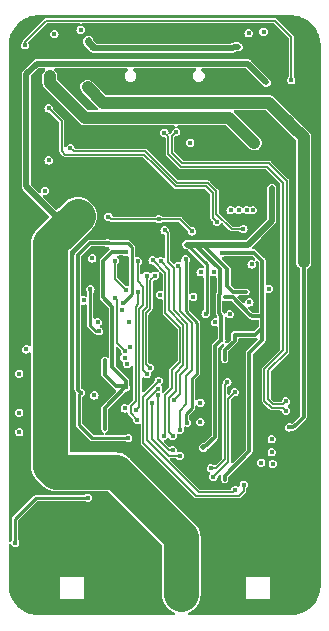
<source format=gbr>
%TF.GenerationSoftware,KiCad,Pcbnew,7.0.9*%
%TF.CreationDate,2024-08-31T07:55:37+08:00*%
%TF.ProjectId,IOT,494f542e-6b69-4636-9164-5f7063625858,rev?*%
%TF.SameCoordinates,Original*%
%TF.FileFunction,Copper,L3,Inr*%
%TF.FilePolarity,Positive*%
%FSLAX46Y46*%
G04 Gerber Fmt 4.6, Leading zero omitted, Abs format (unit mm)*
G04 Created by KiCad (PCBNEW 7.0.9) date 2024-08-31 07:55:37*
%MOMM*%
%LPD*%
G01*
G04 APERTURE LIST*
%TA.AperFunction,ComponentPad*%
%ADD10O,1.000000X2.100000*%
%TD*%
%TA.AperFunction,ComponentPad*%
%ADD11O,1.000000X1.600000*%
%TD*%
%TA.AperFunction,ViaPad*%
%ADD12C,0.450000*%
%TD*%
%TA.AperFunction,ViaPad*%
%ADD13C,0.300000*%
%TD*%
%TA.AperFunction,ViaPad*%
%ADD14C,0.500000*%
%TD*%
%TA.AperFunction,Conductor*%
%ADD15C,0.152400*%
%TD*%
%TA.AperFunction,Conductor*%
%ADD16C,0.254000*%
%TD*%
%TA.AperFunction,Conductor*%
%ADD17C,0.500000*%
%TD*%
%TA.AperFunction,Conductor*%
%ADD18C,3.000000*%
%TD*%
%TA.AperFunction,Conductor*%
%ADD19C,0.300000*%
%TD*%
%TA.AperFunction,Conductor*%
%ADD20C,0.250000*%
%TD*%
%TA.AperFunction,Conductor*%
%ADD21C,1.000000*%
%TD*%
%TA.AperFunction,Conductor*%
%ADD22C,0.152000*%
%TD*%
%TA.AperFunction,Conductor*%
%ADD23C,0.136144*%
%TD*%
G04 APERTURE END LIST*
D10*
%TO.N,GND*%
%TO.C,J1*%
X168150000Y-56470000D03*
D11*
X168150000Y-52290000D03*
D10*
X159510000Y-56470000D03*
D11*
X159510000Y-52290000D03*
%TD*%
D12*
%TO.N,Net-(J4-I{slash}O)*%
X162807627Y-71562487D03*
X163749300Y-86400000D03*
%TO.N,GND*%
X152044400Y-94030800D03*
X175000000Y-73660000D03*
X154228800Y-94157800D03*
D13*
X167436800Y-54229000D03*
D12*
X168224200Y-99212400D03*
X152044400Y-96520000D03*
D13*
X167850000Y-76200000D03*
D12*
X152800000Y-63950000D03*
X167157400Y-99085400D03*
X157700000Y-64250000D03*
X167200000Y-92250000D03*
X158546800Y-93522800D03*
X157505400Y-98983800D03*
D13*
X152069800Y-66370200D03*
D12*
X162700000Y-88550000D03*
X155727400Y-93878400D03*
X170027600Y-96774000D03*
X157505400Y-100914200D03*
X159816800Y-93522800D03*
X168600000Y-69450000D03*
D13*
X157000000Y-83260000D03*
D12*
X153771600Y-94437200D03*
D13*
X161000000Y-83000000D03*
X160450000Y-71600000D03*
D12*
X158191200Y-100914200D03*
D13*
X170103800Y-55803800D03*
D12*
X164820000Y-64179000D03*
X169780000Y-81257500D03*
D13*
X158350000Y-60600000D03*
D12*
X158550000Y-92700000D03*
X167875500Y-74700000D03*
X175437800Y-99009200D03*
X153771600Y-98018600D03*
X173964600Y-101041200D03*
X153873200Y-92303600D03*
X157150000Y-63700000D03*
D13*
X161600000Y-88450000D03*
D12*
X163800000Y-65750000D03*
X167894000Y-98171000D03*
D13*
X166166800Y-54229000D03*
D12*
X154432000Y-98018600D03*
X167843200Y-96469200D03*
X170281600Y-93675200D03*
X157505400Y-97739200D03*
X169570400Y-100304600D03*
X163561896Y-69732685D03*
X168900000Y-91950500D03*
X167600000Y-62400000D03*
X170550000Y-59350000D03*
X167208200Y-100406200D03*
X172085000Y-97155000D03*
X168986200Y-100101400D03*
X158800000Y-67300000D03*
X169824400Y-101142800D03*
D13*
X166700000Y-81650000D03*
X152146000Y-80568800D03*
D12*
X171069000Y-64312800D03*
X155300000Y-64250000D03*
X168122600Y-95478600D03*
X157150000Y-64250000D03*
D13*
X151850000Y-70500000D03*
D12*
X171710000Y-81520000D03*
X155727400Y-93294200D03*
D13*
X166350000Y-71600000D03*
D12*
X158600000Y-69350000D03*
X156133800Y-97129600D03*
X168630600Y-93370400D03*
X175000000Y-76504800D03*
X161036000Y-95326200D03*
X157505400Y-99618800D03*
X158191200Y-100253800D03*
X167106600Y-101142800D03*
X153690000Y-95190000D03*
X167300000Y-67650000D03*
D13*
X175590200Y-53035200D03*
X154150000Y-63750000D03*
D12*
X171069000Y-93675200D03*
X167563800Y-64312800D03*
D13*
X163030000Y-80470000D03*
D12*
X154787600Y-94157800D03*
X163410000Y-61850000D03*
X173950000Y-82570000D03*
X151300000Y-66350000D03*
X169050000Y-62400000D03*
X171650000Y-54350000D03*
D13*
X152350000Y-71050000D03*
D12*
X155727400Y-92760800D03*
D13*
X173456600Y-55295800D03*
D12*
X156464000Y-64254000D03*
X171100000Y-77150000D03*
X160200000Y-61100000D03*
X174670000Y-66060000D03*
X167208863Y-77446797D03*
X169849800Y-93370400D03*
D13*
X151300000Y-71050000D03*
D12*
X152831800Y-99898200D03*
X157700000Y-63700000D03*
X166954200Y-64312800D03*
X155300000Y-64800000D03*
D13*
X176377600Y-54127400D03*
D12*
X158191200Y-98298000D03*
X164600000Y-90400000D03*
X156450000Y-64800000D03*
X157000000Y-78250000D03*
D13*
X166700000Y-82900000D03*
D12*
X174310000Y-80330000D03*
X151300000Y-59750000D03*
X172585500Y-54300000D03*
X157505400Y-97129600D03*
X168122600Y-97586800D03*
X169850000Y-62400000D03*
X155850000Y-64800000D03*
X155850000Y-64250000D03*
D13*
X161696400Y-51866800D03*
D12*
X151300000Y-55850000D03*
D13*
X166350000Y-75900000D03*
D12*
X166375000Y-73875000D03*
D13*
X161315400Y-54229000D03*
D12*
X165600000Y-86450000D03*
X166150000Y-85900000D03*
X174000000Y-55300000D03*
X162100000Y-67250000D03*
X151300000Y-54350000D03*
X167157400Y-96367600D03*
X174660000Y-69040000D03*
D13*
X167550000Y-77220000D03*
D12*
X158191200Y-98983800D03*
D13*
X152750000Y-60100000D03*
D12*
X167843200Y-95935800D03*
X173450000Y-56400000D03*
X173250000Y-72610000D03*
X165120000Y-64510000D03*
D13*
X151300000Y-70500000D03*
D12*
X161050000Y-68800000D03*
X174760000Y-84240000D03*
X163118800Y-97612200D03*
D13*
X163460000Y-80470000D03*
D12*
X167995600Y-100406200D03*
X156895800Y-97129600D03*
X153771600Y-97358200D03*
X170100000Y-61750000D03*
X163446900Y-75510314D03*
X170400000Y-73500000D03*
D13*
X170350000Y-71450000D03*
D12*
X163118800Y-99110800D03*
X171150000Y-59150000D03*
X153873200Y-100507800D03*
X158568609Y-66708398D03*
X163980000Y-63330000D03*
X171720000Y-83270000D03*
D13*
X163880800Y-51866800D03*
X166700000Y-82200000D03*
D12*
X155422600Y-97129600D03*
X168650000Y-61750000D03*
D13*
X176250600Y-91059000D03*
X171100000Y-66200000D03*
D12*
X151950000Y-78450000D03*
D13*
X171450000Y-73500000D03*
D12*
X167157400Y-98526600D03*
X152044400Y-95300800D03*
D13*
X151003000Y-80441800D03*
D12*
X158191200Y-97739200D03*
X170180000Y-100304600D03*
X151300000Y-64150000D03*
D13*
X175260000Y-91059000D03*
D12*
X163150000Y-61350000D03*
X158191200Y-97129600D03*
X153339800Y-100279200D03*
D13*
X162200000Y-81800000D03*
D12*
X173177200Y-100431600D03*
X164650000Y-67500000D03*
X170256200Y-64312800D03*
X171710000Y-84020000D03*
X163118800Y-98425000D03*
X168757600Y-64312800D03*
X153947900Y-53747900D03*
D13*
X156300000Y-86550000D03*
D12*
X151200000Y-78450000D03*
X156500000Y-92700000D03*
X166950000Y-88550000D03*
X174828200Y-100533200D03*
D13*
X169392600Y-56489600D03*
D12*
X166750000Y-86500000D03*
X171450000Y-97155000D03*
D13*
X152350000Y-70500000D03*
D12*
X171831000Y-93675200D03*
X175010000Y-78880000D03*
X151300000Y-58550000D03*
X172350000Y-59150000D03*
X151300000Y-68200000D03*
X160451800Y-93522800D03*
D13*
X152750000Y-60600000D03*
D12*
X163800000Y-65050000D03*
X159181800Y-93522800D03*
X168300000Y-62400000D03*
X163118800Y-96850200D03*
X163850000Y-90300000D03*
X168100000Y-92250000D03*
X173177200Y-99745800D03*
X157250000Y-92700000D03*
X152044400Y-95885000D03*
X163400000Y-62400000D03*
D13*
X169291000Y-60960000D03*
X153300000Y-63950000D03*
D12*
X163118800Y-96037400D03*
X170815000Y-97155000D03*
X175150000Y-55000000D03*
X151130000Y-76426000D03*
X175437800Y-97612200D03*
X168554400Y-99720400D03*
D13*
X158750000Y-82800000D03*
D12*
X157700000Y-64800000D03*
X159842200Y-101117400D03*
D13*
X156300000Y-87500000D03*
X169940000Y-77280000D03*
X170390000Y-77290000D03*
X158950000Y-91750000D03*
D12*
X165450000Y-92250000D03*
X168122600Y-97002600D03*
X173230000Y-70940000D03*
X155651200Y-92202000D03*
X152044400Y-94665800D03*
D13*
X166801800Y-90424000D03*
D12*
X151300000Y-61050000D03*
X151900000Y-76400000D03*
X158851600Y-100253800D03*
X151300000Y-65250000D03*
X152069800Y-99161600D03*
X155346400Y-94157800D03*
D13*
X160400000Y-83200000D03*
X170103800Y-57251600D03*
D12*
X169300000Y-61750000D03*
X167919400Y-98755200D03*
X162150000Y-69334958D03*
X176352200Y-80060800D03*
X170650000Y-62400000D03*
X152069800Y-98018600D03*
X162737800Y-101117400D03*
D13*
X166420800Y-90246200D03*
D12*
X153771600Y-96621600D03*
X175437800Y-99745800D03*
D13*
X166200000Y-84850000D03*
D12*
X168021000Y-93040200D03*
D13*
X158250000Y-91750000D03*
D12*
X173177200Y-101041200D03*
D13*
X167060000Y-80290000D03*
X158750000Y-79250000D03*
D12*
X167182800Y-97434400D03*
X168021000Y-93624400D03*
X154635200Y-97129600D03*
X167182800Y-97942400D03*
X154406600Y-100507800D03*
X173960000Y-81750000D03*
D13*
X163870000Y-78080000D03*
X159050000Y-60600000D03*
D12*
X152450800Y-99542600D03*
X175006000Y-75692000D03*
D13*
X152750000Y-59600000D03*
D12*
X171700000Y-60550000D03*
D13*
X162790000Y-81600000D03*
X171881800Y-86055200D03*
X157000000Y-84300000D03*
D12*
X162400000Y-61350000D03*
D13*
X163576000Y-54229000D03*
D12*
X167157400Y-99695000D03*
X163400000Y-67300000D03*
X166878000Y-93624400D03*
X161620200Y-95326200D03*
X158191200Y-99618800D03*
D13*
X152755600Y-59029600D03*
X167070000Y-79760000D03*
D12*
X170027600Y-97536000D03*
X175437800Y-98323400D03*
X170027600Y-96113600D03*
X173151800Y-97612200D03*
D13*
X167050000Y-85900000D03*
X163430000Y-78080000D03*
D12*
X162850000Y-67250000D03*
X167182800Y-96875600D03*
X171150000Y-88550000D03*
X151300000Y-63150000D03*
X151300000Y-69600000D03*
X162179000Y-95326200D03*
X159800000Y-92700000D03*
X174260000Y-85010000D03*
X167900000Y-69450000D03*
X167894000Y-101142800D03*
D13*
X174701200Y-51841400D03*
D12*
X168910000Y-101142800D03*
X173450000Y-57300000D03*
X157150000Y-64800000D03*
X164850000Y-87050000D03*
X158851600Y-99618800D03*
X166450000Y-88000000D03*
X158851600Y-100914200D03*
X174000000Y-54300000D03*
X169214800Y-93370400D03*
X155300000Y-63700000D03*
D13*
X152750000Y-61200000D03*
X163200000Y-81040000D03*
D12*
X173240000Y-71860000D03*
X151300000Y-68850000D03*
X166200000Y-92250000D03*
X166890000Y-60710000D03*
D13*
X151850000Y-71050000D03*
D12*
X157505400Y-100253800D03*
X175793400Y-59525000D03*
X171750000Y-59150000D03*
X172847000Y-97155000D03*
X158800000Y-75700000D03*
D13*
X159750000Y-60600000D03*
D12*
X152069800Y-98577400D03*
X157505400Y-98298000D03*
X153771600Y-95961200D03*
X155850000Y-63700000D03*
X167157400Y-95808800D03*
X171856400Y-94310200D03*
X156450000Y-63700000D03*
X160934400Y-101117400D03*
D13*
X171800000Y-66200000D03*
D12*
X168198800Y-64312800D03*
X170027600Y-95529400D03*
X174760000Y-83590000D03*
X173177200Y-99034600D03*
X159400000Y-61100000D03*
X172313600Y-60655200D03*
X173177200Y-98323400D03*
X161061400Y-93522800D03*
D13*
X166573200Y-51866800D03*
D12*
%TO.N,Net-(J4-CLK)*%
X163500000Y-71641498D03*
X164500000Y-86400000D03*
%TO.N,Net-(J4-RST)*%
X165000000Y-72000000D03*
X165100000Y-85900000D03*
%TO.N,Net-(J4-VCC)*%
X163322000Y-68070000D03*
X165700000Y-85289000D03*
X165600000Y-71466700D03*
X166150000Y-69100000D03*
X159074491Y-67848349D03*
%TO.N,Net-(U2-PS{slash}SYNC)*%
X154000000Y-63100000D03*
X153700000Y-65654000D03*
%TO.N,+3V8*%
X172450000Y-56500000D03*
X165850000Y-100300000D03*
X165550000Y-100700000D03*
X156450000Y-67600000D03*
X155850000Y-68900000D03*
X164650000Y-100300000D03*
X166150000Y-99900000D03*
X165250000Y-100300000D03*
X166150000Y-100700000D03*
X156450000Y-68200000D03*
X155850000Y-68200000D03*
X165550000Y-99900000D03*
X164950000Y-99900000D03*
X157100000Y-68200000D03*
X157100000Y-68900000D03*
X155850000Y-67600000D03*
X164950000Y-100700000D03*
X164350000Y-99900000D03*
X156450000Y-68900000D03*
X164350000Y-100700000D03*
%TO.N,+3.3V*%
X170053000Y-53492400D03*
D13*
X170750000Y-74250000D03*
D12*
X160300000Y-75200000D03*
X151180800Y-95450600D03*
X159004000Y-70104000D03*
X172900000Y-65450000D03*
X168630000Y-78300000D03*
X172897800Y-65913000D03*
X160750000Y-86599300D03*
X165700000Y-70232685D03*
X157329500Y-91670500D03*
X157400000Y-52900000D03*
D14*
X167100000Y-87400000D03*
D12*
X156720000Y-82780000D03*
X167300000Y-76100000D03*
%TO.N,Net-(D2-K)*%
X163830000Y-69000000D03*
X164648671Y-83404635D03*
%TO.N,VUSB*%
X175600000Y-70800000D03*
X157650000Y-56900000D03*
X175600000Y-71900000D03*
X175600000Y-71400000D03*
X174400000Y-85700000D03*
X157050000Y-56900000D03*
X170100000Y-58200000D03*
X170700000Y-58200000D03*
%TO.N,Net-(D5-K)*%
X154500000Y-52400000D03*
%TO.N,Net-(D6-K)*%
X172200000Y-52200000D03*
%TO.N,+1V8*%
X160528000Y-70866000D03*
D13*
X171000000Y-76100000D03*
X169800000Y-88900000D03*
X168910000Y-80006000D03*
X169750000Y-77850000D03*
X158750000Y-80010000D03*
X168910000Y-90170000D03*
X158750000Y-85850000D03*
D12*
X160550000Y-82310000D03*
X168650000Y-70900000D03*
D13*
X168918000Y-74700000D03*
D12*
%TO.N,BATT*%
X153850000Y-56500000D03*
X170942000Y-61137800D03*
X171300000Y-67300000D03*
X154400000Y-56500000D03*
X154112000Y-55958500D03*
X171221400Y-61595000D03*
X170800000Y-67300000D03*
X170584300Y-60784300D03*
X170100000Y-67300000D03*
X169418000Y-67318000D03*
%TO.N,EN*%
X170500000Y-68900000D03*
X155850000Y-62050000D03*
%TO.N,/Interface/D13*%
X160932796Y-78876118D03*
X171000000Y-75100000D03*
%TO.N,/Interface/SCL*%
X163327711Y-81767711D03*
X170530615Y-90569385D03*
%TO.N,/Interface/SDA*%
X163290000Y-82410000D03*
X169800000Y-91000000D03*
%TO.N,PWRKEY*%
X174550000Y-56300000D03*
X152000000Y-53350000D03*
%TO.N,/Interface/A0*%
X159600000Y-71600000D03*
X160550000Y-74050000D03*
%TO.N,/Interface/A2*%
X157550000Y-74000000D03*
X158274964Y-77562351D03*
%TO.N,/Interface/A3*%
X157000000Y-74950000D03*
X160218470Y-75770708D03*
%TO.N,/BG95/NET_STATUS*%
X168250000Y-68300000D03*
X154000000Y-58700000D03*
%TO.N,Net-(Q3-G)*%
X166000000Y-61600000D03*
%TO.N,Net-(U1-USB_BOOT)*%
X160454502Y-84100700D03*
X157880000Y-83000000D03*
%TO.N,Net-(U1-MAIN_RXD)*%
X152095200Y-79095600D03*
%TO.N,Net-(U1-MAIN_TXD)*%
X151511000Y-81153000D03*
%TO.N,Net-(U1-MAIN_DTR)*%
X157700000Y-71400000D03*
%TO.N,Net-(U1-MAIN_CTS)*%
X151511000Y-84455000D03*
%TO.N,Net-(U1-MAIN_RTS)*%
X151511000Y-86106000D03*
%TO.N,BG95_GPIO1*%
X172000000Y-88700000D03*
%TO.N,BG95_GPIO2*%
X172980000Y-88798500D03*
%TO.N,BG95_GPIO3*%
X172900000Y-87800000D03*
%TO.N,BG95_GPIO4*%
X172900000Y-86700000D03*
%TO.N,BG95_SPI2_SCLK*%
X172640000Y-73970000D03*
%TO.N,BG95_SPI2_CS*%
X171200000Y-71900000D03*
%TO.N,BG95_SPI2_MISO*%
X167980000Y-72566000D03*
%TO.N,BG95_SPI2_MOSI*%
X166880000Y-72566000D03*
%TO.N,BG95_SPI0_CS*%
X162550512Y-80662822D03*
X163000000Y-72850000D03*
%TO.N,BG95_SPI0_SCLK*%
X162300000Y-72850000D03*
X162328680Y-81194936D03*
%TO.N,BG95_SPI0_MOSI*%
X161400700Y-84250000D03*
X161550000Y-71650000D03*
%TO.N,BG95_SPI0_MISO*%
X161600000Y-74199300D03*
X161500000Y-85050000D03*
%TO.N,BG95_I2C1_SCL*%
X163248800Y-83000000D03*
X164500000Y-87649300D03*
%TO.N,BG95_I2C1_SDA*%
X162798100Y-83611326D03*
X165100000Y-88100000D03*
%TO.N,BG95_UART2_TXD*%
X166849300Y-85250000D03*
%TO.N,BG95_UART2_RXD*%
X166849300Y-83600000D03*
%TO.N,BG95_GPIO17*%
X169780000Y-82716000D03*
X167950000Y-89900000D03*
%TO.N,BG95_GPIO18*%
X160650000Y-80349300D03*
%TO.N,BG95_GPIO19*%
X169147430Y-81865748D03*
X167750000Y-89150000D03*
%TO.N,BG95_GPIO20*%
X160431501Y-79816143D03*
%TO.N,BG95_GPIO21*%
X160487588Y-79242375D03*
X159641228Y-74775484D03*
%TO.N,Net-(U10-B3)*%
X163450000Y-74480000D03*
X166250000Y-74650000D03*
%TO.N,Net-(U10-B2)*%
X158150000Y-76800000D03*
X169360700Y-76110700D03*
%TO.N,Net-(U10-B1)*%
X168100000Y-76800000D03*
X160840000Y-76750000D03*
%TO.N,Net-(D5-A)*%
X156718000Y-52044500D03*
%TO.N,Net-(D6-A)*%
X170942000Y-52324000D03*
%TO.N,/BG95/USB_P*%
X163800000Y-60750000D03*
X174100000Y-84300000D03*
%TO.N,/BG95/USB_N*%
X164800000Y-60700000D03*
X174100000Y-83500000D03*
%TD*%
D15*
%TO.N,Net-(J4-I{slash}O)*%
X165130600Y-77290600D02*
X165130600Y-80159400D01*
X163895700Y-82920000D02*
X163895700Y-86253600D01*
X165130600Y-80159400D02*
X164420000Y-80870000D01*
X164420000Y-82395700D02*
X163895700Y-82920000D01*
X163895700Y-86253600D02*
X163749300Y-86400000D01*
X163897600Y-76057600D02*
X165130600Y-77290600D01*
X163897600Y-72652460D02*
X163897600Y-76057600D01*
X164420000Y-80870000D02*
X164420000Y-82395700D01*
X162807627Y-71562487D02*
X163897600Y-72652460D01*
D16*
%TO.N,GND*%
X158600000Y-69350000D02*
X163179211Y-69350000D01*
X163179211Y-69350000D02*
X163561896Y-69732685D01*
D15*
%TO.N,Net-(J4-CLK)*%
X164200000Y-72350000D02*
X164200000Y-75790000D01*
X165410000Y-77000000D02*
X165410000Y-80410000D01*
X164200000Y-83210000D02*
X164200000Y-83361906D01*
X164200000Y-75790000D02*
X165410000Y-77000000D01*
X164200000Y-83361906D02*
X164198100Y-83363806D01*
X164200000Y-83888794D02*
X164200000Y-86100000D01*
X165410000Y-80410000D02*
X164760000Y-81060000D01*
X163500000Y-71641498D02*
X163500000Y-71650000D01*
X164198100Y-83363806D02*
X164198100Y-83886894D01*
X164760000Y-82650000D02*
X164200000Y-83210000D01*
X163500000Y-71650000D02*
X164200000Y-72350000D01*
X164760000Y-81060000D02*
X164760000Y-82650000D01*
X164198100Y-83886894D02*
X164200000Y-83888794D01*
X164200000Y-86100000D02*
X164500000Y-86400000D01*
%TO.N,Net-(J4-RST)*%
X165100000Y-75850000D02*
X166140000Y-76890000D01*
X165100000Y-72100000D02*
X165100000Y-75850000D01*
X166140000Y-76890000D02*
X166140000Y-80880000D01*
X165680000Y-83750000D02*
X165100000Y-84330000D01*
X166140000Y-80880000D02*
X165680000Y-81340000D01*
X165680000Y-81340000D02*
X165680000Y-83750000D01*
X165100000Y-84330000D02*
X165100000Y-85900000D01*
X165000000Y-72000000D02*
X165100000Y-72100000D01*
D16*
%TO.N,Net-(J4-VCC)*%
X165600000Y-75870000D02*
X166580000Y-76850000D01*
X165600000Y-84570000D02*
X165600000Y-85189000D01*
X166130000Y-81570000D02*
X166130000Y-84040000D01*
X165600000Y-85189000D02*
X165700000Y-85289000D01*
D15*
X165120000Y-68070000D02*
X163322000Y-68070000D01*
X163320000Y-68072000D02*
X163322000Y-68070000D01*
D16*
X166130000Y-84040000D02*
X165600000Y-84570000D01*
X166580000Y-81120000D02*
X166130000Y-81570000D01*
D15*
X159074491Y-67848349D02*
X159298142Y-68072000D01*
X159298142Y-68072000D02*
X163320000Y-68072000D01*
D16*
X165600000Y-71466700D02*
X165600000Y-75870000D01*
X166580000Y-76850000D02*
X166580000Y-81120000D01*
D15*
X166150000Y-69100000D02*
X165120000Y-68070000D01*
D17*
%TO.N,+3V8*%
X152100000Y-65300000D02*
X154618000Y-67818000D01*
D18*
X156464000Y-67818000D02*
X154150000Y-70132000D01*
D17*
X170850000Y-54900000D02*
X153000000Y-54900000D01*
D18*
X154605000Y-89455000D02*
X159695000Y-89455000D01*
X159695000Y-89455000D02*
X165250000Y-95010000D01*
D17*
X153000000Y-54900000D02*
X152100000Y-55800000D01*
X172450000Y-56500000D02*
X170850000Y-54900000D01*
D18*
X165250000Y-95010000D02*
X165250000Y-99850000D01*
D17*
X152100000Y-55800000D02*
X152100000Y-65300000D01*
D18*
X154150000Y-70132000D02*
X154150000Y-89000000D01*
D17*
X154618000Y-67818000D02*
X156464000Y-67818000D01*
D18*
X154150000Y-89000000D02*
X154605000Y-89455000D01*
D19*
%TO.N,+3.3V*%
X156475000Y-82535000D02*
X156475000Y-71125000D01*
D17*
X169697400Y-53492400D02*
X169595800Y-53594000D01*
D20*
X151180800Y-95450600D02*
X151180800Y-93419200D01*
X165700000Y-70232685D02*
X168600000Y-70232685D01*
X160700000Y-70100000D02*
X161050000Y-70450000D01*
D19*
X166432685Y-70232685D02*
X168505000Y-72305000D01*
X165700000Y-70232685D02*
X169058685Y-70232685D01*
X167200000Y-87400000D02*
X167100000Y-87400000D01*
D20*
X167375500Y-76024500D02*
X167300000Y-76100000D01*
X167375500Y-74492893D02*
X167375500Y-76024500D01*
D19*
X169150000Y-72300000D02*
X169150000Y-73750000D01*
X167082685Y-70232685D02*
X169150000Y-72300000D01*
D20*
X165700000Y-70232685D02*
X165732685Y-70232685D01*
X156597200Y-82902800D02*
X156597200Y-85497200D01*
D17*
X157302200Y-53111400D02*
X157302200Y-52997800D01*
D20*
X151180800Y-93419200D02*
X152929500Y-91670500D01*
X161050000Y-74450000D02*
X160300000Y-75200000D01*
D17*
X172900000Y-68200000D02*
X172900000Y-65450000D01*
X157302200Y-52997800D02*
X157400000Y-52900000D01*
D19*
X168505000Y-72305000D02*
X168505000Y-74405893D01*
X168630000Y-78300000D02*
X168100000Y-78830000D01*
D17*
X168600000Y-70232685D02*
X170600000Y-70232685D01*
D19*
X168100000Y-78830000D02*
X168100000Y-86500000D01*
D20*
X165732685Y-70232685D02*
X167380000Y-71880000D01*
D19*
X168418000Y-76018000D02*
X168630000Y-76230000D01*
D20*
X156720000Y-82780000D02*
X156597200Y-82902800D01*
D17*
X170053000Y-53492400D02*
X169697400Y-53492400D01*
D19*
X156475000Y-71125000D02*
X157496000Y-70104000D01*
X168505000Y-74405893D02*
X168418000Y-74492893D01*
D17*
X169595800Y-53594000D02*
X157784800Y-53594000D01*
X168932685Y-70232685D02*
X165700000Y-70232685D01*
X157784800Y-53594000D02*
X157302200Y-53111400D01*
D20*
X157400000Y-52900000D02*
X157900000Y-53400000D01*
D19*
X169150000Y-73750000D02*
X169650000Y-74250000D01*
X168418000Y-74492893D02*
X168418000Y-76018000D01*
D20*
X159008000Y-70100000D02*
X160700000Y-70100000D01*
X167380000Y-71880000D02*
X167380000Y-74488393D01*
D19*
X168100000Y-86500000D02*
X167200000Y-87400000D01*
X165700000Y-70232685D02*
X167082685Y-70232685D01*
X169650000Y-74250000D02*
X170750000Y-74250000D01*
D20*
X161050000Y-70450000D02*
X161050000Y-74450000D01*
D17*
X170600000Y-70232685D02*
X170867315Y-70232685D01*
D20*
X157699300Y-86599300D02*
X160750000Y-86599300D01*
D19*
X165700000Y-70232685D02*
X166432685Y-70232685D01*
D20*
X159004000Y-70104000D02*
X159008000Y-70100000D01*
X156597200Y-85497200D02*
X157699300Y-86599300D01*
D17*
X170867315Y-70232685D02*
X172900000Y-68200000D01*
D20*
X165700000Y-70232685D02*
X170600000Y-70232685D01*
D19*
X168630000Y-76230000D02*
X168630000Y-78300000D01*
X157496000Y-70104000D02*
X159004000Y-70104000D01*
D20*
X168600000Y-70232685D02*
X168932685Y-70232685D01*
D19*
X156720000Y-82780000D02*
X156475000Y-82535000D01*
D20*
X152929500Y-91670500D02*
X157329500Y-91670500D01*
D15*
%TO.N,Net-(D2-K)*%
X164084000Y-69254000D02*
X164084000Y-71684000D01*
X164600000Y-72200000D02*
X164600000Y-75770000D01*
X165170000Y-81270000D02*
X165170000Y-82883306D01*
X164600000Y-75770000D02*
X165740000Y-76910000D01*
X165740000Y-80700000D02*
X165170000Y-81270000D01*
X164084000Y-71684000D02*
X164600000Y-72200000D01*
X165740000Y-76910000D02*
X165740000Y-80700000D01*
X165170000Y-82883306D02*
X164648671Y-83404635D01*
X163830000Y-69000000D02*
X164084000Y-69254000D01*
D21*
%TO.N,VUSB*%
X166300000Y-58200000D02*
X158600000Y-58200000D01*
X175600000Y-70200000D02*
X175600000Y-71700000D01*
X174600000Y-60150000D02*
X174150000Y-59700000D01*
D19*
X175000000Y-85400000D02*
X174700000Y-85700000D01*
D21*
X172650000Y-58200000D02*
X170700000Y-58200000D01*
X158600000Y-58200000D02*
X157300000Y-56900000D01*
X175600000Y-61150000D02*
X174600000Y-60150000D01*
X166300000Y-58200000D02*
X170700000Y-58200000D01*
D19*
X175600000Y-71900000D02*
X175600000Y-84800000D01*
D21*
X175600000Y-70200000D02*
X175600000Y-61150000D01*
D19*
X174700000Y-85700000D02*
X174400000Y-85700000D01*
D21*
X167000000Y-58200000D02*
X166300000Y-58200000D01*
D19*
X175600000Y-84800000D02*
X175000000Y-85400000D01*
D21*
X174600000Y-60150000D02*
X172650000Y-58200000D01*
D19*
%TO.N,+1V8*%
X169750000Y-78350000D02*
X169750000Y-77850000D01*
X159400000Y-75500000D02*
X158600000Y-74700000D01*
X159700000Y-82200000D02*
X158750000Y-81250000D01*
X171000000Y-76100000D02*
X169600000Y-74700000D01*
X172100000Y-76300000D02*
X172100000Y-77250000D01*
X160490000Y-82310000D02*
X158750000Y-84050000D01*
X160440000Y-82200000D02*
X159700000Y-82200000D01*
X160550000Y-82310000D02*
X160490000Y-82310000D01*
X160550000Y-82310000D02*
X160550000Y-81750000D01*
X171000000Y-79400000D02*
X171000000Y-87700000D01*
X171400000Y-70900000D02*
X168650000Y-70900000D01*
X158600000Y-71600000D02*
X159334000Y-70866000D01*
X160550000Y-82310000D02*
X160440000Y-82200000D01*
X171000000Y-87700000D02*
X168910000Y-89790000D01*
X172100000Y-71600000D02*
X171400000Y-70900000D01*
X171500000Y-77850000D02*
X169750000Y-77850000D01*
X159334000Y-70866000D02*
X160528000Y-70866000D01*
X158750000Y-84050000D02*
X158750000Y-85850000D01*
X159400000Y-80600000D02*
X159400000Y-75500000D01*
X158750000Y-81250000D02*
X158750000Y-80010000D01*
X171000000Y-76100000D02*
X171200000Y-76300000D01*
X169600000Y-74700000D02*
X168918000Y-74700000D01*
X172100000Y-77250000D02*
X171500000Y-77850000D01*
X172100000Y-75900000D02*
X172100000Y-71600000D01*
X168910000Y-89790000D02*
X168910000Y-90170000D01*
X168910000Y-80006000D02*
X168910000Y-79190000D01*
X160550000Y-81750000D02*
X159400000Y-80600000D01*
X171200000Y-76300000D02*
X172100000Y-76300000D01*
X172100000Y-78300000D02*
X171000000Y-79400000D01*
X172100000Y-75900000D02*
X172100000Y-78300000D01*
X168910000Y-79190000D02*
X169750000Y-78350000D01*
X158600000Y-74700000D02*
X158600000Y-71600000D01*
X172100000Y-75900000D02*
X172100000Y-76300000D01*
D21*
%TO.N,BATT*%
X157100000Y-59500000D02*
X154112000Y-56512000D01*
X171422500Y-61622500D02*
X169300000Y-59500000D01*
X169300000Y-59500000D02*
X157100000Y-59500000D01*
X154112000Y-56512000D02*
X154112000Y-55958500D01*
D22*
%TO.N,EN*%
X167500000Y-65000000D02*
X164900000Y-65000000D01*
X168200000Y-65700000D02*
X167500000Y-65000000D01*
D15*
X164900000Y-65000000D02*
X164868040Y-65000000D01*
X162188639Y-62320600D02*
X162289020Y-62420980D01*
X156120600Y-62320600D02*
X162188639Y-62320600D01*
D22*
X170500000Y-68900000D02*
X169500000Y-68900000D01*
D15*
X162289020Y-62420980D02*
X162349020Y-62480981D01*
D22*
X169500000Y-68900000D02*
X168200000Y-67600000D01*
D15*
X164868040Y-65000000D02*
X162289020Y-62420980D01*
D22*
X168200000Y-67600000D02*
X168200000Y-65700000D01*
D15*
X155850000Y-62050000D02*
X156120600Y-62320600D01*
D22*
%TO.N,/Interface/SCL*%
X163327711Y-81767711D02*
X161998000Y-83097422D01*
X161998000Y-83097422D02*
X161998000Y-87000000D01*
X170100000Y-91500000D02*
X170530615Y-91069385D01*
X166498000Y-91500000D02*
X170100000Y-91500000D01*
X170530615Y-91069385D02*
X170530615Y-90569385D01*
X161998000Y-87000000D02*
X166498000Y-91500000D01*
%TO.N,/Interface/SDA*%
X169602000Y-91198000D02*
X169800000Y-91000000D01*
X162300000Y-83343516D02*
X162300000Y-86800000D01*
X166698000Y-91198000D02*
X169602000Y-91198000D01*
X163233516Y-82410000D02*
X162300000Y-83343516D01*
X163290000Y-82410000D02*
X163233516Y-82410000D01*
X162300000Y-86800000D02*
X166698000Y-91198000D01*
%TO.N,PWRKEY*%
X153786000Y-51264000D02*
X173164000Y-51264000D01*
X152000000Y-53350000D02*
X152000000Y-53050000D01*
X174550000Y-52650000D02*
X174550000Y-56300000D01*
X173164000Y-51264000D02*
X174550000Y-52650000D01*
X152000000Y-53050000D02*
X153786000Y-51264000D01*
D15*
%TO.N,/Interface/A0*%
X159600000Y-73100000D02*
X159600000Y-71600000D01*
X160550000Y-74050000D02*
X159600000Y-73100000D01*
D20*
%TO.N,/Interface/A2*%
X158012351Y-77562351D02*
X157550000Y-77100000D01*
X158274964Y-77562351D02*
X158012351Y-77562351D01*
X157550000Y-77100000D02*
X157550000Y-74000000D01*
D22*
%TO.N,/BG95/NET_STATUS*%
X167898000Y-67948000D02*
X168250000Y-68300000D01*
X167302000Y-65302000D02*
X164774907Y-65301999D01*
D15*
X156010000Y-62600000D02*
X162072908Y-62600000D01*
D22*
X167898000Y-67500000D02*
X167898000Y-67948000D01*
X155400000Y-62600000D02*
X155100000Y-62300000D01*
X167898000Y-67500000D02*
X167898000Y-65898000D01*
X167898000Y-65898000D02*
X167302000Y-65302000D01*
X155100000Y-59800000D02*
X154000000Y-58700000D01*
X156010000Y-62600000D02*
X155400000Y-62600000D01*
X167898000Y-67725092D02*
X167898000Y-67500000D01*
D15*
X162072908Y-62600000D02*
X162911454Y-63438546D01*
D22*
X164774907Y-65301999D02*
X162911454Y-63438546D01*
X155100000Y-62300000D02*
X155100000Y-59800000D01*
D15*
%TO.N,BG95_SPI0_CS*%
X162254600Y-80366910D02*
X162254600Y-76025400D01*
X162550512Y-80662822D02*
X162254600Y-80366910D01*
X162600000Y-73250000D02*
X163000000Y-72850000D01*
X162254600Y-76025400D02*
X162600000Y-75680000D01*
X162600000Y-75680000D02*
X162600000Y-73250000D01*
%TO.N,BG95_SPI0_SCLK*%
X162328680Y-81194936D02*
X161975200Y-80841456D01*
X162309400Y-72859400D02*
X162300000Y-72850000D01*
X161975200Y-80841456D02*
X161975200Y-75844800D01*
X162309400Y-75510600D02*
X162309400Y-72859400D01*
X161975200Y-75844800D02*
X162309400Y-75510600D01*
%TO.N,BG95_SPI0_MOSI*%
X162028200Y-75351800D02*
X162028200Y-73828200D01*
X161400700Y-84250000D02*
X161695800Y-83954900D01*
X162028200Y-73828200D02*
X161550000Y-73350000D01*
X161550000Y-73350000D02*
X161550000Y-71650000D01*
X161695800Y-75684200D02*
X162028200Y-75351800D01*
X161695800Y-83954900D02*
X161695800Y-75684200D01*
%TO.N,BG95_SPI0_MISO*%
X161600000Y-75270000D02*
X161393400Y-75476600D01*
X161393400Y-80830000D02*
X161393400Y-80656600D01*
X161393400Y-75476600D02*
X161393400Y-80830000D01*
X160950000Y-84500000D02*
X160950000Y-83900000D01*
X161393400Y-83456600D02*
X161393400Y-80830000D01*
X160950000Y-83900000D02*
X161393400Y-83456600D01*
X161600000Y-74199300D02*
X161600000Y-75270000D01*
X161500000Y-85050000D02*
X160950000Y-84500000D01*
%TO.N,BG95_I2C1_SCL*%
X164198100Y-87649300D02*
X163248800Y-86700000D01*
X163248800Y-86700000D02*
X163248800Y-83000000D01*
X164500000Y-87649300D02*
X164198100Y-87649300D01*
%TO.N,BG95_I2C1_SDA*%
X164221142Y-88100000D02*
X162798100Y-86676958D01*
X165100000Y-88100000D02*
X164221142Y-88100000D01*
X162798100Y-86676958D02*
X162798100Y-83611326D01*
D22*
%TO.N,BG95_GPIO17*%
X169780000Y-82716000D02*
X169208108Y-83287892D01*
X169208108Y-83287892D02*
X169208108Y-88641892D01*
X169208108Y-88641892D02*
X167950000Y-89900000D01*
%TO.N,BG95_GPIO19*%
X168906108Y-88393892D02*
X168150000Y-89150000D01*
X168906108Y-82107070D02*
X168906108Y-88393892D01*
X169147430Y-81865748D02*
X168906108Y-82107070D01*
X168150000Y-89150000D02*
X167750000Y-89150000D01*
%TO.N,BG95_GPIO21*%
X159641228Y-74775484D02*
X159776000Y-74910256D01*
X159776000Y-74910256D02*
X159776000Y-78526000D01*
X159776000Y-78526000D02*
X160500000Y-79250000D01*
D23*
%TO.N,/BG95/USB_P*%
X165179718Y-63669672D02*
X172529718Y-63669672D01*
X172280328Y-80729718D02*
X172280328Y-83470282D01*
X164105328Y-62595282D02*
X165179718Y-63669672D01*
X163800000Y-60750000D02*
X164105328Y-61055328D01*
X172879718Y-84069672D02*
X173869672Y-84069672D01*
X173869672Y-84069672D02*
X174100000Y-84300000D01*
X173830328Y-64970282D02*
X173830328Y-79179718D01*
X164105328Y-61055328D02*
X164105328Y-62595282D01*
X172280328Y-83470282D02*
X172879718Y-84069672D01*
X173830328Y-79179718D02*
X172280328Y-80729718D01*
X172529718Y-63669672D02*
X173830328Y-64970282D01*
%TO.N,/BG95/USB_N*%
X172619672Y-83329718D02*
X173039954Y-83750000D01*
X164444672Y-62454718D02*
X165320282Y-63330328D01*
X164444672Y-61055328D02*
X164444672Y-62454718D01*
X164800000Y-60700000D02*
X164444672Y-61055328D01*
X173039954Y-83750000D02*
X173850000Y-83750000D01*
X172619672Y-80870282D02*
X172619672Y-83329718D01*
X165320282Y-63330328D02*
X172670282Y-63330328D01*
X172670282Y-63330328D02*
X174169672Y-64829718D01*
X173850000Y-83750000D02*
X174100000Y-83500000D01*
X174169672Y-79320282D02*
X172619672Y-80870282D01*
X174169672Y-64829718D02*
X174169672Y-79320282D01*
%TD*%
%TA.AperFunction,Conductor*%
%TO.N,GND*%
G36*
X158798700Y-70395014D02*
G01*
X158893714Y-70443426D01*
X158893716Y-70443426D01*
X158893718Y-70443427D01*
X158939058Y-70450608D01*
X159004000Y-70460894D01*
X159027755Y-70457131D01*
X159097046Y-70466084D01*
X159150499Y-70511079D01*
X159171140Y-70577830D01*
X159152417Y-70645144D01*
X159146107Y-70654331D01*
X159126756Y-70679956D01*
X159121113Y-70686441D01*
X158445050Y-71362504D01*
X158438571Y-71368142D01*
X158429876Y-71374709D01*
X158400205Y-71407256D01*
X158398231Y-71409324D01*
X158385592Y-71421963D01*
X158385582Y-71421975D01*
X158384365Y-71423752D01*
X158379044Y-71430468D01*
X158359978Y-71451384D01*
X158359977Y-71451386D01*
X158358063Y-71456327D01*
X158344741Y-71481600D01*
X158341750Y-71485966D01*
X158341747Y-71485971D01*
X158335266Y-71513523D01*
X158332725Y-71521730D01*
X158322500Y-71548125D01*
X158322500Y-71553422D01*
X158319206Y-71581812D01*
X158317995Y-71586958D01*
X158317995Y-71586962D01*
X158321385Y-71611268D01*
X158321905Y-71614991D01*
X158322500Y-71623566D01*
X158322500Y-74641632D01*
X158321905Y-74650206D01*
X158320400Y-74660993D01*
X158320400Y-74660996D01*
X158320400Y-74660997D01*
X158321180Y-74677858D01*
X158322434Y-74704990D01*
X158322500Y-74707853D01*
X158322500Y-74725709D01*
X158322501Y-74725722D01*
X158322893Y-74727819D01*
X158323883Y-74736352D01*
X158325191Y-74764634D01*
X158327333Y-74769484D01*
X158335784Y-74796777D01*
X158336756Y-74801979D01*
X158336758Y-74801983D01*
X158351656Y-74826046D01*
X158355663Y-74833648D01*
X158367096Y-74859541D01*
X158367097Y-74859543D01*
X158370841Y-74863287D01*
X158388585Y-74885687D01*
X158391372Y-74890188D01*
X158391373Y-74890189D01*
X158391418Y-74890223D01*
X158413959Y-74907245D01*
X158420436Y-74912881D01*
X158774980Y-75267424D01*
X159086181Y-75578625D01*
X159119666Y-75639948D01*
X159122500Y-75666306D01*
X159122500Y-79693351D01*
X159102815Y-79760390D01*
X159050011Y-79806145D01*
X158980853Y-79816089D01*
X158918792Y-79788339D01*
X158914473Y-79784715D01*
X158901723Y-79774015D01*
X158891296Y-79765266D01*
X158886176Y-79762310D01*
X158886126Y-79762413D01*
X158875841Y-79757291D01*
X158875835Y-79757289D01*
X158848375Y-79749476D01*
X158844158Y-79748110D01*
X158799072Y-79731700D01*
X158788386Y-79729816D01*
X158788417Y-79729637D01*
X158787533Y-79729514D01*
X158787493Y-79729957D01*
X158776049Y-79728896D01*
X158748655Y-79731435D01*
X158742932Y-79731700D01*
X158700924Y-79731700D01*
X158700620Y-79731811D01*
X158679441Y-79736563D01*
X158672741Y-79738470D01*
X158649835Y-79749875D01*
X158643404Y-79752636D01*
X158608705Y-79765266D01*
X158608702Y-79765268D01*
X158605046Y-79768336D01*
X158580621Y-79784340D01*
X158579876Y-79784710D01*
X158579870Y-79784715D01*
X158564264Y-79801834D01*
X158558294Y-79807563D01*
X158533523Y-79828349D01*
X158533519Y-79828355D01*
X158528879Y-79836391D01*
X158513142Y-79857912D01*
X158509980Y-79861380D01*
X158509977Y-79861385D01*
X158504310Y-79876013D01*
X158496076Y-79893207D01*
X158484450Y-79913344D01*
X158484447Y-79913354D01*
X158482044Y-79926980D01*
X158475558Y-79950232D01*
X158472500Y-79958126D01*
X158472500Y-79970267D01*
X158470616Y-79991799D01*
X158468113Y-80005998D01*
X158467407Y-80010000D01*
X158470214Y-80025921D01*
X158470616Y-80028197D01*
X158472500Y-80049731D01*
X158472500Y-81191632D01*
X158471905Y-81200206D01*
X158470400Y-81210993D01*
X158472434Y-81254990D01*
X158472500Y-81257853D01*
X158472500Y-81275709D01*
X158472501Y-81275722D01*
X158472893Y-81277819D01*
X158473883Y-81286352D01*
X158475191Y-81314634D01*
X158477333Y-81319484D01*
X158485784Y-81346777D01*
X158486756Y-81351979D01*
X158486758Y-81351983D01*
X158501656Y-81376046D01*
X158505663Y-81383648D01*
X158517096Y-81409541D01*
X158517097Y-81409543D01*
X158520841Y-81413287D01*
X158538585Y-81435687D01*
X158541372Y-81440188D01*
X158563959Y-81457245D01*
X158570436Y-81462881D01*
X159462512Y-82354956D01*
X159468149Y-82361434D01*
X159474714Y-82370129D01*
X159507268Y-82399805D01*
X159509339Y-82401783D01*
X159521961Y-82414405D01*
X159523741Y-82415624D01*
X159530455Y-82420943D01*
X159551385Y-82440022D01*
X159556325Y-82441935D01*
X159581602Y-82455259D01*
X159585971Y-82458252D01*
X159613528Y-82464733D01*
X159621723Y-82467271D01*
X159648126Y-82477500D01*
X159648127Y-82477500D01*
X159648130Y-82477501D01*
X159654415Y-82478676D01*
X159716696Y-82510344D01*
X159751968Y-82570657D01*
X159749034Y-82640465D01*
X159719310Y-82688245D01*
X158595050Y-83812504D01*
X158588570Y-83818144D01*
X158579875Y-83824711D01*
X158550205Y-83857256D01*
X158548231Y-83859324D01*
X158535592Y-83871963D01*
X158535582Y-83871975D01*
X158534365Y-83873752D01*
X158529044Y-83880468D01*
X158509978Y-83901384D01*
X158509977Y-83901386D01*
X158508063Y-83906327D01*
X158494741Y-83931600D01*
X158491750Y-83935966D01*
X158491747Y-83935971D01*
X158485266Y-83963523D01*
X158482725Y-83971730D01*
X158472500Y-83998125D01*
X158472500Y-84003422D01*
X158469206Y-84031812D01*
X158467995Y-84036958D01*
X158467995Y-84036962D01*
X158471905Y-84064991D01*
X158472500Y-84073566D01*
X158472500Y-85810267D01*
X158470616Y-85831799D01*
X158467407Y-85849998D01*
X158467407Y-85850002D01*
X158484447Y-85946647D01*
X158485862Y-85950536D01*
X158486757Y-85951981D01*
X158498137Y-85970361D01*
X158533521Y-86031647D01*
X158533523Y-86031648D01*
X158535030Y-86033445D01*
X158536587Y-86034939D01*
X158541370Y-86040185D01*
X158541373Y-86040189D01*
X158554933Y-86050428D01*
X158563383Y-86056810D01*
X158565874Y-86058794D01*
X158608703Y-86094733D01*
X158613825Y-86097690D01*
X158613877Y-86097588D01*
X158624164Y-86102711D01*
X158627053Y-86103533D01*
X158631697Y-86106462D01*
X158634455Y-86107836D01*
X158634316Y-86108114D01*
X158686147Y-86140810D01*
X158715707Y-86204119D01*
X158706346Y-86273359D01*
X158661038Y-86326547D01*
X158594167Y-86346796D01*
X158593122Y-86346800D01*
X157855251Y-86346800D01*
X157788212Y-86327115D01*
X157767570Y-86310481D01*
X156886019Y-85428930D01*
X156852534Y-85367607D01*
X156849700Y-85341249D01*
X156849700Y-83185521D01*
X156869385Y-83118482D01*
X156917405Y-83075036D01*
X156929777Y-83068733D01*
X156998508Y-83000002D01*
X157523106Y-83000002D01*
X157540572Y-83110281D01*
X157540573Y-83110284D01*
X157540574Y-83110286D01*
X157584934Y-83197347D01*
X157591268Y-83209778D01*
X157591271Y-83209782D01*
X157670217Y-83288728D01*
X157670221Y-83288731D01*
X157670223Y-83288733D01*
X157769714Y-83339426D01*
X157769716Y-83339426D01*
X157769718Y-83339427D01*
X157879998Y-83356894D01*
X157880000Y-83356894D01*
X157880002Y-83356894D01*
X157990281Y-83339427D01*
X157990281Y-83339426D01*
X157990286Y-83339426D01*
X158089777Y-83288733D01*
X158168733Y-83209777D01*
X158219426Y-83110286D01*
X158225223Y-83073688D01*
X158236894Y-83000002D01*
X158236894Y-82999997D01*
X158219427Y-82889718D01*
X158219426Y-82889716D01*
X158219426Y-82889714D01*
X158168733Y-82790223D01*
X158168731Y-82790221D01*
X158168728Y-82790217D01*
X158089782Y-82711271D01*
X158089778Y-82711268D01*
X158089777Y-82711267D01*
X157990286Y-82660574D01*
X157990284Y-82660573D01*
X157990281Y-82660572D01*
X157880002Y-82643106D01*
X157879998Y-82643106D01*
X157769718Y-82660572D01*
X157769714Y-82660573D01*
X157769714Y-82660574D01*
X157757310Y-82666894D01*
X157670221Y-82711268D01*
X157670217Y-82711271D01*
X157591271Y-82790217D01*
X157591268Y-82790221D01*
X157540572Y-82889718D01*
X157523106Y-82999997D01*
X157523106Y-83000002D01*
X156998508Y-83000002D01*
X157008733Y-82989777D01*
X157059426Y-82890286D01*
X157059517Y-82889714D01*
X157076894Y-82780002D01*
X157076894Y-82779997D01*
X157059427Y-82669718D01*
X157059426Y-82669716D01*
X157059426Y-82669714D01*
X157008733Y-82570223D01*
X157008731Y-82570221D01*
X157008728Y-82570217D01*
X156929782Y-82491271D01*
X156929779Y-82491269D01*
X156929777Y-82491267D01*
X156830286Y-82440574D01*
X156830284Y-82440573D01*
X156821591Y-82436144D01*
X156823231Y-82432924D01*
X156780473Y-82403660D01*
X156753302Y-82339290D01*
X156752500Y-82325208D01*
X156752500Y-75412879D01*
X156772185Y-75345840D01*
X156824989Y-75300085D01*
X156894147Y-75290141D01*
X156895898Y-75290406D01*
X156999998Y-75306894D01*
X157000000Y-75306894D01*
X157000002Y-75306894D01*
X157110280Y-75289427D01*
X157110280Y-75289426D01*
X157110286Y-75289426D01*
X157117206Y-75285900D01*
X157185870Y-75273003D01*
X157250611Y-75299276D01*
X157290870Y-75356381D01*
X157297500Y-75396384D01*
X157297500Y-77062913D01*
X157295117Y-77087105D01*
X157292552Y-77100000D01*
X157297972Y-77127245D01*
X157312149Y-77198520D01*
X157316784Y-77205457D01*
X157367957Y-77282043D01*
X157378890Y-77289348D01*
X157397680Y-77304769D01*
X157807580Y-77714669D01*
X157823001Y-77733459D01*
X157830307Y-77744393D01*
X157830308Y-77744394D01*
X157872736Y-77772743D01*
X157913830Y-77800201D01*
X158002361Y-77817811D01*
X158056657Y-77846213D01*
X158057288Y-77845345D01*
X158063179Y-77849624D01*
X158064271Y-77850196D01*
X158065137Y-77851047D01*
X158065185Y-77851082D01*
X158065187Y-77851084D01*
X158164678Y-77901777D01*
X158164680Y-77901777D01*
X158164682Y-77901778D01*
X158274962Y-77919245D01*
X158274964Y-77919245D01*
X158274966Y-77919245D01*
X158385245Y-77901778D01*
X158385245Y-77901777D01*
X158385250Y-77901777D01*
X158484741Y-77851084D01*
X158563697Y-77772128D01*
X158614390Y-77672637D01*
X158618991Y-77643589D01*
X158631858Y-77562353D01*
X158631858Y-77562348D01*
X158614391Y-77452069D01*
X158614390Y-77452067D01*
X158614390Y-77452065D01*
X158563697Y-77352574D01*
X158563695Y-77352572D01*
X158563692Y-77352568D01*
X158484746Y-77273622D01*
X158484742Y-77273619D01*
X158484741Y-77273618D01*
X158431545Y-77246513D01*
X158380751Y-77198540D01*
X158363956Y-77130720D01*
X158386493Y-77064585D01*
X158400162Y-77048348D01*
X158438729Y-77009781D01*
X158438733Y-77009777D01*
X158489426Y-76910286D01*
X158496902Y-76863086D01*
X158506894Y-76800002D01*
X158506894Y-76799997D01*
X158489427Y-76689718D01*
X158489426Y-76689716D01*
X158489426Y-76689714D01*
X158438733Y-76590223D01*
X158438731Y-76590221D01*
X158438728Y-76590217D01*
X158359782Y-76511271D01*
X158359778Y-76511268D01*
X158359777Y-76511267D01*
X158260286Y-76460574D01*
X158260284Y-76460573D01*
X158260281Y-76460572D01*
X158150002Y-76443106D01*
X158149998Y-76443106D01*
X158039716Y-76460572D01*
X157982794Y-76489576D01*
X157914125Y-76502472D01*
X157849385Y-76476195D01*
X157809128Y-76419088D01*
X157802500Y-76379091D01*
X157802500Y-74297372D01*
X157822185Y-74230333D01*
X157838572Y-74209997D01*
X157838728Y-74209781D01*
X157838733Y-74209777D01*
X157889426Y-74110286D01*
X157890214Y-74105310D01*
X157906894Y-74000002D01*
X157906894Y-73999997D01*
X157889427Y-73889718D01*
X157889426Y-73889716D01*
X157889426Y-73889714D01*
X157838733Y-73790223D01*
X157838731Y-73790221D01*
X157838728Y-73790217D01*
X157759782Y-73711271D01*
X157759778Y-73711268D01*
X157759777Y-73711267D01*
X157660286Y-73660574D01*
X157660284Y-73660573D01*
X157660281Y-73660572D01*
X157550002Y-73643106D01*
X157549998Y-73643106D01*
X157439718Y-73660572D01*
X157340221Y-73711268D01*
X157340217Y-73711271D01*
X157261271Y-73790217D01*
X157261268Y-73790221D01*
X157210572Y-73889718D01*
X157193106Y-73999997D01*
X157193106Y-74000002D01*
X157210572Y-74110281D01*
X157210573Y-74110284D01*
X157210574Y-74110286D01*
X157257985Y-74203335D01*
X157261268Y-74209778D01*
X157267006Y-74217676D01*
X157265956Y-74218438D01*
X157294664Y-74271005D01*
X157297500Y-74297372D01*
X157297500Y-74503615D01*
X157277815Y-74570654D01*
X157225011Y-74616409D01*
X157155853Y-74626353D01*
X157117207Y-74614100D01*
X157110284Y-74610573D01*
X157000002Y-74593106D01*
X156999996Y-74593106D01*
X156895897Y-74609593D01*
X156826604Y-74600638D01*
X156773152Y-74555641D01*
X156752513Y-74488890D01*
X156752500Y-74487120D01*
X156752500Y-71400002D01*
X157343106Y-71400002D01*
X157360572Y-71510281D01*
X157360573Y-71510284D01*
X157360574Y-71510286D01*
X157411267Y-71609777D01*
X157411268Y-71609778D01*
X157411271Y-71609782D01*
X157490217Y-71688728D01*
X157490221Y-71688731D01*
X157490223Y-71688733D01*
X157589714Y-71739426D01*
X157589716Y-71739426D01*
X157589718Y-71739427D01*
X157699998Y-71756894D01*
X157700000Y-71756894D01*
X157700002Y-71756894D01*
X157810281Y-71739427D01*
X157810281Y-71739426D01*
X157810286Y-71739426D01*
X157909777Y-71688733D01*
X157988733Y-71609777D01*
X158039426Y-71510286D01*
X158039427Y-71510281D01*
X158056894Y-71400002D01*
X158056894Y-71399997D01*
X158039427Y-71289718D01*
X158039426Y-71289716D01*
X158039426Y-71289714D01*
X157988733Y-71190223D01*
X157988731Y-71190221D01*
X157988728Y-71190217D01*
X157909782Y-71111271D01*
X157909778Y-71111268D01*
X157909777Y-71111267D01*
X157810286Y-71060574D01*
X157810284Y-71060573D01*
X157810281Y-71060572D01*
X157700002Y-71043106D01*
X157699998Y-71043106D01*
X157589718Y-71060572D01*
X157490221Y-71111268D01*
X157490217Y-71111271D01*
X157411271Y-71190217D01*
X157411268Y-71190221D01*
X157411267Y-71190223D01*
X157368706Y-71273755D01*
X157360572Y-71289718D01*
X157343106Y-71399997D01*
X157343106Y-71400002D01*
X156752500Y-71400002D01*
X156752500Y-71291306D01*
X156772185Y-71224267D01*
X156788819Y-71203625D01*
X157574625Y-70417819D01*
X157635948Y-70384334D01*
X157662306Y-70381500D01*
X158742408Y-70381500D01*
X158798700Y-70395014D01*
G37*
%TD.AperFunction*%
%TA.AperFunction,Conductor*%
G36*
X163521787Y-72564722D02*
G01*
X163657582Y-72700517D01*
X163691066Y-72761838D01*
X163693900Y-72788197D01*
X163693900Y-74016550D01*
X163674215Y-74083589D01*
X163621411Y-74129344D01*
X163552253Y-74139288D01*
X163550503Y-74139023D01*
X163450003Y-74123106D01*
X163449998Y-74123106D01*
X163339718Y-74140572D01*
X163240221Y-74191268D01*
X163240217Y-74191271D01*
X163161271Y-74270217D01*
X163161268Y-74270221D01*
X163110572Y-74369718D01*
X163093106Y-74479997D01*
X163093106Y-74480002D01*
X163110572Y-74590281D01*
X163110573Y-74590284D01*
X163110574Y-74590286D01*
X163155194Y-74677858D01*
X163161268Y-74689778D01*
X163161271Y-74689782D01*
X163240217Y-74768728D01*
X163240221Y-74768731D01*
X163240223Y-74768733D01*
X163339714Y-74819426D01*
X163339716Y-74819426D01*
X163339718Y-74819427D01*
X163449998Y-74836894D01*
X163450000Y-74836894D01*
X163450002Y-74836894D01*
X163550502Y-74820976D01*
X163619795Y-74829930D01*
X163673247Y-74874926D01*
X163693887Y-74941678D01*
X163693900Y-74943449D01*
X163693900Y-76001920D01*
X163690788Y-76020239D01*
X163691539Y-76020324D01*
X163689974Y-76034205D01*
X163691046Y-76043715D01*
X163693510Y-76065586D01*
X163693900Y-76072523D01*
X163693900Y-76080556D01*
X163695687Y-76088387D01*
X163696851Y-76095240D01*
X163700385Y-76126607D01*
X163704262Y-76137688D01*
X163709350Y-76148252D01*
X163709351Y-76148254D01*
X163709352Y-76148255D01*
X163729038Y-76172940D01*
X163733048Y-76178591D01*
X163737331Y-76185407D01*
X163737334Y-76185410D01*
X163743005Y-76191081D01*
X163747641Y-76196268D01*
X163753558Y-76203687D01*
X163767328Y-76220954D01*
X163778253Y-76229666D01*
X163777780Y-76230258D01*
X163792932Y-76241008D01*
X164351926Y-76800002D01*
X164890581Y-77338656D01*
X164924066Y-77399979D01*
X164926900Y-77426337D01*
X164926900Y-80023661D01*
X164907215Y-80090700D01*
X164890581Y-80111342D01*
X164315330Y-80686592D01*
X164300181Y-80697342D01*
X164300653Y-80697933D01*
X164289728Y-80706645D01*
X164270046Y-80731324D01*
X164265417Y-80736505D01*
X164259732Y-80742190D01*
X164259732Y-80742191D01*
X164259731Y-80742193D01*
X164255453Y-80749000D01*
X164251432Y-80754667D01*
X164231752Y-80779344D01*
X164226657Y-80789922D01*
X164222786Y-80800989D01*
X164219251Y-80832363D01*
X164218086Y-80839218D01*
X164216300Y-80847046D01*
X164216300Y-80855075D01*
X164215910Y-80862014D01*
X164213791Y-80880825D01*
X164212375Y-80893391D01*
X164213940Y-80907275D01*
X164213187Y-80907359D01*
X164216300Y-80925679D01*
X164216300Y-82259961D01*
X164196615Y-82327000D01*
X164179981Y-82347642D01*
X163791030Y-82736592D01*
X163757073Y-82760668D01*
X163756684Y-82760855D01*
X163687735Y-82772160D01*
X163623620Y-82744393D01*
X163584694Y-82686370D01*
X163583318Y-82616514D01*
X163592471Y-82592813D01*
X163629426Y-82520286D01*
X163629507Y-82519778D01*
X163646894Y-82410002D01*
X163646894Y-82409997D01*
X163629427Y-82299718D01*
X163629426Y-82299716D01*
X163629426Y-82299714D01*
X163578733Y-82200223D01*
X163578731Y-82200221D01*
X163578728Y-82200217D01*
X163573902Y-82195391D01*
X163540417Y-82134068D01*
X163545401Y-82064376D01*
X163573902Y-82020029D01*
X163616444Y-81977488D01*
X163667137Y-81877997D01*
X163667138Y-81877992D01*
X163684605Y-81767713D01*
X163684605Y-81767708D01*
X163667138Y-81657429D01*
X163667137Y-81657427D01*
X163667137Y-81657425D01*
X163616444Y-81557934D01*
X163616442Y-81557932D01*
X163616439Y-81557928D01*
X163537493Y-81478982D01*
X163537489Y-81478979D01*
X163537488Y-81478978D01*
X163437997Y-81428285D01*
X163437995Y-81428284D01*
X163437992Y-81428283D01*
X163327713Y-81410817D01*
X163327709Y-81410817D01*
X163217429Y-81428283D01*
X163117932Y-81478979D01*
X163117928Y-81478982D01*
X163038982Y-81557928D01*
X163038979Y-81557932D01*
X162988283Y-81657429D01*
X162970817Y-81767708D01*
X162970817Y-81777470D01*
X162968767Y-81777470D01*
X162961419Y-81834269D01*
X162935588Y-81872039D01*
X162111181Y-82696447D01*
X162049858Y-82729932D01*
X161980167Y-82724948D01*
X161924233Y-82683076D01*
X161899816Y-82617612D01*
X161899500Y-82608766D01*
X161899500Y-81563629D01*
X161919185Y-81496590D01*
X161971989Y-81450835D01*
X162041147Y-81440891D01*
X162104703Y-81469916D01*
X162111181Y-81475948D01*
X162118897Y-81483664D01*
X162118901Y-81483667D01*
X162118903Y-81483669D01*
X162218394Y-81534362D01*
X162218396Y-81534362D01*
X162218398Y-81534363D01*
X162328678Y-81551830D01*
X162328680Y-81551830D01*
X162328682Y-81551830D01*
X162438961Y-81534363D01*
X162438961Y-81534362D01*
X162438966Y-81534362D01*
X162538457Y-81483669D01*
X162617413Y-81404713D01*
X162668106Y-81305222D01*
X162672779Y-81275722D01*
X162679098Y-81235823D01*
X162685574Y-81194936D01*
X162669577Y-81093937D01*
X162678531Y-81024644D01*
X162723527Y-80971192D01*
X162735742Y-80964061D01*
X162760289Y-80951555D01*
X162839245Y-80872599D01*
X162889938Y-80773108D01*
X162890357Y-80770462D01*
X162907406Y-80662824D01*
X162907406Y-80662819D01*
X162889939Y-80552540D01*
X162889938Y-80552538D01*
X162889938Y-80552536D01*
X162839245Y-80453045D01*
X162839243Y-80453043D01*
X162839240Y-80453039D01*
X162760294Y-80374093D01*
X162760290Y-80374090D01*
X162760289Y-80374089D01*
X162660798Y-80323396D01*
X162660796Y-80323395D01*
X162660793Y-80323394D01*
X162562901Y-80307889D01*
X162499766Y-80277959D01*
X162462836Y-80218647D01*
X162458300Y-80185416D01*
X162458300Y-76161136D01*
X162477985Y-76094097D01*
X162494615Y-76073459D01*
X162704664Y-75863409D01*
X162719816Y-75852660D01*
X162719344Y-75852069D01*
X162730268Y-75843356D01*
X162730271Y-75843355D01*
X162749960Y-75818664D01*
X162754591Y-75813483D01*
X162760268Y-75807807D01*
X162764539Y-75801008D01*
X162768554Y-75795348D01*
X162788248Y-75770655D01*
X162788248Y-75770651D01*
X162793339Y-75760082D01*
X162797211Y-75749013D01*
X162797214Y-75749009D01*
X162800749Y-75717626D01*
X162801915Y-75710772D01*
X162803700Y-75702954D01*
X162803700Y-75694923D01*
X162804089Y-75687986D01*
X162807625Y-75656606D01*
X162807625Y-75656605D01*
X162806061Y-75642724D01*
X162806811Y-75642639D01*
X162803700Y-75624320D01*
X162803700Y-73385737D01*
X162823385Y-73318698D01*
X162840018Y-73298057D01*
X162866009Y-73272066D01*
X162895915Y-73242159D01*
X162957236Y-73208675D01*
X162990240Y-73207733D01*
X162990240Y-73206894D01*
X163000002Y-73206894D01*
X163110281Y-73189427D01*
X163110281Y-73189426D01*
X163110286Y-73189426D01*
X163209777Y-73138733D01*
X163288733Y-73059777D01*
X163339426Y-72960286D01*
X163341367Y-72948031D01*
X163356894Y-72850002D01*
X163356894Y-72849997D01*
X163339427Y-72739717D01*
X163339426Y-72739715D01*
X163339426Y-72739714D01*
X163323622Y-72708697D01*
X163310726Y-72640032D01*
X163337001Y-72575292D01*
X163394107Y-72535034D01*
X163463913Y-72532040D01*
X163521787Y-72564722D01*
G37*
%TD.AperFunction*%
%TA.AperFunction,Conductor*%
G36*
X160322700Y-71157014D02*
G01*
X160417714Y-71205426D01*
X160417716Y-71205426D01*
X160417718Y-71205427D01*
X160527998Y-71222894D01*
X160528000Y-71222894D01*
X160528002Y-71222894D01*
X160647925Y-71203900D01*
X160648267Y-71206062D01*
X160705006Y-71204434D01*
X160764844Y-71240506D01*
X160795681Y-71303203D01*
X160797500Y-71324365D01*
X160797500Y-73587120D01*
X160777815Y-73654159D01*
X160725011Y-73699914D01*
X160655853Y-73709858D01*
X160654103Y-73709593D01*
X160550004Y-73693106D01*
X160540242Y-73693106D01*
X160540242Y-73690985D01*
X160483690Y-73683672D01*
X160445915Y-73657839D01*
X159840019Y-73051943D01*
X159806534Y-72990620D01*
X159803700Y-72964262D01*
X159803700Y-71946172D01*
X159823385Y-71879133D01*
X159840020Y-71858490D01*
X159888729Y-71809781D01*
X159888733Y-71809777D01*
X159939426Y-71710286D01*
X159942841Y-71688728D01*
X159956894Y-71600002D01*
X159956894Y-71599997D01*
X159939427Y-71489718D01*
X159939426Y-71489716D01*
X159939426Y-71489714D01*
X159888733Y-71390223D01*
X159888731Y-71390221D01*
X159888728Y-71390217D01*
X159853692Y-71355181D01*
X159820207Y-71293858D01*
X159825191Y-71224166D01*
X159867063Y-71168233D01*
X159932527Y-71143816D01*
X159941373Y-71143500D01*
X160266408Y-71143500D01*
X160322700Y-71157014D01*
G37*
%TD.AperFunction*%
%TA.AperFunction,Conductor*%
G36*
X168864293Y-74976790D02*
G01*
X168867572Y-74978060D01*
X168868926Y-74978299D01*
X168868928Y-74978300D01*
X168868930Y-74978300D01*
X168973315Y-74978300D01*
X168982458Y-74977500D01*
X169433693Y-74977500D01*
X169500732Y-74997185D01*
X169521374Y-75013819D01*
X170760026Y-76252470D01*
X170760029Y-76252474D01*
X170764216Y-76256661D01*
X170768477Y-76262214D01*
X170771545Y-76265751D01*
X170771548Y-76265755D01*
X170771323Y-76265923D01*
X170781985Y-76279817D01*
X170783520Y-76281646D01*
X170783521Y-76281647D01*
X170816763Y-76309541D01*
X170820746Y-76313191D01*
X170962515Y-76454960D01*
X170968152Y-76461438D01*
X170974716Y-76470130D01*
X171007257Y-76499795D01*
X171009328Y-76501773D01*
X171021961Y-76514406D01*
X171023733Y-76515620D01*
X171030467Y-76520954D01*
X171051383Y-76540020D01*
X171051385Y-76540022D01*
X171056322Y-76541934D01*
X171081600Y-76555259D01*
X171085971Y-76558253D01*
X171108872Y-76563638D01*
X171113524Y-76564733D01*
X171121740Y-76567277D01*
X171148126Y-76577500D01*
X171153419Y-76577500D01*
X171181809Y-76580793D01*
X171186963Y-76582006D01*
X171215001Y-76578094D01*
X171223575Y-76577500D01*
X171698500Y-76577500D01*
X171765539Y-76597185D01*
X171811294Y-76649989D01*
X171822500Y-76701500D01*
X171822500Y-77083694D01*
X171802815Y-77150733D01*
X171786181Y-77171375D01*
X171421375Y-77536181D01*
X171360052Y-77569666D01*
X171333694Y-77572500D01*
X169814458Y-77572500D01*
X169805315Y-77571700D01*
X169803198Y-77571700D01*
X169799636Y-77571203D01*
X169792926Y-77570616D01*
X169788389Y-77569816D01*
X169788420Y-77569638D01*
X169787533Y-77569514D01*
X169787493Y-77569957D01*
X169776049Y-77568896D01*
X169748655Y-77571435D01*
X169742932Y-77571700D01*
X169700924Y-77571700D01*
X169700620Y-77571811D01*
X169679447Y-77576562D01*
X169661692Y-77581614D01*
X169661681Y-77581577D01*
X169658716Y-77582571D01*
X169658731Y-77582608D01*
X169648021Y-77586756D01*
X169648019Y-77586757D01*
X169648016Y-77586758D01*
X169648010Y-77586761D01*
X169642410Y-77590228D01*
X169619560Y-77601315D01*
X169608705Y-77605266D01*
X169608698Y-77605270D01*
X169605046Y-77608335D01*
X169580622Y-77624339D01*
X169579876Y-77624710D01*
X169570707Y-77631635D01*
X169570683Y-77631603D01*
X169568275Y-77633603D01*
X169568302Y-77633633D01*
X169559808Y-77641376D01*
X169558137Y-77643589D01*
X169538901Y-77663838D01*
X169533524Y-77668350D01*
X169533518Y-77668356D01*
X169528884Y-77676384D01*
X169513136Y-77697920D01*
X169509977Y-77701384D01*
X169503930Y-77711152D01*
X169503896Y-77711131D01*
X169502374Y-77713864D01*
X169502409Y-77713882D01*
X169496302Y-77726145D01*
X169485721Y-77751143D01*
X169484450Y-77753344D01*
X169484448Y-77753350D01*
X169482044Y-77766981D01*
X169475558Y-77790232D01*
X169472499Y-77798127D01*
X169470389Y-77809420D01*
X169470349Y-77809412D01*
X169469917Y-77812513D01*
X169469957Y-77812517D01*
X169467836Y-77835393D01*
X169467754Y-77835385D01*
X169467407Y-77843855D01*
X169467407Y-77850000D01*
X169470616Y-77868198D01*
X169472500Y-77889732D01*
X169472500Y-78183693D01*
X169452815Y-78250732D01*
X169436181Y-78271374D01*
X169176851Y-78530703D01*
X169115528Y-78564188D01*
X169045836Y-78559204D01*
X168989903Y-78517332D01*
X168965486Y-78451868D01*
X168969358Y-78420156D01*
X168967900Y-78419925D01*
X168986894Y-78300002D01*
X168986894Y-78299997D01*
X168969427Y-78189718D01*
X168969426Y-78189716D01*
X168969426Y-78189714D01*
X168921014Y-78094700D01*
X168907500Y-78038408D01*
X168907500Y-76455373D01*
X168927185Y-76388334D01*
X168979989Y-76342579D01*
X169049147Y-76332635D01*
X169112703Y-76361660D01*
X169119181Y-76367692D01*
X169150917Y-76399428D01*
X169150921Y-76399431D01*
X169150923Y-76399433D01*
X169250414Y-76450126D01*
X169250416Y-76450126D01*
X169250418Y-76450127D01*
X169360698Y-76467594D01*
X169360700Y-76467594D01*
X169360702Y-76467594D01*
X169470981Y-76450127D01*
X169470981Y-76450126D01*
X169470986Y-76450126D01*
X169570477Y-76399433D01*
X169649433Y-76320477D01*
X169700126Y-76220986D01*
X169705761Y-76185410D01*
X169717594Y-76110702D01*
X169717594Y-76110697D01*
X169700127Y-76000418D01*
X169700126Y-76000416D01*
X169700126Y-76000414D01*
X169649433Y-75900923D01*
X169649431Y-75900921D01*
X169649428Y-75900917D01*
X169570482Y-75821971D01*
X169570478Y-75821968D01*
X169570477Y-75821967D01*
X169470986Y-75771274D01*
X169470984Y-75771273D01*
X169470981Y-75771272D01*
X169360702Y-75753806D01*
X169360698Y-75753806D01*
X169250418Y-75771272D01*
X169150921Y-75821968D01*
X169150917Y-75821971D01*
X169071971Y-75900917D01*
X169071969Y-75900921D01*
X169071967Y-75900923D01*
X169026724Y-75989718D01*
X169023187Y-75996660D01*
X168975212Y-76047456D01*
X168907391Y-76064251D01*
X168841256Y-76041714D01*
X168837973Y-76039317D01*
X168816035Y-76022749D01*
X168809551Y-76017107D01*
X168731819Y-75939375D01*
X168698334Y-75878052D01*
X168695500Y-75851694D01*
X168695500Y-75092417D01*
X168715185Y-75025378D01*
X168767989Y-74979623D01*
X168837147Y-74969679D01*
X168864293Y-74976790D01*
G37*
%TD.AperFunction*%
%TA.AperFunction,Conductor*%
G36*
X171300732Y-71197185D02*
G01*
X171321369Y-71213814D01*
X171486277Y-71378722D01*
X171519761Y-71440043D01*
X171514777Y-71509734D01*
X171472906Y-71565668D01*
X171407441Y-71590085D01*
X171342302Y-71576887D01*
X171337189Y-71574282D01*
X171310286Y-71560574D01*
X171310285Y-71560573D01*
X171310282Y-71560572D01*
X171200002Y-71543106D01*
X171199998Y-71543106D01*
X171089718Y-71560572D01*
X170990221Y-71611268D01*
X170990217Y-71611271D01*
X170911271Y-71690217D01*
X170911268Y-71690221D01*
X170911267Y-71690223D01*
X170865897Y-71779268D01*
X170860572Y-71789718D01*
X170843106Y-71899997D01*
X170843106Y-71900002D01*
X170860572Y-72010281D01*
X170860573Y-72010284D01*
X170860574Y-72010286D01*
X170911267Y-72109777D01*
X170911268Y-72109778D01*
X170911271Y-72109782D01*
X170990217Y-72188728D01*
X170990221Y-72188731D01*
X170990223Y-72188733D01*
X171089714Y-72239426D01*
X171089716Y-72239426D01*
X171089718Y-72239427D01*
X171199998Y-72256894D01*
X171200000Y-72256894D01*
X171200002Y-72256894D01*
X171310281Y-72239427D01*
X171310281Y-72239426D01*
X171310286Y-72239426D01*
X171409777Y-72188733D01*
X171488733Y-72109777D01*
X171539426Y-72010286D01*
X171540310Y-72004703D01*
X171556894Y-71900002D01*
X171556894Y-71899997D01*
X171539427Y-71789717D01*
X171539426Y-71789715D01*
X171539426Y-71789714D01*
X171523112Y-71757696D01*
X171510216Y-71689031D01*
X171536491Y-71624291D01*
X171593597Y-71584033D01*
X171663403Y-71581039D01*
X171721277Y-71613721D01*
X171786182Y-71678626D01*
X171819666Y-71739947D01*
X171822500Y-71766306D01*
X171822500Y-75898500D01*
X171802815Y-75965539D01*
X171750011Y-76011294D01*
X171698500Y-76022500D01*
X171366306Y-76022500D01*
X171299267Y-76002815D01*
X171278625Y-75986181D01*
X171250344Y-75957900D01*
X171250342Y-75957897D01*
X171235784Y-75943339D01*
X171218035Y-75920208D01*
X171216481Y-75918356D01*
X171216479Y-75918353D01*
X171192820Y-75898500D01*
X171183235Y-75890457D01*
X171179257Y-75886812D01*
X170955695Y-75663250D01*
X170922210Y-75601927D01*
X170927194Y-75532235D01*
X170969066Y-75476302D01*
X171023979Y-75453096D01*
X171110281Y-75439427D01*
X171110281Y-75439426D01*
X171110286Y-75439426D01*
X171209777Y-75388733D01*
X171288733Y-75309777D01*
X171339426Y-75210286D01*
X171339427Y-75210281D01*
X171356894Y-75100002D01*
X171356894Y-75099997D01*
X171339427Y-74989718D01*
X171339426Y-74989716D01*
X171339426Y-74989714D01*
X171288733Y-74890223D01*
X171288731Y-74890221D01*
X171288728Y-74890217D01*
X171209782Y-74811271D01*
X171209778Y-74811268D01*
X171209777Y-74811267D01*
X171110286Y-74760574D01*
X171110284Y-74760573D01*
X171110281Y-74760572D01*
X171000002Y-74743106D01*
X170999998Y-74743106D01*
X170889718Y-74760572D01*
X170790221Y-74811268D01*
X170790217Y-74811271D01*
X170711271Y-74890217D01*
X170711268Y-74890221D01*
X170660572Y-74989717D01*
X170646903Y-75076022D01*
X170616973Y-75139156D01*
X170557662Y-75176087D01*
X170487799Y-75175089D01*
X170436749Y-75144304D01*
X170031625Y-74739181D01*
X169998140Y-74677858D01*
X170003124Y-74608167D01*
X170044995Y-74552233D01*
X170110460Y-74527816D01*
X170119306Y-74527500D01*
X170685542Y-74527500D01*
X170694685Y-74528300D01*
X170700928Y-74528300D01*
X170799071Y-74528300D01*
X170799072Y-74528300D01*
X170818664Y-74521168D01*
X170838285Y-74515803D01*
X170851981Y-74513243D01*
X170857575Y-74509778D01*
X170880444Y-74498682D01*
X170891297Y-74494733D01*
X170910983Y-74478212D01*
X170925411Y-74467776D01*
X170940189Y-74458627D01*
X170941851Y-74456425D01*
X170961100Y-74436159D01*
X170966479Y-74431647D01*
X170983770Y-74401695D01*
X170987993Y-74395323D01*
X170990601Y-74391870D01*
X171002711Y-74375835D01*
X171002711Y-74375832D01*
X171002713Y-74375831D01*
X171003715Y-74373818D01*
X171014288Y-74348838D01*
X171015551Y-74346652D01*
X171022391Y-74307853D01*
X171023813Y-74301663D01*
X171031103Y-74276048D01*
X171031102Y-74276043D01*
X171032163Y-74264605D01*
X171032247Y-74264612D01*
X171032593Y-74256210D01*
X171032593Y-74249999D01*
X171024806Y-74205840D01*
X171024128Y-74200789D01*
X171022182Y-74179778D01*
X171021530Y-74172743D01*
X171021528Y-74172740D01*
X171018384Y-74161687D01*
X171018566Y-74161634D01*
X171015550Y-74153345D01*
X170989760Y-74108676D01*
X170987952Y-74105310D01*
X170975286Y-74079872D01*
X170968433Y-74070797D01*
X170968069Y-74070248D01*
X170966480Y-74068355D01*
X170966479Y-74068353D01*
X170918334Y-74027954D01*
X170898615Y-74009978D01*
X170898613Y-74009977D01*
X170898022Y-74009438D01*
X170896048Y-74008009D01*
X170891296Y-74005266D01*
X170811254Y-73976133D01*
X170800426Y-73971939D01*
X170799074Y-73971701D01*
X170799072Y-73971700D01*
X170700928Y-73971700D01*
X170694685Y-73971700D01*
X170685542Y-73972500D01*
X169816307Y-73972500D01*
X169749268Y-73952815D01*
X169728626Y-73936181D01*
X169463819Y-73671374D01*
X169430334Y-73610051D01*
X169427500Y-73583693D01*
X169427500Y-72358365D01*
X169428095Y-72349789D01*
X169429598Y-72339008D01*
X169429600Y-72339003D01*
X169427566Y-72295009D01*
X169427500Y-72292146D01*
X169427500Y-72274282D01*
X169427107Y-72272182D01*
X169426115Y-72263637D01*
X169425803Y-72256894D01*
X169424808Y-72235366D01*
X169424806Y-72235361D01*
X169422669Y-72230520D01*
X169414216Y-72203222D01*
X169413244Y-72198023D01*
X169413243Y-72198021D01*
X169413243Y-72198019D01*
X169398339Y-72173950D01*
X169394338Y-72166358D01*
X169382903Y-72140458D01*
X169379156Y-72136711D01*
X169361412Y-72114310D01*
X169358627Y-72109811D01*
X169358624Y-72109809D01*
X169358624Y-72109808D01*
X169336035Y-72092749D01*
X169329552Y-72087107D01*
X168692022Y-71449577D01*
X168658537Y-71388254D01*
X168663521Y-71318562D01*
X168705393Y-71262629D01*
X168751260Y-71243246D01*
X168751000Y-71242444D01*
X168760279Y-71239428D01*
X168760281Y-71239426D01*
X168760286Y-71239426D01*
X168855299Y-71191014D01*
X168911592Y-71177500D01*
X171233693Y-71177500D01*
X171300732Y-71197185D01*
G37*
%TD.AperFunction*%
%TA.AperFunction,Conductor*%
G36*
X174499737Y-50800598D02*
G01*
X174533041Y-50802467D01*
X174613603Y-50806992D01*
X174785691Y-50817401D01*
X174792297Y-50818160D01*
X174863907Y-50830327D01*
X174928343Y-50841277D01*
X175021462Y-50858340D01*
X175077227Y-50868560D01*
X175083198Y-50869963D01*
X175220032Y-50909384D01*
X175360850Y-50953265D01*
X175366092Y-50955164D01*
X175499420Y-51010391D01*
X175632609Y-51070334D01*
X175637147Y-51072605D01*
X175693759Y-51103893D01*
X175764443Y-51142958D01*
X175820186Y-51176656D01*
X175888935Y-51218217D01*
X175892739Y-51220711D01*
X176010726Y-51304427D01*
X176013072Y-51306176D01*
X176108416Y-51380874D01*
X176126332Y-51394910D01*
X176129409Y-51397486D01*
X176237430Y-51494018D01*
X176239957Y-51496408D01*
X176341590Y-51598041D01*
X176343980Y-51600568D01*
X176440512Y-51708589D01*
X176443088Y-51711666D01*
X176531811Y-51824912D01*
X176533571Y-51827272D01*
X176617287Y-51945259D01*
X176619781Y-51949063D01*
X176695043Y-52073560D01*
X176765393Y-52200851D01*
X176767668Y-52205398D01*
X176827609Y-52338581D01*
X176882831Y-52471899D01*
X176884744Y-52477183D01*
X176902691Y-52534776D01*
X176928631Y-52618021D01*
X176968032Y-52754790D01*
X176969440Y-52760781D01*
X176996722Y-52909656D01*
X177019835Y-53045683D01*
X177020599Y-53052330D01*
X177031012Y-53224475D01*
X177037402Y-53338263D01*
X177037500Y-53341741D01*
X177037500Y-99058258D01*
X177037402Y-99061736D01*
X177031012Y-99175524D01*
X177020599Y-99347668D01*
X177019835Y-99354315D01*
X176996722Y-99490343D01*
X176969440Y-99639217D01*
X176968032Y-99645208D01*
X176928625Y-99782001D01*
X176884744Y-99922815D01*
X176882831Y-99928099D01*
X176827609Y-100061418D01*
X176767668Y-100194600D01*
X176765394Y-100199147D01*
X176695043Y-100326439D01*
X176619781Y-100450936D01*
X176617287Y-100454739D01*
X176533571Y-100572726D01*
X176531811Y-100575086D01*
X176443088Y-100688332D01*
X176440512Y-100691409D01*
X176343980Y-100799430D01*
X176341590Y-100801957D01*
X176239957Y-100903590D01*
X176237430Y-100905980D01*
X176129409Y-101002512D01*
X176126332Y-101005088D01*
X176013086Y-101093811D01*
X176010726Y-101095571D01*
X175892739Y-101179287D01*
X175888936Y-101181781D01*
X175764439Y-101257043D01*
X175637147Y-101327394D01*
X175632600Y-101329668D01*
X175499418Y-101389609D01*
X175366099Y-101444831D01*
X175360815Y-101446744D01*
X175243231Y-101483385D01*
X175219990Y-101490627D01*
X175083208Y-101530032D01*
X175077217Y-101531440D01*
X174928343Y-101558722D01*
X174792315Y-101581835D01*
X174785668Y-101582599D01*
X174613524Y-101593012D01*
X174499736Y-101599402D01*
X174496258Y-101599500D01*
X165902588Y-101599500D01*
X165835549Y-101579815D01*
X165789794Y-101527011D01*
X165779850Y-101457853D01*
X165808875Y-101394297D01*
X165855135Y-101360939D01*
X165991154Y-101304598D01*
X166209574Y-101170750D01*
X166209573Y-101170750D01*
X166209579Y-101170747D01*
X166404375Y-101004375D01*
X166570747Y-100809579D01*
X166704598Y-100591154D01*
X166711254Y-100575086D01*
X166802631Y-100354481D01*
X166802631Y-100354480D01*
X166809364Y-100326434D01*
X166862434Y-100105384D01*
X166876800Y-99922850D01*
X166877500Y-99913953D01*
X166877500Y-98364000D01*
X170681000Y-98364000D01*
X170681000Y-100264000D01*
X172771000Y-100264000D01*
X172771000Y-98364000D01*
X170681000Y-98364000D01*
X166877500Y-98364000D01*
X166877500Y-95076390D01*
X166877691Y-95071524D01*
X166878002Y-95067570D01*
X166882533Y-95010000D01*
X166862434Y-94754615D01*
X166802631Y-94505519D01*
X166762024Y-94407486D01*
X166762024Y-94407485D01*
X166704600Y-94268849D01*
X166704598Y-94268846D01*
X166570750Y-94050425D01*
X166570749Y-94050424D01*
X166570748Y-94050423D01*
X166570747Y-94050421D01*
X166404375Y-93855625D01*
X166357442Y-93815540D01*
X166353879Y-93812247D01*
X160892750Y-88351118D01*
X160889457Y-88347555D01*
X160873125Y-88328433D01*
X160849375Y-88300625D01*
X160654579Y-88134253D01*
X160654577Y-88134251D01*
X160654575Y-88134250D01*
X160654574Y-88134249D01*
X160436153Y-88000401D01*
X160436150Y-88000399D01*
X160222134Y-87911752D01*
X160199485Y-87902370D01*
X160199482Y-87902369D01*
X160019157Y-87859077D01*
X159950384Y-87842566D01*
X159950382Y-87842565D01*
X159950381Y-87842565D01*
X159718852Y-87824344D01*
X159695000Y-87822467D01*
X159694999Y-87822467D01*
X159633475Y-87827309D01*
X159628609Y-87827500D01*
X155901500Y-87827500D01*
X155834461Y-87807815D01*
X155788706Y-87755011D01*
X155777500Y-87703500D01*
X155777500Y-71111962D01*
X156192995Y-71111962D01*
X156196905Y-71139991D01*
X156197500Y-71148566D01*
X156197500Y-82476632D01*
X156196905Y-82485206D01*
X156195400Y-82495993D01*
X156197434Y-82539990D01*
X156197500Y-82542853D01*
X156197500Y-82560709D01*
X156197501Y-82560722D01*
X156197893Y-82562819D01*
X156198883Y-82571352D01*
X156200191Y-82599634D01*
X156202333Y-82604484D01*
X156210784Y-82631777D01*
X156211756Y-82636979D01*
X156211758Y-82636983D01*
X156226656Y-82661046D01*
X156230663Y-82668648D01*
X156242096Y-82694541D01*
X156242097Y-82694543D01*
X156245841Y-82698287D01*
X156263585Y-82720687D01*
X156266372Y-82725188D01*
X156288955Y-82742242D01*
X156295440Y-82747885D01*
X156311235Y-82763681D01*
X156344720Y-82825004D01*
X156345172Y-82875552D01*
X156340897Y-82897046D01*
X156339752Y-82902800D01*
X156342262Y-82915419D01*
X156342317Y-82915692D01*
X156344700Y-82939886D01*
X156344700Y-85460113D01*
X156342317Y-85484305D01*
X156339752Y-85497199D01*
X156339752Y-85497200D01*
X156348014Y-85538733D01*
X156359348Y-85595716D01*
X156359349Y-85595719D01*
X156359349Y-85595720D01*
X156359350Y-85595721D01*
X156384194Y-85632903D01*
X156415157Y-85679243D01*
X156426090Y-85686548D01*
X156444880Y-85701969D01*
X157494529Y-86751618D01*
X157509950Y-86770408D01*
X157517254Y-86781340D01*
X157517257Y-86781343D01*
X157600777Y-86837149D01*
X157600779Y-86837150D01*
X157611139Y-86839210D01*
X157614563Y-86839892D01*
X157699299Y-86856748D01*
X157699300Y-86856748D01*
X157712194Y-86854182D01*
X157736387Y-86851800D01*
X160452627Y-86851800D01*
X160519666Y-86871485D01*
X160539996Y-86887868D01*
X160540221Y-86888031D01*
X160540223Y-86888033D01*
X160639714Y-86938726D01*
X160639716Y-86938726D01*
X160639718Y-86938727D01*
X160749998Y-86956194D01*
X160750000Y-86956194D01*
X160750002Y-86956194D01*
X160860281Y-86938727D01*
X160860281Y-86938726D01*
X160860286Y-86938726D01*
X160959777Y-86888033D01*
X161038733Y-86809077D01*
X161089426Y-86709586D01*
X161090944Y-86700002D01*
X161106894Y-86599302D01*
X161106894Y-86599297D01*
X161089427Y-86489018D01*
X161089426Y-86489016D01*
X161089426Y-86489014D01*
X161038733Y-86389523D01*
X161038731Y-86389521D01*
X161038728Y-86389517D01*
X160959782Y-86310571D01*
X160959778Y-86310568D01*
X160959777Y-86310567D01*
X160860286Y-86259874D01*
X160860284Y-86259873D01*
X160860281Y-86259872D01*
X160750002Y-86242406D01*
X160749998Y-86242406D01*
X160639718Y-86259872D01*
X160540221Y-86310568D01*
X160532324Y-86316306D01*
X160531561Y-86315256D01*
X160478985Y-86343966D01*
X160452627Y-86346800D01*
X158902069Y-86346800D01*
X158835030Y-86327115D01*
X158789275Y-86274311D01*
X158779331Y-86205153D01*
X158808356Y-86141597D01*
X158846416Y-86111991D01*
X158846675Y-86111860D01*
X158850073Y-86110168D01*
X158856472Y-86107407D01*
X158891297Y-86094733D01*
X158894941Y-86091674D01*
X158919395Y-86075650D01*
X158920128Y-86075286D01*
X158935744Y-86058153D01*
X158941703Y-86052435D01*
X158966479Y-86031647D01*
X158971115Y-86023615D01*
X158986869Y-86002072D01*
X158990022Y-85998615D01*
X158995686Y-85983991D01*
X159003925Y-85966786D01*
X159015551Y-85946652D01*
X159017952Y-85933029D01*
X159024443Y-85909764D01*
X159027500Y-85901874D01*
X159027500Y-85889731D01*
X159029384Y-85868197D01*
X159032593Y-85850002D01*
X159032593Y-85850000D01*
X159029384Y-85831799D01*
X159027500Y-85810267D01*
X159027500Y-84216306D01*
X159047185Y-84149267D01*
X159063814Y-84128630D01*
X160492461Y-82699982D01*
X160553782Y-82666499D01*
X160560694Y-82665200D01*
X160660286Y-82649426D01*
X160759777Y-82598733D01*
X160838733Y-82519777D01*
X160889426Y-82420286D01*
X160889427Y-82420281D01*
X160906894Y-82310002D01*
X160906894Y-82309997D01*
X160889427Y-82199718D01*
X160889426Y-82199716D01*
X160889426Y-82199714D01*
X160841014Y-82104700D01*
X160827500Y-82048408D01*
X160827500Y-81808365D01*
X160828095Y-81799789D01*
X160829598Y-81789008D01*
X160829600Y-81789003D01*
X160827566Y-81745009D01*
X160827500Y-81742146D01*
X160827500Y-81724282D01*
X160827107Y-81722182D01*
X160826115Y-81713637D01*
X160825985Y-81710819D01*
X160824808Y-81685366D01*
X160824806Y-81685361D01*
X160822669Y-81680520D01*
X160814216Y-81653222D01*
X160813244Y-81648023D01*
X160813243Y-81648021D01*
X160813243Y-81648019D01*
X160798342Y-81623954D01*
X160794332Y-81616346D01*
X160782903Y-81590458D01*
X160779160Y-81586715D01*
X160761415Y-81564314D01*
X160758626Y-81559809D01*
X160736036Y-81542750D01*
X160729551Y-81537107D01*
X159713819Y-80521375D01*
X159680334Y-80460052D01*
X159677500Y-80433694D01*
X159677500Y-79014654D01*
X159697185Y-78947615D01*
X159749989Y-78901860D01*
X159819147Y-78891916D01*
X159882703Y-78920941D01*
X159889181Y-78926973D01*
X160096120Y-79133912D01*
X160129605Y-79195235D01*
X160130675Y-79232617D01*
X160130694Y-79232617D01*
X160130694Y-79233291D01*
X160130914Y-79240980D01*
X160130694Y-79242369D01*
X160130694Y-79242377D01*
X160148160Y-79352658D01*
X160191076Y-79436885D01*
X160203972Y-79505554D01*
X160177695Y-79570294D01*
X160168274Y-79580859D01*
X160142769Y-79606364D01*
X160092073Y-79705861D01*
X160074607Y-79816140D01*
X160074607Y-79816145D01*
X160092073Y-79926424D01*
X160092074Y-79926427D01*
X160092075Y-79926429D01*
X160142768Y-80025920D01*
X160142769Y-80025921D01*
X160142772Y-80025925D01*
X160221718Y-80104871D01*
X160221722Y-80104874D01*
X160221724Y-80104876D01*
X160243327Y-80115883D01*
X160294122Y-80163856D01*
X160310917Y-80231677D01*
X160309504Y-80245765D01*
X160293106Y-80349297D01*
X160293106Y-80349302D01*
X160310572Y-80459581D01*
X160310573Y-80459584D01*
X160310574Y-80459586D01*
X160361267Y-80559077D01*
X160361268Y-80559078D01*
X160361271Y-80559082D01*
X160440217Y-80638028D01*
X160440221Y-80638031D01*
X160440223Y-80638033D01*
X160539714Y-80688726D01*
X160539716Y-80688726D01*
X160539718Y-80688727D01*
X160649998Y-80706194D01*
X160650000Y-80706194D01*
X160650002Y-80706194D01*
X160760281Y-80688727D01*
X160760281Y-80688726D01*
X160760286Y-80688726D01*
X160859777Y-80638033D01*
X160938733Y-80559077D01*
X160955216Y-80526726D01*
X161003189Y-80475932D01*
X161071009Y-80459136D01*
X161137145Y-80481673D01*
X161180597Y-80536387D01*
X161189700Y-80583022D01*
X161189700Y-83320861D01*
X161170015Y-83387900D01*
X161153381Y-83408542D01*
X160845330Y-83716592D01*
X160830181Y-83727342D01*
X160830653Y-83727933D01*
X160819728Y-83736645D01*
X160800046Y-83761324D01*
X160795417Y-83766505D01*
X160784814Y-83777110D01*
X160782613Y-83774910D01*
X160736430Y-83807093D01*
X160666609Y-83809707D01*
X160640775Y-83799991D01*
X160564785Y-83761272D01*
X160454504Y-83743806D01*
X160454500Y-83743806D01*
X160344220Y-83761272D01*
X160244723Y-83811968D01*
X160244719Y-83811971D01*
X160165773Y-83890917D01*
X160165770Y-83890921D01*
X160115074Y-83990418D01*
X160097608Y-84100697D01*
X160097608Y-84100702D01*
X160115074Y-84210981D01*
X160115075Y-84210984D01*
X160115076Y-84210986D01*
X160160431Y-84300000D01*
X160165770Y-84310478D01*
X160165773Y-84310482D01*
X160244719Y-84389428D01*
X160244723Y-84389431D01*
X160244725Y-84389433D01*
X160344216Y-84440126D01*
X160344218Y-84440126D01*
X160344220Y-84440127D01*
X160454500Y-84457594D01*
X160454502Y-84457594D01*
X160454504Y-84457594D01*
X160564784Y-84440127D01*
X160564785Y-84440126D01*
X160564788Y-84440126D01*
X160568676Y-84438144D01*
X160573911Y-84437161D01*
X160574064Y-84437112D01*
X160574070Y-84437131D01*
X160637344Y-84425248D01*
X160702085Y-84451524D01*
X160742342Y-84508630D01*
X160745864Y-84521047D01*
X160748087Y-84530787D01*
X160749251Y-84537640D01*
X160752785Y-84569007D01*
X160756662Y-84580088D01*
X160761750Y-84590652D01*
X160761751Y-84590654D01*
X160761752Y-84590655D01*
X160781438Y-84615340D01*
X160785448Y-84620991D01*
X160789731Y-84627807D01*
X160789734Y-84627810D01*
X160795405Y-84633481D01*
X160800041Y-84638668D01*
X160800646Y-84639426D01*
X160819728Y-84663354D01*
X160830653Y-84672066D01*
X160830180Y-84672658D01*
X160845332Y-84683408D01*
X161107839Y-84945915D01*
X161141324Y-85007238D01*
X161142268Y-85040242D01*
X161143106Y-85040242D01*
X161143106Y-85050002D01*
X161160572Y-85160281D01*
X161160573Y-85160284D01*
X161160574Y-85160286D01*
X161211267Y-85259777D01*
X161211268Y-85259778D01*
X161211271Y-85259782D01*
X161290217Y-85338728D01*
X161290221Y-85338731D01*
X161290223Y-85338733D01*
X161389714Y-85389426D01*
X161389716Y-85389426D01*
X161389718Y-85389427D01*
X161499998Y-85406894D01*
X161500000Y-85406894D01*
X161500002Y-85406894D01*
X161610280Y-85389427D01*
X161610280Y-85389426D01*
X161610286Y-85389426D01*
X161614206Y-85387428D01*
X161619485Y-85386436D01*
X161619562Y-85386412D01*
X161619565Y-85386421D01*
X161682872Y-85374532D01*
X161747613Y-85400807D01*
X161787871Y-85457912D01*
X161794500Y-85497913D01*
X161794500Y-86944355D01*
X161791390Y-86962663D01*
X161792143Y-86962748D01*
X161790578Y-86976628D01*
X161792783Y-86996192D01*
X161794110Y-87007971D01*
X161794500Y-87014910D01*
X161794500Y-87022925D01*
X161796283Y-87030741D01*
X161797447Y-87037594D01*
X161800979Y-87068938D01*
X161804850Y-87080000D01*
X161809937Y-87090562D01*
X161809938Y-87090566D01*
X161829606Y-87115230D01*
X161833619Y-87120884D01*
X161837892Y-87127684D01*
X161843553Y-87133345D01*
X161848191Y-87138534D01*
X161867857Y-87163194D01*
X161867860Y-87163195D01*
X161878782Y-87171906D01*
X161878308Y-87172499D01*
X161893452Y-87183244D01*
X166314756Y-91604548D01*
X166325501Y-91619691D01*
X166326094Y-91619219D01*
X166334805Y-91630142D01*
X166359462Y-91649806D01*
X166364649Y-91654442D01*
X166370311Y-91660104D01*
X166370314Y-91660106D01*
X166370316Y-91660108D01*
X166370318Y-91660109D01*
X166377107Y-91664376D01*
X166382776Y-91668399D01*
X166407431Y-91688060D01*
X166407434Y-91688062D01*
X166407436Y-91688062D01*
X166418002Y-91693150D01*
X166429058Y-91697019D01*
X166429060Y-91697020D01*
X166460413Y-91700552D01*
X166467240Y-91701712D01*
X166475073Y-91703500D01*
X166483088Y-91703500D01*
X166490028Y-91703889D01*
X166521371Y-91707421D01*
X166521371Y-91707420D01*
X166521372Y-91707421D01*
X166535255Y-91705857D01*
X166535339Y-91706610D01*
X166553646Y-91703500D01*
X170044354Y-91703500D01*
X170062660Y-91706610D01*
X170062745Y-91705857D01*
X170076627Y-91707421D01*
X170076628Y-91707420D01*
X170076629Y-91707421D01*
X170107971Y-91703889D01*
X170114912Y-91703500D01*
X170122925Y-91703500D01*
X170122927Y-91703500D01*
X170130759Y-91701712D01*
X170137582Y-91700552D01*
X170168940Y-91697020D01*
X170168943Y-91697017D01*
X170180003Y-91693148D01*
X170190562Y-91688062D01*
X170190566Y-91688062D01*
X170215233Y-91668390D01*
X170220891Y-91664376D01*
X170227684Y-91660108D01*
X170233349Y-91654441D01*
X170238539Y-91649804D01*
X170239817Y-91648784D01*
X170263194Y-91630143D01*
X170263194Y-91630142D01*
X170263197Y-91630140D01*
X170271908Y-91619217D01*
X170272501Y-91619690D01*
X170283243Y-91604547D01*
X170635162Y-91252628D01*
X170650305Y-91241886D01*
X170649832Y-91241293D01*
X170660755Y-91232582D01*
X170660757Y-91232579D01*
X170660758Y-91232579D01*
X170680419Y-91207924D01*
X170685059Y-91202732D01*
X170690723Y-91197069D01*
X170694995Y-91190269D01*
X170699005Y-91184618D01*
X170718677Y-91159951D01*
X170718677Y-91159947D01*
X170723763Y-91149388D01*
X170727632Y-91138328D01*
X170727635Y-91138325D01*
X170731167Y-91106967D01*
X170732327Y-91100144D01*
X170734115Y-91092312D01*
X170734115Y-91084295D01*
X170734504Y-91077356D01*
X170738036Y-91046014D01*
X170738036Y-91046013D01*
X170736472Y-91032133D01*
X170737224Y-91032048D01*
X170734115Y-91013740D01*
X170734115Y-90915758D01*
X170753800Y-90848719D01*
X170770434Y-90828077D01*
X170819343Y-90779167D01*
X170819348Y-90779162D01*
X170870041Y-90679671D01*
X170875767Y-90643519D01*
X170887509Y-90569387D01*
X170887509Y-90569382D01*
X170870042Y-90459103D01*
X170870041Y-90459101D01*
X170870041Y-90459099D01*
X170819348Y-90359608D01*
X170819346Y-90359606D01*
X170819343Y-90359602D01*
X170740397Y-90280656D01*
X170740393Y-90280653D01*
X170740392Y-90280652D01*
X170640901Y-90229959D01*
X170640899Y-90229958D01*
X170640896Y-90229957D01*
X170530617Y-90212491D01*
X170530613Y-90212491D01*
X170420333Y-90229957D01*
X170320836Y-90280653D01*
X170320832Y-90280656D01*
X170241886Y-90359602D01*
X170241883Y-90359606D01*
X170191187Y-90459103D01*
X170173721Y-90569382D01*
X170173721Y-90569388D01*
X170174487Y-90574226D01*
X170165529Y-90643519D01*
X170120531Y-90696969D01*
X170053779Y-90717606D01*
X169995719Y-90704104D01*
X169910283Y-90660572D01*
X169800002Y-90643106D01*
X169799998Y-90643106D01*
X169689718Y-90660572D01*
X169590221Y-90711268D01*
X169590217Y-90711271D01*
X169511271Y-90790217D01*
X169511268Y-90790221D01*
X169460572Y-90889717D01*
X169460544Y-90889900D01*
X169460446Y-90890106D01*
X169457556Y-90899000D01*
X169456406Y-90898626D01*
X169430613Y-90953034D01*
X169371301Y-90989964D01*
X169338071Y-90994500D01*
X166833655Y-90994500D01*
X166766616Y-90974815D01*
X166745974Y-90958181D01*
X164303174Y-88515381D01*
X164269689Y-88454058D01*
X164274673Y-88384366D01*
X164316545Y-88328433D01*
X164382009Y-88304016D01*
X164390855Y-88303700D01*
X164753828Y-88303700D01*
X164820867Y-88323385D01*
X164841510Y-88340020D01*
X164890218Y-88388729D01*
X164890221Y-88388731D01*
X164890223Y-88388733D01*
X164989714Y-88439426D01*
X164989716Y-88439426D01*
X164989718Y-88439427D01*
X165099998Y-88456894D01*
X165100000Y-88456894D01*
X165100002Y-88456894D01*
X165210281Y-88439427D01*
X165210281Y-88439426D01*
X165210286Y-88439426D01*
X165309777Y-88388733D01*
X165388733Y-88309777D01*
X165439426Y-88210286D01*
X165447883Y-88156894D01*
X165456894Y-88100002D01*
X165456894Y-88099997D01*
X165439427Y-87989718D01*
X165439426Y-87989716D01*
X165439426Y-87989714D01*
X165388733Y-87890223D01*
X165388731Y-87890221D01*
X165388728Y-87890217D01*
X165309782Y-87811271D01*
X165309778Y-87811268D01*
X165309777Y-87811267D01*
X165210286Y-87760574D01*
X165210284Y-87760573D01*
X165210281Y-87760572D01*
X165100002Y-87743106D01*
X165099998Y-87743106D01*
X164999810Y-87758974D01*
X164930516Y-87750019D01*
X164877064Y-87705023D01*
X164857939Y-87655898D01*
X164839427Y-87539018D01*
X164839426Y-87539016D01*
X164839426Y-87539014D01*
X164788733Y-87439523D01*
X164788731Y-87439521D01*
X164788728Y-87439517D01*
X164709782Y-87360571D01*
X164709778Y-87360568D01*
X164709777Y-87360567D01*
X164610286Y-87309874D01*
X164610284Y-87309873D01*
X164610281Y-87309872D01*
X164500002Y-87292406D01*
X164499998Y-87292406D01*
X164389716Y-87309872D01*
X164309031Y-87350984D01*
X164240362Y-87363880D01*
X164175622Y-87337603D01*
X164165056Y-87328180D01*
X163787119Y-86950243D01*
X163753634Y-86888920D01*
X163758618Y-86819228D01*
X163800490Y-86763295D01*
X163855404Y-86740088D01*
X163859586Y-86739426D01*
X163959077Y-86688733D01*
X163994246Y-86653564D01*
X164036969Y-86610842D01*
X164098292Y-86577357D01*
X164167984Y-86582341D01*
X164212331Y-86610842D01*
X164290217Y-86688728D01*
X164290221Y-86688731D01*
X164290223Y-86688733D01*
X164389714Y-86739426D01*
X164389716Y-86739426D01*
X164389718Y-86739427D01*
X164499998Y-86756894D01*
X164500000Y-86756894D01*
X164500002Y-86756894D01*
X164610281Y-86739427D01*
X164610281Y-86739426D01*
X164610286Y-86739426D01*
X164709777Y-86688733D01*
X164788733Y-86609777D01*
X164839426Y-86510286D01*
X164844788Y-86476433D01*
X164856894Y-86400002D01*
X164856894Y-86400000D01*
X164854088Y-86382286D01*
X164863041Y-86312995D01*
X164908036Y-86259542D01*
X164974787Y-86238901D01*
X164995956Y-86240414D01*
X165063463Y-86251107D01*
X165099999Y-86256894D01*
X165100000Y-86256894D01*
X165100002Y-86256894D01*
X165210281Y-86239427D01*
X165210281Y-86239426D01*
X165210286Y-86239426D01*
X165309777Y-86188733D01*
X165388733Y-86109777D01*
X165439426Y-86010286D01*
X165441275Y-85998614D01*
X165456894Y-85900002D01*
X165456894Y-85899997D01*
X165439428Y-85789724D01*
X165439427Y-85789721D01*
X165439426Y-85789714D01*
X165439422Y-85789707D01*
X165438301Y-85786256D01*
X165438173Y-85781800D01*
X165437900Y-85780075D01*
X165438122Y-85780039D01*
X165436300Y-85716415D01*
X165472375Y-85656579D01*
X165535073Y-85625745D01*
X165579751Y-85628942D01*
X165580075Y-85626900D01*
X165699998Y-85645894D01*
X165700000Y-85645894D01*
X165700002Y-85645894D01*
X165810281Y-85628427D01*
X165810281Y-85628426D01*
X165810286Y-85628426D01*
X165909777Y-85577733D01*
X165988733Y-85498777D01*
X166039426Y-85399286D01*
X166041304Y-85387429D01*
X166056894Y-85289002D01*
X166056894Y-85288997D01*
X166050718Y-85250002D01*
X166492406Y-85250002D01*
X166509872Y-85360281D01*
X166509873Y-85360284D01*
X166509874Y-85360286D01*
X166544850Y-85428930D01*
X166560568Y-85459778D01*
X166560571Y-85459782D01*
X166639517Y-85538728D01*
X166639521Y-85538731D01*
X166639523Y-85538733D01*
X166739014Y-85589426D01*
X166739016Y-85589426D01*
X166739018Y-85589427D01*
X166849298Y-85606894D01*
X166849300Y-85606894D01*
X166849302Y-85606894D01*
X166959581Y-85589427D01*
X166959581Y-85589426D01*
X166959586Y-85589426D01*
X167059077Y-85538733D01*
X167138033Y-85459777D01*
X167188726Y-85360286D01*
X167191447Y-85343106D01*
X167206194Y-85250002D01*
X167206194Y-85249997D01*
X167188727Y-85139718D01*
X167188726Y-85139716D01*
X167188726Y-85139714D01*
X167138033Y-85040223D01*
X167138031Y-85040221D01*
X167138028Y-85040217D01*
X167059082Y-84961271D01*
X167059078Y-84961268D01*
X167059077Y-84961267D01*
X166959586Y-84910574D01*
X166959584Y-84910573D01*
X166959581Y-84910572D01*
X166849302Y-84893106D01*
X166849298Y-84893106D01*
X166739018Y-84910572D01*
X166639521Y-84961268D01*
X166639517Y-84961271D01*
X166560571Y-85040217D01*
X166560568Y-85040221D01*
X166509872Y-85139718D01*
X166492406Y-85249997D01*
X166492406Y-85250002D01*
X166050718Y-85250002D01*
X166039427Y-85178718D01*
X166039426Y-85178716D01*
X166039426Y-85178714D01*
X165988733Y-85079223D01*
X165988731Y-85079221D01*
X165988728Y-85079217D01*
X165909778Y-85000267D01*
X165905613Y-84997241D01*
X165862948Y-84941910D01*
X165854500Y-84896924D01*
X165854500Y-84726779D01*
X165874185Y-84659740D01*
X165890815Y-84639102D01*
X166283604Y-84246312D01*
X166302382Y-84230901D01*
X166313484Y-84223484D01*
X166321846Y-84210969D01*
X166327680Y-84202236D01*
X166327684Y-84202234D01*
X166369734Y-84139301D01*
X166373920Y-84118255D01*
X166384500Y-84065067D01*
X166384500Y-84065066D01*
X166385687Y-84059099D01*
X166385689Y-84059082D01*
X166389485Y-84039999D01*
X166386882Y-84026911D01*
X166384500Y-84002723D01*
X166384500Y-83933073D01*
X166404185Y-83866034D01*
X166456989Y-83820279D01*
X166526147Y-83810335D01*
X166589703Y-83839360D01*
X166596181Y-83845392D01*
X166639517Y-83888728D01*
X166639521Y-83888731D01*
X166639523Y-83888733D01*
X166739014Y-83939426D01*
X166739016Y-83939426D01*
X166739018Y-83939427D01*
X166849298Y-83956894D01*
X166849300Y-83956894D01*
X166849302Y-83956894D01*
X166959581Y-83939427D01*
X166959581Y-83939426D01*
X166959586Y-83939426D01*
X167059077Y-83888733D01*
X167138033Y-83809777D01*
X167188726Y-83710286D01*
X167188806Y-83709782D01*
X167206194Y-83600002D01*
X167206194Y-83599997D01*
X167188727Y-83489718D01*
X167188726Y-83489716D01*
X167188726Y-83489714D01*
X167138033Y-83390223D01*
X167138031Y-83390221D01*
X167138028Y-83390217D01*
X167059082Y-83311271D01*
X167059078Y-83311268D01*
X167059077Y-83311267D01*
X166959586Y-83260574D01*
X166959584Y-83260573D01*
X166959581Y-83260572D01*
X166849302Y-83243106D01*
X166849298Y-83243106D01*
X166739018Y-83260572D01*
X166739014Y-83260573D01*
X166739014Y-83260574D01*
X166716785Y-83271900D01*
X166639521Y-83311268D01*
X166639517Y-83311271D01*
X166596181Y-83354608D01*
X166534858Y-83388093D01*
X166465166Y-83383109D01*
X166409233Y-83341237D01*
X166384816Y-83275773D01*
X166384500Y-83266927D01*
X166384500Y-81726779D01*
X166404185Y-81659740D01*
X166420815Y-81639102D01*
X166733604Y-81326312D01*
X166752382Y-81310901D01*
X166763484Y-81303484D01*
X166777680Y-81282237D01*
X166777684Y-81282234D01*
X166819734Y-81219301D01*
X166822632Y-81204731D01*
X166824581Y-81194935D01*
X166832204Y-81156608D01*
X166834500Y-81145067D01*
X166834500Y-81145065D01*
X166835686Y-81139103D01*
X166835689Y-81139082D01*
X166836397Y-81135527D01*
X166839485Y-81120000D01*
X166836882Y-81106911D01*
X166834500Y-81082723D01*
X166834500Y-76887276D01*
X166836882Y-76863086D01*
X166837633Y-76859309D01*
X166839485Y-76850000D01*
X166835687Y-76830906D01*
X166835686Y-76830893D01*
X166819735Y-76750701D01*
X166819734Y-76750699D01*
X166817026Y-76746646D01*
X166788918Y-76704579D01*
X166777684Y-76687766D01*
X166777682Y-76687764D01*
X166774299Y-76682701D01*
X166763485Y-76666518D01*
X166763484Y-76666516D01*
X166763482Y-76666515D01*
X166763481Y-76666513D01*
X166752389Y-76659102D01*
X166733599Y-76643681D01*
X165890819Y-75800901D01*
X165857334Y-75739578D01*
X165854500Y-75713220D01*
X165854500Y-75046451D01*
X165874185Y-74979412D01*
X165926989Y-74933657D01*
X165996147Y-74923713D01*
X166034795Y-74935966D01*
X166040220Y-74938730D01*
X166040223Y-74938733D01*
X166139714Y-74989426D01*
X166139716Y-74989426D01*
X166139718Y-74989427D01*
X166249998Y-75006894D01*
X166250000Y-75006894D01*
X166250002Y-75006894D01*
X166360281Y-74989427D01*
X166360281Y-74989426D01*
X166360286Y-74989426D01*
X166459777Y-74938733D01*
X166538733Y-74859777D01*
X166589426Y-74760286D01*
X166593897Y-74732057D01*
X166606894Y-74650002D01*
X166606894Y-74649997D01*
X166589427Y-74539718D01*
X166589426Y-74539716D01*
X166589426Y-74539714D01*
X166538733Y-74440223D01*
X166538731Y-74440221D01*
X166538728Y-74440217D01*
X166459782Y-74361271D01*
X166459778Y-74361268D01*
X166459777Y-74361267D01*
X166360286Y-74310574D01*
X166360284Y-74310573D01*
X166360281Y-74310572D01*
X166250002Y-74293106D01*
X166249998Y-74293106D01*
X166139716Y-74310572D01*
X166034794Y-74364033D01*
X165966125Y-74376929D01*
X165901385Y-74350652D01*
X165861128Y-74293546D01*
X165854500Y-74253548D01*
X165854500Y-71762072D01*
X165874185Y-71695033D01*
X165885009Y-71681601D01*
X165888728Y-71676481D01*
X165888733Y-71676477D01*
X165939426Y-71576986D01*
X165940681Y-71569065D01*
X165956894Y-71466702D01*
X165956894Y-71466697D01*
X165939427Y-71356418D01*
X165939426Y-71356416D01*
X165939426Y-71356414D01*
X165888733Y-71256923D01*
X165888731Y-71256921D01*
X165888728Y-71256917D01*
X165809782Y-71177971D01*
X165809778Y-71177968D01*
X165809777Y-71177967D01*
X165710286Y-71127274D01*
X165710284Y-71127273D01*
X165710281Y-71127272D01*
X165600002Y-71109806D01*
X165599998Y-71109806D01*
X165489718Y-71127272D01*
X165390221Y-71177968D01*
X165390217Y-71177971D01*
X165311271Y-71256917D01*
X165311268Y-71256921D01*
X165260572Y-71356418D01*
X165243106Y-71466697D01*
X165243106Y-71466702D01*
X165251321Y-71518569D01*
X165242366Y-71587862D01*
X165197370Y-71641314D01*
X165130619Y-71661954D01*
X165109451Y-71660440D01*
X165000004Y-71643106D01*
X164999998Y-71643106D01*
X164889718Y-71660572D01*
X164889714Y-71660573D01*
X164889714Y-71660574D01*
X164858501Y-71676478D01*
X164790221Y-71711268D01*
X164790217Y-71711271D01*
X164711271Y-71790217D01*
X164711265Y-71790226D01*
X164710111Y-71792491D01*
X164707983Y-71794743D01*
X164705534Y-71798115D01*
X164705098Y-71797798D01*
X164662135Y-71843285D01*
X164594313Y-71860077D01*
X164528179Y-71837536D01*
X164511948Y-71823872D01*
X164324019Y-71635943D01*
X164290534Y-71574620D01*
X164287700Y-71548262D01*
X164287700Y-70264287D01*
X165318586Y-70264287D01*
X165349515Y-70386422D01*
X165418422Y-70491892D01*
X165418423Y-70491893D01*
X165418424Y-70491894D01*
X165440538Y-70509106D01*
X165517845Y-70569277D01*
X165517847Y-70569278D01*
X165637004Y-70610185D01*
X165637006Y-70610185D01*
X165701734Y-70610185D01*
X165768773Y-70629870D01*
X165789415Y-70646504D01*
X167091181Y-71948270D01*
X167124666Y-72009593D01*
X167127500Y-72035951D01*
X167127500Y-72103120D01*
X167107815Y-72170159D01*
X167055011Y-72215914D01*
X166985853Y-72225858D01*
X166984103Y-72225593D01*
X166880004Y-72209106D01*
X166879998Y-72209106D01*
X166769718Y-72226572D01*
X166769714Y-72226573D01*
X166769714Y-72226574D01*
X166710207Y-72256894D01*
X166670221Y-72277268D01*
X166670217Y-72277271D01*
X166591271Y-72356217D01*
X166591268Y-72356221D01*
X166540572Y-72455718D01*
X166523106Y-72565997D01*
X166523106Y-72566002D01*
X166540572Y-72676281D01*
X166540573Y-72676284D01*
X166540574Y-72676286D01*
X166572894Y-72739717D01*
X166591268Y-72775778D01*
X166591271Y-72775782D01*
X166670217Y-72854728D01*
X166670221Y-72854731D01*
X166670223Y-72854733D01*
X166769714Y-72905426D01*
X166769716Y-72905426D01*
X166769718Y-72905427D01*
X166879998Y-72922894D01*
X166880000Y-72922894D01*
X166880002Y-72922894D01*
X166984102Y-72906406D01*
X167053395Y-72915360D01*
X167106847Y-72960357D01*
X167127487Y-73027108D01*
X167127500Y-73028879D01*
X167127500Y-74433185D01*
X167125118Y-74457374D01*
X167123000Y-74468022D01*
X167123000Y-75727127D01*
X167103315Y-75794166D01*
X167086681Y-75814808D01*
X167011271Y-75890217D01*
X167011268Y-75890221D01*
X167011267Y-75890223D01*
X166975902Y-75959632D01*
X166960572Y-75989718D01*
X166943106Y-76099997D01*
X166943106Y-76100002D01*
X166960572Y-76210281D01*
X166960573Y-76210284D01*
X166960574Y-76210286D01*
X167011144Y-76309535D01*
X167011268Y-76309778D01*
X167011271Y-76309782D01*
X167090217Y-76388728D01*
X167090221Y-76388731D01*
X167090223Y-76388733D01*
X167189714Y-76439426D01*
X167189716Y-76439426D01*
X167189718Y-76439427D01*
X167299998Y-76456894D01*
X167300000Y-76456894D01*
X167300002Y-76456894D01*
X167410281Y-76439427D01*
X167410281Y-76439426D01*
X167410286Y-76439426D01*
X167509777Y-76388733D01*
X167588733Y-76309777D01*
X167639426Y-76210286D01*
X167639758Y-76208189D01*
X167656894Y-76100002D01*
X167656894Y-76099997D01*
X167640526Y-75996660D01*
X167639426Y-75989714D01*
X167639425Y-75989712D01*
X167636412Y-75980438D01*
X167638166Y-75979867D01*
X167628000Y-75937520D01*
X167628000Y-74548098D01*
X167630382Y-74523908D01*
X167632500Y-74513263D01*
X167632500Y-72986908D01*
X167652185Y-72919869D01*
X167704989Y-72874114D01*
X167774147Y-72864170D01*
X167812792Y-72876423D01*
X167869714Y-72905426D01*
X167894855Y-72909408D01*
X167979998Y-72922894D01*
X167980000Y-72922894D01*
X167980002Y-72922894D01*
X168084102Y-72906406D01*
X168153395Y-72915360D01*
X168206847Y-72960357D01*
X168227487Y-73027108D01*
X168227500Y-73028879D01*
X168227500Y-74241559D01*
X168207815Y-74308598D01*
X168205766Y-74311685D01*
X168202361Y-74316651D01*
X168197043Y-74323362D01*
X168177978Y-74344276D01*
X168177977Y-74344279D01*
X168176063Y-74349220D01*
X168162741Y-74374493D01*
X168159750Y-74378859D01*
X168159747Y-74378864D01*
X168153266Y-74406416D01*
X168150725Y-74414623D01*
X168140500Y-74441018D01*
X168140500Y-74446315D01*
X168137206Y-74474705D01*
X168135995Y-74479855D01*
X168136957Y-74486755D01*
X168139905Y-74507884D01*
X168140500Y-74516459D01*
X168140500Y-75959632D01*
X168139905Y-75968206D01*
X168138400Y-75978993D01*
X168140434Y-76022990D01*
X168140500Y-76025853D01*
X168140500Y-76043709D01*
X168140501Y-76043722D01*
X168140893Y-76045819D01*
X168141883Y-76054352D01*
X168143191Y-76082634D01*
X168145333Y-76087484D01*
X168153784Y-76114777D01*
X168154756Y-76119979D01*
X168154758Y-76119983D01*
X168169656Y-76144046D01*
X168173663Y-76151648D01*
X168185096Y-76177541D01*
X168185097Y-76177543D01*
X168188841Y-76181287D01*
X168206585Y-76203687D01*
X168209372Y-76208188D01*
X168209373Y-76208189D01*
X168231955Y-76225242D01*
X168238440Y-76230885D01*
X168246796Y-76239242D01*
X168280281Y-76300565D01*
X168275297Y-76370257D01*
X168233425Y-76426190D01*
X168167961Y-76450607D01*
X168139718Y-76449396D01*
X168100003Y-76443106D01*
X168099998Y-76443106D01*
X167989718Y-76460572D01*
X167890221Y-76511268D01*
X167890217Y-76511271D01*
X167811271Y-76590217D01*
X167811268Y-76590221D01*
X167760572Y-76689718D01*
X167743106Y-76799997D01*
X167743106Y-76800002D01*
X167760572Y-76910281D01*
X167760573Y-76910284D01*
X167760574Y-76910286D01*
X167811267Y-77009777D01*
X167811268Y-77009778D01*
X167811271Y-77009782D01*
X167890217Y-77088728D01*
X167890221Y-77088731D01*
X167890223Y-77088733D01*
X167989714Y-77139426D01*
X167989716Y-77139426D01*
X167989718Y-77139427D01*
X168099998Y-77156894D01*
X168100000Y-77156894D01*
X168100002Y-77156894D01*
X168209102Y-77139614D01*
X168278395Y-77148568D01*
X168331847Y-77193565D01*
X168352487Y-77260316D01*
X168352500Y-77262087D01*
X168352500Y-78038407D01*
X168338985Y-78094701D01*
X168320711Y-78130566D01*
X168290574Y-78189714D01*
X168286099Y-78217966D01*
X168256168Y-78281101D01*
X168251307Y-78286247D01*
X167945050Y-78592504D01*
X167938570Y-78598144D01*
X167929875Y-78604711D01*
X167900205Y-78637256D01*
X167898231Y-78639324D01*
X167885592Y-78651963D01*
X167885582Y-78651975D01*
X167884365Y-78653752D01*
X167879044Y-78660468D01*
X167859978Y-78681384D01*
X167859977Y-78681386D01*
X167858063Y-78686327D01*
X167844741Y-78711600D01*
X167841750Y-78715966D01*
X167841747Y-78715971D01*
X167835266Y-78743523D01*
X167832725Y-78751730D01*
X167822500Y-78778125D01*
X167822500Y-78783422D01*
X167819206Y-78811812D01*
X167817995Y-78816958D01*
X167817995Y-78816962D01*
X167821749Y-78843877D01*
X167821905Y-78844991D01*
X167822500Y-78853566D01*
X167822500Y-86333693D01*
X167802815Y-86400732D01*
X167786181Y-86421374D01*
X167222164Y-86985390D01*
X167160841Y-87018875D01*
X167115090Y-87020183D01*
X167100002Y-87017794D01*
X167099997Y-87017794D01*
X166981895Y-87036498D01*
X166981894Y-87036498D01*
X166875342Y-87090790D01*
X166790790Y-87175342D01*
X166736498Y-87281894D01*
X166736498Y-87281895D01*
X166717794Y-87399996D01*
X166717794Y-87400003D01*
X166736498Y-87518104D01*
X166736498Y-87518105D01*
X166790790Y-87624657D01*
X166875342Y-87709209D01*
X166875344Y-87709210D01*
X166875345Y-87709211D01*
X166981892Y-87763500D01*
X166981893Y-87763500D01*
X166981895Y-87763501D01*
X167099997Y-87782206D01*
X167100000Y-87782206D01*
X167100003Y-87782206D01*
X167218104Y-87763501D01*
X167218105Y-87763501D01*
X167218106Y-87763500D01*
X167218108Y-87763500D01*
X167324655Y-87709211D01*
X167409211Y-87624655D01*
X167443327Y-87557696D01*
X167466126Y-87526316D01*
X168254955Y-86737487D01*
X168261437Y-86731847D01*
X168270123Y-86725288D01*
X168270128Y-86725286D01*
X168299825Y-86692708D01*
X168301733Y-86690709D01*
X168314405Y-86678039D01*
X168315620Y-86676264D01*
X168320948Y-86669536D01*
X168340022Y-86648615D01*
X168341932Y-86643681D01*
X168355266Y-86618387D01*
X168358252Y-86614030D01*
X168364732Y-86586473D01*
X168367271Y-86578272D01*
X168377500Y-86551874D01*
X168377500Y-86546577D01*
X168380794Y-86518185D01*
X168382005Y-86513038D01*
X168378094Y-86485005D01*
X168377500Y-86476433D01*
X168377500Y-78996305D01*
X168397185Y-78929266D01*
X168413815Y-78908628D01*
X168643752Y-78678690D01*
X168705073Y-78645207D01*
X168712002Y-78643905D01*
X168740286Y-78639426D01*
X168740286Y-78639425D01*
X168749928Y-78637899D01*
X168750386Y-78640794D01*
X168804522Y-78639238D01*
X168864362Y-78675307D01*
X168895202Y-78738001D01*
X168887251Y-78807417D01*
X168860703Y-78846851D01*
X168755050Y-78952504D01*
X168748570Y-78958144D01*
X168739875Y-78964711D01*
X168710205Y-78997256D01*
X168708231Y-78999324D01*
X168695592Y-79011963D01*
X168695582Y-79011975D01*
X168694365Y-79013752D01*
X168689044Y-79020468D01*
X168669978Y-79041384D01*
X168669977Y-79041386D01*
X168668063Y-79046327D01*
X168654741Y-79071600D01*
X168651750Y-79075966D01*
X168651747Y-79075971D01*
X168645266Y-79103523D01*
X168642725Y-79111730D01*
X168632500Y-79138125D01*
X168632500Y-79143422D01*
X168629206Y-79171812D01*
X168627995Y-79176958D01*
X168627995Y-79176962D01*
X168631905Y-79204991D01*
X168632500Y-79213566D01*
X168632500Y-79966267D01*
X168630616Y-79987799D01*
X168627407Y-80005998D01*
X168627407Y-80006002D01*
X168644447Y-80102647D01*
X168645862Y-80106536D01*
X168646757Y-80107981D01*
X168658137Y-80126361D01*
X168693521Y-80187647D01*
X168693523Y-80187648D01*
X168695030Y-80189445D01*
X168696587Y-80190939D01*
X168701370Y-80196185D01*
X168701373Y-80196189D01*
X168714933Y-80206428D01*
X168723383Y-80212810D01*
X168725874Y-80214794D01*
X168768703Y-80250733D01*
X168773825Y-80253690D01*
X168773877Y-80253588D01*
X168784161Y-80258709D01*
X168784163Y-80258709D01*
X168784165Y-80258711D01*
X168811640Y-80266527D01*
X168815808Y-80267877D01*
X168860928Y-80284300D01*
X168860931Y-80284300D01*
X168871613Y-80286184D01*
X168871581Y-80286361D01*
X168872466Y-80286485D01*
X168872507Y-80286043D01*
X168883950Y-80287103D01*
X168883951Y-80287102D01*
X168883952Y-80287103D01*
X168892135Y-80286344D01*
X168911345Y-80284565D01*
X168917068Y-80284300D01*
X168959070Y-80284300D01*
X168959072Y-80284300D01*
X168959353Y-80284197D01*
X168980499Y-80279452D01*
X168987252Y-80277530D01*
X168987257Y-80277530D01*
X169010176Y-80266117D01*
X169016570Y-80263372D01*
X169051297Y-80250733D01*
X169054941Y-80247674D01*
X169079395Y-80231650D01*
X169080128Y-80231286D01*
X169095744Y-80214153D01*
X169101703Y-80208435D01*
X169126479Y-80187647D01*
X169131115Y-80179615D01*
X169146869Y-80158072D01*
X169150022Y-80154615D01*
X169155686Y-80139991D01*
X169163925Y-80122786D01*
X169175551Y-80102652D01*
X169177952Y-80089029D01*
X169184443Y-80065764D01*
X169187500Y-80057874D01*
X169187500Y-80045731D01*
X169189384Y-80024197D01*
X169191888Y-80010000D01*
X169192593Y-80006000D01*
X169192452Y-80005202D01*
X169189384Y-79987799D01*
X169187500Y-79966267D01*
X169187500Y-79356305D01*
X169207185Y-79289266D01*
X169223815Y-79268628D01*
X169904955Y-78587487D01*
X169911437Y-78581847D01*
X169920123Y-78575288D01*
X169920128Y-78575286D01*
X169949825Y-78542708D01*
X169951733Y-78540709D01*
X169964405Y-78528039D01*
X169965620Y-78526264D01*
X169970948Y-78519536D01*
X169990022Y-78498615D01*
X169991932Y-78493681D01*
X170005266Y-78468387D01*
X170008252Y-78464030D01*
X170014732Y-78436473D01*
X170017271Y-78428272D01*
X170027500Y-78401874D01*
X170027500Y-78396577D01*
X170030794Y-78368185D01*
X170032005Y-78363038D01*
X170028094Y-78335005D01*
X170027500Y-78326433D01*
X170027500Y-78251500D01*
X170047185Y-78184461D01*
X170099989Y-78138706D01*
X170151500Y-78127500D01*
X171441632Y-78127500D01*
X171450206Y-78128095D01*
X171460993Y-78129599D01*
X171460993Y-78129598D01*
X171460997Y-78129600D01*
X171499848Y-78127803D01*
X171504990Y-78127566D01*
X171507853Y-78127500D01*
X171525711Y-78127500D01*
X171525715Y-78127500D01*
X171527821Y-78127106D01*
X171536353Y-78126115D01*
X171564635Y-78124808D01*
X171564635Y-78124807D01*
X171576116Y-78124277D01*
X171576281Y-78127851D01*
X171626084Y-78130566D01*
X171682719Y-78171484D01*
X171708242Y-78236525D01*
X171694550Y-78305040D01*
X171672407Y-78335147D01*
X170845050Y-79162504D01*
X170838570Y-79168144D01*
X170829875Y-79174711D01*
X170800205Y-79207256D01*
X170798231Y-79209324D01*
X170785592Y-79221963D01*
X170785582Y-79221975D01*
X170784365Y-79223752D01*
X170779044Y-79230468D01*
X170759978Y-79251384D01*
X170759977Y-79251386D01*
X170758063Y-79256327D01*
X170744741Y-79281600D01*
X170741750Y-79285966D01*
X170741747Y-79285971D01*
X170735266Y-79313523D01*
X170732725Y-79321730D01*
X170722500Y-79348125D01*
X170722500Y-79353422D01*
X170719206Y-79381812D01*
X170717995Y-79386958D01*
X170717995Y-79386962D01*
X170720834Y-79407318D01*
X170721905Y-79414991D01*
X170722500Y-79423566D01*
X170722500Y-87533693D01*
X170702815Y-87600732D01*
X170686181Y-87621374D01*
X169625295Y-88682259D01*
X169563972Y-88715744D01*
X169494280Y-88710760D01*
X169438347Y-88668888D01*
X169423187Y-88630635D01*
X169420139Y-88631702D01*
X169418563Y-88627197D01*
X169416116Y-88612795D01*
X169414391Y-88608441D01*
X169413961Y-88604619D01*
X169414713Y-88604534D01*
X169411608Y-88586251D01*
X169411608Y-83423545D01*
X169431293Y-83356506D01*
X169447923Y-83335868D01*
X169675671Y-83108119D01*
X169736992Y-83074636D01*
X169770240Y-83073688D01*
X169770240Y-83072894D01*
X169780002Y-83072894D01*
X169890281Y-83055427D01*
X169890281Y-83055426D01*
X169890286Y-83055426D01*
X169989777Y-83004733D01*
X170068733Y-82925777D01*
X170119426Y-82826286D01*
X170120370Y-82820328D01*
X170136894Y-82716002D01*
X170136894Y-82715997D01*
X170119427Y-82605718D01*
X170119426Y-82605716D01*
X170119426Y-82605714D01*
X170068733Y-82506223D01*
X170068731Y-82506221D01*
X170068728Y-82506217D01*
X169989782Y-82427271D01*
X169989778Y-82427268D01*
X169989777Y-82427267D01*
X169890286Y-82376574D01*
X169890284Y-82376573D01*
X169890281Y-82376572D01*
X169780002Y-82359106D01*
X169779998Y-82359106D01*
X169669718Y-82376572D01*
X169570221Y-82427268D01*
X169570217Y-82427271D01*
X169491271Y-82506217D01*
X169491268Y-82506221D01*
X169491267Y-82506223D01*
X169458658Y-82570223D01*
X169440572Y-82605718D01*
X169423106Y-82715997D01*
X169423106Y-82725759D01*
X169421053Y-82725759D01*
X169413716Y-82782542D01*
X169387879Y-82820328D01*
X169321287Y-82886919D01*
X169259967Y-82920403D01*
X169190275Y-82915419D01*
X169134341Y-82873548D01*
X169109924Y-82808084D01*
X169109608Y-82799237D01*
X169109608Y-82334538D01*
X169129293Y-82267499D01*
X169182097Y-82221744D01*
X169214211Y-82212065D01*
X169257711Y-82205175D01*
X169257711Y-82205174D01*
X169257716Y-82205174D01*
X169357207Y-82154481D01*
X169436163Y-82075525D01*
X169486856Y-81976034D01*
X169489646Y-81958418D01*
X169504324Y-81865750D01*
X169504324Y-81865745D01*
X169486857Y-81755466D01*
X169486856Y-81755464D01*
X169486856Y-81755462D01*
X169436163Y-81655971D01*
X169436161Y-81655969D01*
X169436158Y-81655965D01*
X169357212Y-81577019D01*
X169357208Y-81577016D01*
X169357207Y-81577015D01*
X169257716Y-81526322D01*
X169257714Y-81526321D01*
X169257711Y-81526320D01*
X169147432Y-81508854D01*
X169147428Y-81508854D01*
X169037148Y-81526320D01*
X168937651Y-81577016D01*
X168937647Y-81577019D01*
X168858701Y-81655965D01*
X168858698Y-81655969D01*
X168808002Y-81755466D01*
X168790536Y-81865745D01*
X168790536Y-81875507D01*
X168788113Y-81875507D01*
X168780938Y-81931005D01*
X168764367Y-81958418D01*
X168756305Y-81968527D01*
X168751675Y-81973709D01*
X168746001Y-81979383D01*
X168745997Y-81979388D01*
X168741730Y-81986177D01*
X168737712Y-81991840D01*
X168718047Y-82016501D01*
X168712957Y-82027070D01*
X168709087Y-82038130D01*
X168705556Y-82069470D01*
X168704392Y-82076324D01*
X168702608Y-82084141D01*
X168702608Y-82092158D01*
X168702218Y-82099106D01*
X168698686Y-82130442D01*
X168700251Y-82144325D01*
X168699497Y-82144409D01*
X168702608Y-82162716D01*
X168702608Y-88258237D01*
X168682923Y-88325276D01*
X168666289Y-88345918D01*
X168143040Y-88869167D01*
X168081717Y-88902652D01*
X168012025Y-88897668D01*
X167967678Y-88869167D01*
X167959782Y-88861271D01*
X167959778Y-88861268D01*
X167959777Y-88861267D01*
X167860286Y-88810574D01*
X167860284Y-88810573D01*
X167860281Y-88810572D01*
X167750002Y-88793106D01*
X167749998Y-88793106D01*
X167639718Y-88810572D01*
X167540221Y-88861268D01*
X167540217Y-88861271D01*
X167461271Y-88940217D01*
X167461268Y-88940221D01*
X167410572Y-89039718D01*
X167393106Y-89149997D01*
X167393106Y-89150002D01*
X167410572Y-89260281D01*
X167410573Y-89260284D01*
X167410574Y-89260286D01*
X167455010Y-89347496D01*
X167461268Y-89359778D01*
X167461271Y-89359782D01*
X167540217Y-89438728D01*
X167540221Y-89438731D01*
X167540223Y-89438733D01*
X167634943Y-89486995D01*
X167685738Y-89534968D01*
X167702533Y-89602789D01*
X167679996Y-89668924D01*
X167666332Y-89685157D01*
X167661268Y-89690221D01*
X167610572Y-89789718D01*
X167593106Y-89899997D01*
X167593106Y-89900002D01*
X167610572Y-90010281D01*
X167610573Y-90010284D01*
X167610574Y-90010286D01*
X167661267Y-90109777D01*
X167661268Y-90109778D01*
X167661271Y-90109782D01*
X167740217Y-90188728D01*
X167740221Y-90188731D01*
X167740223Y-90188733D01*
X167839714Y-90239426D01*
X167839716Y-90239426D01*
X167839718Y-90239427D01*
X167949998Y-90256894D01*
X167950000Y-90256894D01*
X167950002Y-90256894D01*
X168060281Y-90239427D01*
X168060281Y-90239426D01*
X168060286Y-90239426D01*
X168159777Y-90188733D01*
X168238733Y-90109777D01*
X168289426Y-90010286D01*
X168289427Y-90010281D01*
X168306894Y-89900002D01*
X168306894Y-89890240D01*
X168308948Y-89890240D01*
X168316278Y-89833466D01*
X168342118Y-89795672D01*
X168419203Y-89718587D01*
X168480524Y-89685104D01*
X168550216Y-89690088D01*
X168606149Y-89731960D01*
X168629692Y-89789131D01*
X168631904Y-89804984D01*
X168632500Y-89813564D01*
X168632500Y-90130267D01*
X168630616Y-90151799D01*
X168627407Y-90169998D01*
X168627407Y-90170002D01*
X168644447Y-90266647D01*
X168645862Y-90270536D01*
X168646757Y-90271981D01*
X168658137Y-90290361D01*
X168693521Y-90351647D01*
X168693523Y-90351648D01*
X168695030Y-90353445D01*
X168696587Y-90354939D01*
X168701370Y-90360185D01*
X168701373Y-90360189D01*
X168714933Y-90370428D01*
X168723383Y-90376810D01*
X168725874Y-90378794D01*
X168768703Y-90414733D01*
X168773825Y-90417690D01*
X168773877Y-90417588D01*
X168784161Y-90422709D01*
X168784163Y-90422709D01*
X168784165Y-90422711D01*
X168811640Y-90430527D01*
X168815808Y-90431877D01*
X168860928Y-90448300D01*
X168860931Y-90448300D01*
X168871613Y-90450184D01*
X168871581Y-90450361D01*
X168872466Y-90450485D01*
X168872507Y-90450043D01*
X168883950Y-90451103D01*
X168883951Y-90451102D01*
X168883952Y-90451103D01*
X168892135Y-90450344D01*
X168911345Y-90448565D01*
X168917068Y-90448300D01*
X168959070Y-90448300D01*
X168959072Y-90448300D01*
X168959353Y-90448197D01*
X168980499Y-90443452D01*
X168987252Y-90441530D01*
X168987257Y-90441530D01*
X169010176Y-90430117D01*
X169016570Y-90427372D01*
X169051297Y-90414733D01*
X169054941Y-90411674D01*
X169079395Y-90395650D01*
X169080128Y-90395286D01*
X169095744Y-90378153D01*
X169101703Y-90372435D01*
X169126479Y-90351647D01*
X169131115Y-90343615D01*
X169146869Y-90322072D01*
X169150022Y-90318615D01*
X169155686Y-90303991D01*
X169163925Y-90286786D01*
X169175551Y-90266652D01*
X169177952Y-90253029D01*
X169184443Y-90229764D01*
X169187500Y-90221874D01*
X169187500Y-90209731D01*
X169189384Y-90188197D01*
X169192593Y-90170002D01*
X169192593Y-90170000D01*
X169189384Y-90151799D01*
X169187500Y-90130267D01*
X169187500Y-89956306D01*
X169207185Y-89889267D01*
X169223819Y-89868625D01*
X169407340Y-89685104D01*
X169979271Y-89113172D01*
X169983219Y-89109554D01*
X170016479Y-89081647D01*
X170016481Y-89081644D01*
X170018024Y-89079805D01*
X170035781Y-89056662D01*
X170392441Y-88700002D01*
X171643106Y-88700002D01*
X171660572Y-88810281D01*
X171660573Y-88810284D01*
X171660574Y-88810286D01*
X171711267Y-88909777D01*
X171711268Y-88909778D01*
X171711271Y-88909782D01*
X171790217Y-88988728D01*
X171790221Y-88988731D01*
X171790223Y-88988733D01*
X171889714Y-89039426D01*
X171889716Y-89039426D01*
X171889718Y-89039427D01*
X171999998Y-89056894D01*
X172000000Y-89056894D01*
X172000002Y-89056894D01*
X172110281Y-89039427D01*
X172110281Y-89039426D01*
X172110286Y-89039426D01*
X172209777Y-88988733D01*
X172288733Y-88909777D01*
X172339426Y-88810286D01*
X172340250Y-88805086D01*
X172341293Y-88798502D01*
X172623106Y-88798502D01*
X172640572Y-88908781D01*
X172640573Y-88908784D01*
X172640574Y-88908786D01*
X172681308Y-88988731D01*
X172691268Y-89008278D01*
X172691271Y-89008282D01*
X172770217Y-89087228D01*
X172770221Y-89087231D01*
X172770223Y-89087233D01*
X172869714Y-89137926D01*
X172869716Y-89137926D01*
X172869718Y-89137927D01*
X172979998Y-89155394D01*
X172980000Y-89155394D01*
X172980002Y-89155394D01*
X173090281Y-89137927D01*
X173090281Y-89137926D01*
X173090286Y-89137926D01*
X173189777Y-89087233D01*
X173268733Y-89008277D01*
X173319426Y-88908786D01*
X173326952Y-88861271D01*
X173336894Y-88798502D01*
X173336894Y-88798497D01*
X173319427Y-88688218D01*
X173319426Y-88688216D01*
X173319426Y-88688214D01*
X173268733Y-88588723D01*
X173268731Y-88588721D01*
X173268728Y-88588717D01*
X173189782Y-88509771D01*
X173189778Y-88509768D01*
X173189777Y-88509767D01*
X173090286Y-88459074D01*
X173090284Y-88459073D01*
X173090281Y-88459072D01*
X172980002Y-88441606D01*
X172979998Y-88441606D01*
X172869718Y-88459072D01*
X172770221Y-88509768D01*
X172770217Y-88509771D01*
X172691271Y-88588717D01*
X172691268Y-88588721D01*
X172640572Y-88688218D01*
X172623106Y-88798497D01*
X172623106Y-88798502D01*
X172341293Y-88798502D01*
X172356894Y-88700002D01*
X172356894Y-88699997D01*
X172339427Y-88589718D01*
X172339426Y-88589716D01*
X172339426Y-88589714D01*
X172288733Y-88490223D01*
X172288731Y-88490221D01*
X172288728Y-88490217D01*
X172209782Y-88411271D01*
X172209778Y-88411268D01*
X172209777Y-88411267D01*
X172110286Y-88360574D01*
X172110284Y-88360573D01*
X172110281Y-88360572D01*
X172000002Y-88343106D01*
X171999998Y-88343106D01*
X171889718Y-88360572D01*
X171790221Y-88411268D01*
X171790217Y-88411271D01*
X171711271Y-88490217D01*
X171711268Y-88490221D01*
X171711267Y-88490223D01*
X171662339Y-88586251D01*
X171660572Y-88589718D01*
X171643106Y-88699997D01*
X171643106Y-88700002D01*
X170392441Y-88700002D01*
X171154955Y-87937487D01*
X171161437Y-87931847D01*
X171170123Y-87925288D01*
X171170128Y-87925286D01*
X171199825Y-87892708D01*
X171201733Y-87890709D01*
X171214405Y-87878039D01*
X171215620Y-87876264D01*
X171220948Y-87869536D01*
X171240022Y-87848615D01*
X171241932Y-87843681D01*
X171255266Y-87818387D01*
X171258252Y-87814030D01*
X171261551Y-87800002D01*
X172543106Y-87800002D01*
X172560572Y-87910281D01*
X172560573Y-87910284D01*
X172560574Y-87910286D01*
X172611267Y-88009777D01*
X172611268Y-88009778D01*
X172611271Y-88009782D01*
X172690217Y-88088728D01*
X172690221Y-88088731D01*
X172690223Y-88088733D01*
X172789714Y-88139426D01*
X172789716Y-88139426D01*
X172789718Y-88139427D01*
X172899998Y-88156894D01*
X172900000Y-88156894D01*
X172900002Y-88156894D01*
X173010281Y-88139427D01*
X173010281Y-88139426D01*
X173010286Y-88139426D01*
X173109777Y-88088733D01*
X173188733Y-88009777D01*
X173239426Y-87910286D01*
X173244534Y-87878039D01*
X173256894Y-87800002D01*
X173256894Y-87799997D01*
X173239427Y-87689718D01*
X173239426Y-87689716D01*
X173239426Y-87689714D01*
X173188733Y-87590223D01*
X173188731Y-87590221D01*
X173188728Y-87590217D01*
X173109782Y-87511271D01*
X173109778Y-87511268D01*
X173109777Y-87511267D01*
X173010286Y-87460574D01*
X173010284Y-87460573D01*
X173010281Y-87460572D01*
X172900002Y-87443106D01*
X172899998Y-87443106D01*
X172789718Y-87460572D01*
X172690221Y-87511268D01*
X172690217Y-87511271D01*
X172611271Y-87590217D01*
X172611268Y-87590221D01*
X172560572Y-87689718D01*
X172543106Y-87799997D01*
X172543106Y-87800002D01*
X171261551Y-87800002D01*
X171264732Y-87786473D01*
X171267271Y-87778272D01*
X171277500Y-87751874D01*
X171277500Y-87746577D01*
X171280794Y-87718185D01*
X171282005Y-87713038D01*
X171278094Y-87685005D01*
X171277500Y-87676433D01*
X171277500Y-86700002D01*
X172543106Y-86700002D01*
X172560572Y-86810281D01*
X172560573Y-86810284D01*
X172560574Y-86810286D01*
X172600187Y-86888031D01*
X172611268Y-86909778D01*
X172611271Y-86909782D01*
X172690217Y-86988728D01*
X172690221Y-86988731D01*
X172690223Y-86988733D01*
X172789714Y-87039426D01*
X172789716Y-87039426D01*
X172789718Y-87039427D01*
X172899998Y-87056894D01*
X172900000Y-87056894D01*
X172900002Y-87056894D01*
X173010281Y-87039427D01*
X173010281Y-87039426D01*
X173010286Y-87039426D01*
X173109777Y-86988733D01*
X173188733Y-86909777D01*
X173239426Y-86810286D01*
X173239617Y-86809082D01*
X173256894Y-86700002D01*
X173256894Y-86699997D01*
X173239427Y-86589718D01*
X173239426Y-86589716D01*
X173239426Y-86589714D01*
X173188733Y-86490223D01*
X173188731Y-86490221D01*
X173188728Y-86490217D01*
X173109782Y-86411271D01*
X173109778Y-86411268D01*
X173109777Y-86411267D01*
X173010286Y-86360574D01*
X173010284Y-86360573D01*
X173010281Y-86360572D01*
X172900002Y-86343106D01*
X172899998Y-86343106D01*
X172789718Y-86360572D01*
X172690221Y-86411268D01*
X172690217Y-86411271D01*
X172611271Y-86490217D01*
X172611268Y-86490221D01*
X172560572Y-86589718D01*
X172543106Y-86699997D01*
X172543106Y-86700002D01*
X171277500Y-86700002D01*
X171277500Y-79566305D01*
X171297185Y-79499266D01*
X171313815Y-79478628D01*
X172254955Y-78537487D01*
X172261437Y-78531847D01*
X172270123Y-78525288D01*
X172270128Y-78525286D01*
X172299825Y-78492708D01*
X172301733Y-78490709D01*
X172314405Y-78478039D01*
X172315616Y-78476270D01*
X172320942Y-78469543D01*
X172340022Y-78448615D01*
X172341935Y-78443675D01*
X172355264Y-78418390D01*
X172358252Y-78414029D01*
X172364733Y-78386469D01*
X172367269Y-78378280D01*
X172377500Y-78351874D01*
X172377500Y-78346582D01*
X172380794Y-78318190D01*
X172382006Y-78313038D01*
X172378095Y-78284999D01*
X172377500Y-78276425D01*
X172377500Y-77296577D01*
X172380794Y-77268185D01*
X172382005Y-77263038D01*
X172378094Y-77235005D01*
X172377500Y-77226433D01*
X172377500Y-76356008D01*
X172380082Y-76337495D01*
X172380043Y-76337492D01*
X172381103Y-76326048D01*
X172377765Y-76290021D01*
X172377500Y-76284298D01*
X172377500Y-74430503D01*
X172397185Y-74363464D01*
X172449989Y-74317709D01*
X172519147Y-74307765D01*
X172520898Y-74308030D01*
X172639998Y-74326894D01*
X172640000Y-74326894D01*
X172640002Y-74326894D01*
X172750281Y-74309427D01*
X172750281Y-74309426D01*
X172750286Y-74309426D01*
X172849777Y-74258733D01*
X172928733Y-74179777D01*
X172979426Y-74080286D01*
X172984223Y-74050000D01*
X172996894Y-73970002D01*
X172996894Y-73969997D01*
X172979427Y-73859718D01*
X172979426Y-73859716D01*
X172979426Y-73859714D01*
X172928733Y-73760223D01*
X172928731Y-73760221D01*
X172928728Y-73760217D01*
X172849782Y-73681271D01*
X172849778Y-73681268D01*
X172849777Y-73681267D01*
X172750286Y-73630574D01*
X172750284Y-73630573D01*
X172750281Y-73630572D01*
X172640002Y-73613106D01*
X172639997Y-73613106D01*
X172520897Y-73631969D01*
X172451604Y-73623014D01*
X172398152Y-73578018D01*
X172377513Y-73511266D01*
X172377500Y-73509496D01*
X172377500Y-71658364D01*
X172378095Y-71649788D01*
X172379598Y-71639007D01*
X172379600Y-71639002D01*
X172377797Y-71600000D01*
X172377566Y-71595008D01*
X172377500Y-71592145D01*
X172377500Y-71574282D01*
X172377107Y-71572182D01*
X172376115Y-71563637D01*
X172375748Y-71555695D01*
X172374808Y-71535365D01*
X172372668Y-71530518D01*
X172364215Y-71503220D01*
X172363243Y-71498019D01*
X172348339Y-71473948D01*
X172344335Y-71466351D01*
X172336928Y-71449577D01*
X172332902Y-71440458D01*
X172332901Y-71440457D01*
X172332901Y-71440456D01*
X172329160Y-71436715D01*
X172311415Y-71414314D01*
X172308626Y-71409809D01*
X172286036Y-71392750D01*
X172279551Y-71387107D01*
X171965569Y-71073125D01*
X171637487Y-70745043D01*
X171631850Y-70738565D01*
X171625286Y-70729872D01*
X171592730Y-70700193D01*
X171590680Y-70698236D01*
X171578039Y-70685595D01*
X171578029Y-70685587D01*
X171576259Y-70684374D01*
X171569529Y-70679043D01*
X171548616Y-70659978D01*
X171548614Y-70659977D01*
X171543671Y-70658062D01*
X171518398Y-70644740D01*
X171514033Y-70641750D01*
X171514030Y-70641748D01*
X171486483Y-70635269D01*
X171478274Y-70632727D01*
X171465497Y-70627777D01*
X171451874Y-70622500D01*
X171451873Y-70622500D01*
X171446577Y-70622500D01*
X171418188Y-70619206D01*
X171413038Y-70617995D01*
X171413037Y-70617995D01*
X171385008Y-70621905D01*
X171376433Y-70622500D01*
X171310726Y-70622500D01*
X171243687Y-70602815D01*
X171197932Y-70550011D01*
X171187988Y-70480853D01*
X171217013Y-70417297D01*
X171223045Y-70410819D01*
X172006345Y-69627519D01*
X173130158Y-68503706D01*
X173150017Y-68487581D01*
X173159209Y-68481576D01*
X173181140Y-68453396D01*
X173186230Y-68447634D01*
X173189052Y-68444814D01*
X173202695Y-68425705D01*
X173236592Y-68382155D01*
X173236592Y-68382152D01*
X173240344Y-68375219D01*
X173243829Y-68368093D01*
X173243832Y-68368089D01*
X173246618Y-68358731D01*
X173259579Y-68315194D01*
X173273138Y-68275699D01*
X173277500Y-68262994D01*
X173277500Y-68262993D01*
X173278800Y-68255201D01*
X173279781Y-68247338D01*
X173277500Y-68192197D01*
X173277500Y-65418719D01*
X173272208Y-65387006D01*
X173261983Y-65325731D01*
X173202020Y-65214929D01*
X173109328Y-65129600D01*
X172993952Y-65078991D01*
X172993949Y-65078990D01*
X172993948Y-65078990D01*
X172868397Y-65068586D01*
X172746262Y-65099515D01*
X172640792Y-65168422D01*
X172563407Y-65267845D01*
X172563406Y-65267847D01*
X172522500Y-65387003D01*
X172522500Y-67992272D01*
X172502815Y-68059311D01*
X172486181Y-68079953D01*
X170747268Y-69818866D01*
X170685945Y-69852351D01*
X170659587Y-69855185D01*
X165668719Y-69855185D01*
X165575733Y-69870701D01*
X165575731Y-69870701D01*
X165575731Y-69870702D01*
X165464929Y-69930665D01*
X165464928Y-69930665D01*
X165464928Y-69930666D01*
X165449266Y-69947680D01*
X165379600Y-70023357D01*
X165328991Y-70138733D01*
X165328990Y-70138736D01*
X165318586Y-70264287D01*
X164287700Y-70264287D01*
X164287700Y-69309679D01*
X164290812Y-69291359D01*
X164290060Y-69291275D01*
X164291623Y-69277399D01*
X164291625Y-69277394D01*
X164288089Y-69246014D01*
X164287700Y-69239075D01*
X164287700Y-69231047D01*
X164287700Y-69231046D01*
X164285915Y-69223226D01*
X164284748Y-69216363D01*
X164281214Y-69184991D01*
X164281212Y-69184988D01*
X164277336Y-69173909D01*
X164272249Y-69163346D01*
X164266512Y-69156153D01*
X164252562Y-69138659D01*
X164248542Y-69132993D01*
X164244271Y-69126197D01*
X164244265Y-69126190D01*
X164238594Y-69120519D01*
X164233959Y-69115332D01*
X164213530Y-69089716D01*
X164187120Y-69025031D01*
X164187543Y-69009760D01*
X164186894Y-69009760D01*
X164186894Y-68999997D01*
X164169427Y-68889718D01*
X164169426Y-68889716D01*
X164169426Y-68889714D01*
X164118733Y-68790223D01*
X164118731Y-68790221D01*
X164118728Y-68790217D01*
X164039782Y-68711271D01*
X164039778Y-68711268D01*
X164039777Y-68711267D01*
X163940286Y-68660574D01*
X163940284Y-68660573D01*
X163940281Y-68660572D01*
X163830002Y-68643106D01*
X163829998Y-68643106D01*
X163719718Y-68660572D01*
X163620221Y-68711268D01*
X163620217Y-68711271D01*
X163541271Y-68790217D01*
X163541268Y-68790221D01*
X163490572Y-68889718D01*
X163473106Y-68999997D01*
X163473106Y-69000002D01*
X163490572Y-69110281D01*
X163490573Y-69110284D01*
X163490574Y-69110286D01*
X163530544Y-69188731D01*
X163541268Y-69209778D01*
X163541271Y-69209782D01*
X163620217Y-69288728D01*
X163620221Y-69288731D01*
X163620223Y-69288733D01*
X163719714Y-69339426D01*
X163775700Y-69348293D01*
X163838832Y-69378221D01*
X163875764Y-69437532D01*
X163880300Y-69470766D01*
X163880300Y-71237301D01*
X163860615Y-71304340D01*
X163807811Y-71350095D01*
X163738653Y-71360039D01*
X163700006Y-71347786D01*
X163610283Y-71302070D01*
X163500002Y-71284604D01*
X163499998Y-71284604D01*
X163389718Y-71302070D01*
X163290221Y-71352766D01*
X163290219Y-71352767D01*
X163280621Y-71362366D01*
X163219296Y-71395849D01*
X163149605Y-71390862D01*
X163105229Y-71357641D01*
X163103261Y-71359610D01*
X163017409Y-71273758D01*
X163017405Y-71273755D01*
X163017404Y-71273754D01*
X162917913Y-71223061D01*
X162917911Y-71223060D01*
X162917908Y-71223059D01*
X162807629Y-71205593D01*
X162807625Y-71205593D01*
X162697345Y-71223059D01*
X162597848Y-71273755D01*
X162597844Y-71273758D01*
X162518898Y-71352704D01*
X162518895Y-71352708D01*
X162507685Y-71374709D01*
X162476092Y-71436715D01*
X162468199Y-71452205D01*
X162450733Y-71562484D01*
X162450733Y-71562489D01*
X162468199Y-71672768D01*
X162468200Y-71672771D01*
X162468201Y-71672773D01*
X162515859Y-71766307D01*
X162518895Y-71772265D01*
X162518898Y-71772269D01*
X162597844Y-71851215D01*
X162597848Y-71851218D01*
X162597850Y-71851220D01*
X162697341Y-71901913D01*
X162697343Y-71901913D01*
X162697345Y-71901914D01*
X162807625Y-71919381D01*
X162817387Y-71919381D01*
X162817387Y-71921505D01*
X162873911Y-71928803D01*
X162911711Y-71954647D01*
X163272054Y-72314990D01*
X163285275Y-72328210D01*
X163318760Y-72389533D01*
X163313776Y-72459224D01*
X163271905Y-72515158D01*
X163206440Y-72539575D01*
X163141301Y-72526377D01*
X163110282Y-72510572D01*
X163000002Y-72493106D01*
X162999998Y-72493106D01*
X162889718Y-72510572D01*
X162790221Y-72561268D01*
X162790217Y-72561271D01*
X162737681Y-72613808D01*
X162676358Y-72647293D01*
X162606666Y-72642309D01*
X162562319Y-72613808D01*
X162509782Y-72561271D01*
X162509778Y-72561268D01*
X162509777Y-72561267D01*
X162410286Y-72510574D01*
X162410284Y-72510573D01*
X162410281Y-72510572D01*
X162300002Y-72493106D01*
X162299998Y-72493106D01*
X162189718Y-72510572D01*
X162090221Y-72561268D01*
X162090217Y-72561271D01*
X162011271Y-72640217D01*
X162011268Y-72640222D01*
X162011267Y-72640223D01*
X162007665Y-72647293D01*
X161988185Y-72685525D01*
X161940210Y-72736321D01*
X161872389Y-72753116D01*
X161806254Y-72730578D01*
X161762803Y-72675863D01*
X161753700Y-72629230D01*
X161753700Y-71996172D01*
X161773385Y-71929133D01*
X161790020Y-71908490D01*
X161838729Y-71859781D01*
X161838733Y-71859777D01*
X161889426Y-71760286D01*
X161891346Y-71748164D01*
X161906894Y-71650002D01*
X161906894Y-71649997D01*
X161889427Y-71539718D01*
X161889426Y-71539716D01*
X161889426Y-71539714D01*
X161838733Y-71440223D01*
X161838731Y-71440221D01*
X161838728Y-71440217D01*
X161759782Y-71361271D01*
X161759778Y-71361268D01*
X161759777Y-71361267D01*
X161660286Y-71310574D01*
X161660284Y-71310573D01*
X161660281Y-71310572D01*
X161550002Y-71293106D01*
X161549996Y-71293106D01*
X161445897Y-71309593D01*
X161376604Y-71300638D01*
X161323152Y-71255641D01*
X161302513Y-71188890D01*
X161302500Y-71187120D01*
X161302500Y-70487086D01*
X161304883Y-70462892D01*
X161307448Y-70450000D01*
X161289833Y-70361448D01*
X161287850Y-70351479D01*
X161232043Y-70267957D01*
X161232040Y-70267954D01*
X161221108Y-70260650D01*
X161202318Y-70245229D01*
X160904769Y-69947680D01*
X160889348Y-69928890D01*
X160882043Y-69917957D01*
X160798521Y-69862150D01*
X160798518Y-69862149D01*
X160783214Y-69859105D01*
X160700001Y-69842552D01*
X160700000Y-69842552D01*
X160687106Y-69845117D01*
X160662913Y-69847500D01*
X159297373Y-69847500D01*
X159230334Y-69827815D01*
X159221752Y-69820900D01*
X159221676Y-69821006D01*
X159213778Y-69815268D01*
X159213777Y-69815267D01*
X159114286Y-69764574D01*
X159114284Y-69764573D01*
X159114281Y-69764572D01*
X159004002Y-69747106D01*
X159003998Y-69747106D01*
X158893718Y-69764572D01*
X158893714Y-69764573D01*
X158893714Y-69764574D01*
X158798700Y-69812985D01*
X158742408Y-69826500D01*
X157554368Y-69826500D01*
X157545794Y-69825905D01*
X157535006Y-69824400D01*
X157535003Y-69824400D01*
X157514355Y-69825354D01*
X157491010Y-69826434D01*
X157488147Y-69826500D01*
X157470283Y-69826500D01*
X157468172Y-69826894D01*
X157459645Y-69827883D01*
X157431369Y-69829190D01*
X157431364Y-69829192D01*
X157426513Y-69831334D01*
X157399223Y-69839784D01*
X157394019Y-69840756D01*
X157394017Y-69840757D01*
X157369950Y-69855658D01*
X157362349Y-69859664D01*
X157336458Y-69871096D01*
X157332710Y-69874845D01*
X157310317Y-69892582D01*
X157305811Y-69895371D01*
X157305811Y-69895372D01*
X157288754Y-69917958D01*
X157283112Y-69924442D01*
X156320050Y-70887504D01*
X156313570Y-70893144D01*
X156304875Y-70899711D01*
X156304872Y-70899713D01*
X156304872Y-70899714D01*
X156294751Y-70910815D01*
X156275205Y-70932256D01*
X156273231Y-70934324D01*
X156260592Y-70946963D01*
X156260582Y-70946975D01*
X156259365Y-70948752D01*
X156254044Y-70955468D01*
X156234978Y-70976384D01*
X156234977Y-70976386D01*
X156233063Y-70981327D01*
X156219741Y-71006600D01*
X156216750Y-71010966D01*
X156216747Y-71010971D01*
X156210266Y-71038523D01*
X156207725Y-71046730D01*
X156197500Y-71073125D01*
X156197500Y-71078422D01*
X156194206Y-71106812D01*
X156192995Y-71111958D01*
X156192995Y-71111962D01*
X155777500Y-71111962D01*
X155777500Y-70857494D01*
X155797185Y-70790455D01*
X155813819Y-70769813D01*
X156736132Y-69847500D01*
X157660036Y-68923596D01*
X157784747Y-68777579D01*
X157918597Y-68559155D01*
X158016631Y-68322481D01*
X158076434Y-68073384D01*
X158094144Y-67848351D01*
X158717597Y-67848351D01*
X158735063Y-67958630D01*
X158735064Y-67958633D01*
X158735065Y-67958635D01*
X158775792Y-68038566D01*
X158785759Y-68058127D01*
X158785762Y-68058131D01*
X158864708Y-68137077D01*
X158864712Y-68137080D01*
X158864714Y-68137082D01*
X158964205Y-68187775D01*
X158964207Y-68187775D01*
X158964209Y-68187776D01*
X159074489Y-68205243D01*
X159084250Y-68205243D01*
X159084250Y-68207164D01*
X159141487Y-68214558D01*
X159168908Y-68231130D01*
X159170339Y-68232271D01*
X159177135Y-68236542D01*
X159182801Y-68240562D01*
X159191301Y-68247340D01*
X159207488Y-68260249D01*
X159218051Y-68265336D01*
X159229130Y-68269212D01*
X159229133Y-68269214D01*
X159260508Y-68272748D01*
X159267368Y-68273915D01*
X159268704Y-68274219D01*
X159275188Y-68275700D01*
X159283219Y-68275700D01*
X159290155Y-68276089D01*
X159321536Y-68279625D01*
X159335418Y-68278061D01*
X159335502Y-68278811D01*
X159353822Y-68275700D01*
X162977828Y-68275700D01*
X163044867Y-68295385D01*
X163065510Y-68312020D01*
X163112218Y-68358729D01*
X163112221Y-68358731D01*
X163112223Y-68358733D01*
X163211714Y-68409426D01*
X163211716Y-68409426D01*
X163211718Y-68409427D01*
X163321998Y-68426894D01*
X163322000Y-68426894D01*
X163322002Y-68426894D01*
X163432281Y-68409427D01*
X163432281Y-68409426D01*
X163432286Y-68409426D01*
X163531777Y-68358733D01*
X163580490Y-68310020D01*
X163641813Y-68276534D01*
X163668172Y-68273700D01*
X164984262Y-68273700D01*
X165051301Y-68293385D01*
X165071943Y-68310019D01*
X165757839Y-68995915D01*
X165791324Y-69057238D01*
X165792268Y-69090242D01*
X165793106Y-69090242D01*
X165793106Y-69100002D01*
X165810572Y-69210281D01*
X165810573Y-69210284D01*
X165810574Y-69210286D01*
X165861267Y-69309777D01*
X165861268Y-69309778D01*
X165861271Y-69309782D01*
X165940217Y-69388728D01*
X165940221Y-69388731D01*
X165940223Y-69388733D01*
X166039714Y-69439426D01*
X166039716Y-69439426D01*
X166039718Y-69439427D01*
X166149998Y-69456894D01*
X166150000Y-69456894D01*
X166150002Y-69456894D01*
X166260281Y-69439427D01*
X166260281Y-69439426D01*
X166260286Y-69439426D01*
X166359777Y-69388733D01*
X166438733Y-69309777D01*
X166489426Y-69210286D01*
X166489506Y-69209782D01*
X166506894Y-69100002D01*
X166506894Y-69099997D01*
X166489427Y-68989718D01*
X166489426Y-68989716D01*
X166489426Y-68989714D01*
X166438733Y-68890223D01*
X166438731Y-68890221D01*
X166438728Y-68890217D01*
X166359782Y-68811271D01*
X166359778Y-68811268D01*
X166359777Y-68811267D01*
X166260286Y-68760574D01*
X166260284Y-68760573D01*
X166260281Y-68760572D01*
X166150003Y-68743106D01*
X166140242Y-68743106D01*
X166140242Y-68740985D01*
X166083690Y-68733672D01*
X166045915Y-68707839D01*
X165303408Y-67965332D01*
X165292658Y-67950180D01*
X165292066Y-67950653D01*
X165283354Y-67939728D01*
X165271884Y-67930581D01*
X165258668Y-67920041D01*
X165253481Y-67915405D01*
X165247810Y-67909734D01*
X165247811Y-67909734D01*
X165247808Y-67909732D01*
X165247807Y-67909731D01*
X165240991Y-67905448D01*
X165235340Y-67901438D01*
X165210655Y-67881752D01*
X165210654Y-67881751D01*
X165210652Y-67881750D01*
X165200088Y-67876662D01*
X165189007Y-67872785D01*
X165157640Y-67869251D01*
X165150787Y-67868087D01*
X165142956Y-67866300D01*
X165142954Y-67866300D01*
X165134923Y-67866300D01*
X165127986Y-67865910D01*
X165114954Y-67864442D01*
X165096605Y-67862374D01*
X165082724Y-67863939D01*
X165082639Y-67863188D01*
X165064320Y-67866300D01*
X163668172Y-67866300D01*
X163601133Y-67846615D01*
X163580490Y-67829980D01*
X163531781Y-67781270D01*
X163531778Y-67781268D01*
X163531777Y-67781267D01*
X163432286Y-67730574D01*
X163432284Y-67730573D01*
X163432281Y-67730572D01*
X163322002Y-67713106D01*
X163321998Y-67713106D01*
X163211718Y-67730572D01*
X163112221Y-67781268D01*
X163112217Y-67781271D01*
X163061508Y-67831981D01*
X163000185Y-67865466D01*
X162973827Y-67868300D01*
X159540451Y-67868300D01*
X159473412Y-67848615D01*
X159427657Y-67795811D01*
X159417978Y-67763698D01*
X159413918Y-67738067D01*
X159413917Y-67738065D01*
X159413917Y-67738063D01*
X159363224Y-67638572D01*
X159363222Y-67638570D01*
X159363219Y-67638566D01*
X159284273Y-67559620D01*
X159284269Y-67559617D01*
X159284268Y-67559616D01*
X159184777Y-67508923D01*
X159184775Y-67508922D01*
X159184772Y-67508921D01*
X159074493Y-67491455D01*
X159074489Y-67491455D01*
X158964209Y-67508921D01*
X158864712Y-67559617D01*
X158864708Y-67559620D01*
X158785762Y-67638566D01*
X158785759Y-67638570D01*
X158735063Y-67738067D01*
X158717597Y-67848346D01*
X158717597Y-67848351D01*
X158094144Y-67848351D01*
X158096533Y-67818000D01*
X158076434Y-67562616D01*
X158016631Y-67313519D01*
X157956509Y-67168374D01*
X157918597Y-67076844D01*
X157784750Y-66858425D01*
X157784749Y-66858424D01*
X157784748Y-66858423D01*
X157784747Y-66858421D01*
X157618375Y-66663625D01*
X157423579Y-66497253D01*
X157423577Y-66497251D01*
X157423575Y-66497250D01*
X157423574Y-66497249D01*
X157205155Y-66363402D01*
X156968476Y-66265367D01*
X156719380Y-66205565D01*
X156719381Y-66205565D01*
X156464000Y-66185467D01*
X156208618Y-66205565D01*
X155959523Y-66265367D01*
X155722844Y-66363402D01*
X155504425Y-66497249D01*
X155504424Y-66497250D01*
X155440506Y-66551841D01*
X155358404Y-66621964D01*
X154890150Y-67090217D01*
X154744797Y-67235570D01*
X154683474Y-67269055D01*
X154613782Y-67264071D01*
X154569435Y-67235570D01*
X153547761Y-66213895D01*
X153514276Y-66152572D01*
X153519260Y-66082880D01*
X153561132Y-66026947D01*
X153626596Y-66002530D01*
X153654837Y-66003740D01*
X153700000Y-66010894D01*
X153700002Y-66010894D01*
X153810281Y-65993427D01*
X153810281Y-65993426D01*
X153810286Y-65993426D01*
X153909777Y-65942733D01*
X153988733Y-65863777D01*
X154039426Y-65764286D01*
X154043708Y-65737254D01*
X154056894Y-65654002D01*
X154056894Y-65653997D01*
X154039427Y-65543718D01*
X154039426Y-65543716D01*
X154039426Y-65543714D01*
X153988733Y-65444223D01*
X153988731Y-65444221D01*
X153988728Y-65444217D01*
X153909782Y-65365271D01*
X153909778Y-65365268D01*
X153909777Y-65365267D01*
X153810286Y-65314574D01*
X153810284Y-65314573D01*
X153810281Y-65314572D01*
X153700002Y-65297106D01*
X153699998Y-65297106D01*
X153589718Y-65314572D01*
X153589714Y-65314573D01*
X153589714Y-65314574D01*
X153572315Y-65323439D01*
X153490221Y-65365268D01*
X153490217Y-65365271D01*
X153411271Y-65444217D01*
X153411268Y-65444221D01*
X153411267Y-65444223D01*
X153378845Y-65507856D01*
X153360572Y-65543718D01*
X153343106Y-65653997D01*
X153343106Y-65654002D01*
X153350258Y-65699159D01*
X153341303Y-65768453D01*
X153296307Y-65821905D01*
X153229555Y-65842544D01*
X153162242Y-65823819D01*
X153140104Y-65806238D01*
X152513819Y-65179953D01*
X152480334Y-65118630D01*
X152477500Y-65092272D01*
X152477500Y-63100002D01*
X153643106Y-63100002D01*
X153660572Y-63210281D01*
X153660573Y-63210284D01*
X153660574Y-63210286D01*
X153711267Y-63309777D01*
X153711268Y-63309778D01*
X153711271Y-63309782D01*
X153790217Y-63388728D01*
X153790221Y-63388731D01*
X153790223Y-63388733D01*
X153889714Y-63439426D01*
X153889716Y-63439426D01*
X153889718Y-63439427D01*
X153999998Y-63456894D01*
X154000000Y-63456894D01*
X154000002Y-63456894D01*
X154110281Y-63439427D01*
X154110281Y-63439426D01*
X154110286Y-63439426D01*
X154209777Y-63388733D01*
X154288733Y-63309777D01*
X154339426Y-63210286D01*
X154344784Y-63176458D01*
X154356894Y-63100002D01*
X154356894Y-63099997D01*
X154339427Y-62989718D01*
X154339426Y-62989716D01*
X154339426Y-62989714D01*
X154288733Y-62890223D01*
X154288731Y-62890221D01*
X154288728Y-62890217D01*
X154209782Y-62811271D01*
X154209778Y-62811268D01*
X154209777Y-62811267D01*
X154110286Y-62760574D01*
X154110284Y-62760573D01*
X154110281Y-62760572D01*
X154000002Y-62743106D01*
X153999998Y-62743106D01*
X153889718Y-62760572D01*
X153790221Y-62811268D01*
X153790217Y-62811271D01*
X153711271Y-62890217D01*
X153711268Y-62890221D01*
X153660572Y-62989718D01*
X153643106Y-63099997D01*
X153643106Y-63100002D01*
X152477500Y-63100002D01*
X152477500Y-58700002D01*
X153643106Y-58700002D01*
X153660572Y-58810281D01*
X153660573Y-58810284D01*
X153660574Y-58810286D01*
X153711267Y-58909777D01*
X153711268Y-58909778D01*
X153711271Y-58909782D01*
X153790217Y-58988728D01*
X153790221Y-58988731D01*
X153790223Y-58988733D01*
X153889714Y-59039426D01*
X153889716Y-59039426D01*
X153889718Y-59039427D01*
X153999998Y-59056894D01*
X154009760Y-59056894D01*
X154009760Y-59058949D01*
X154066527Y-59066276D01*
X154104329Y-59092121D01*
X154860181Y-59847973D01*
X154893666Y-59909296D01*
X154896500Y-59935654D01*
X154896500Y-62244355D01*
X154893390Y-62262663D01*
X154894143Y-62262748D01*
X154892578Y-62276628D01*
X154894783Y-62296192D01*
X154896110Y-62307971D01*
X154896500Y-62314910D01*
X154896500Y-62322925D01*
X154898283Y-62330741D01*
X154899447Y-62337594D01*
X154902979Y-62368938D01*
X154906850Y-62380000D01*
X154911937Y-62390562D01*
X154911938Y-62390566D01*
X154931606Y-62415230D01*
X154935619Y-62420884D01*
X154939892Y-62427684D01*
X154945553Y-62433345D01*
X154950191Y-62438534D01*
X154969857Y-62463194D01*
X154969860Y-62463195D01*
X154980782Y-62471906D01*
X154980308Y-62472499D01*
X154995452Y-62483244D01*
X155216756Y-62704548D01*
X155227501Y-62719691D01*
X155228094Y-62719219D01*
X155236805Y-62730142D01*
X155261462Y-62749806D01*
X155266649Y-62754442D01*
X155272311Y-62760104D01*
X155272314Y-62760106D01*
X155272316Y-62760108D01*
X155273058Y-62760574D01*
X155279107Y-62764376D01*
X155284776Y-62768399D01*
X155309431Y-62788060D01*
X155309434Y-62788062D01*
X155309436Y-62788062D01*
X155320002Y-62793150D01*
X155331058Y-62797019D01*
X155331060Y-62797020D01*
X155362413Y-62800552D01*
X155369240Y-62801712D01*
X155377073Y-62803500D01*
X155385088Y-62803500D01*
X155392028Y-62803889D01*
X155423371Y-62807421D01*
X155423371Y-62807420D01*
X155423372Y-62807421D01*
X155437255Y-62805857D01*
X155437339Y-62806610D01*
X155455646Y-62803500D01*
X155981784Y-62803500D01*
X155985347Y-62803700D01*
X155987046Y-62803700D01*
X161937170Y-62803700D01*
X162004209Y-62823385D01*
X162024851Y-62840019D01*
X162784836Y-63600004D01*
X162787503Y-63602387D01*
X163838150Y-64653034D01*
X164591663Y-65406547D01*
X164602408Y-65421690D01*
X164603001Y-65421218D01*
X164611712Y-65432141D01*
X164636369Y-65451805D01*
X164641556Y-65456441D01*
X164647218Y-65462103D01*
X164647221Y-65462105D01*
X164647223Y-65462107D01*
X164647225Y-65462108D01*
X164654014Y-65466375D01*
X164659683Y-65470398D01*
X164684338Y-65490059D01*
X164684341Y-65490061D01*
X164684343Y-65490061D01*
X164694909Y-65495149D01*
X164705965Y-65499018D01*
X164705967Y-65499019D01*
X164737320Y-65502551D01*
X164744147Y-65503711D01*
X164751980Y-65505499D01*
X164759995Y-65505499D01*
X164766935Y-65505888D01*
X164798278Y-65509420D01*
X164798278Y-65509419D01*
X164798279Y-65509420D01*
X164812162Y-65507856D01*
X164812246Y-65508609D01*
X164830553Y-65505499D01*
X167166345Y-65505499D01*
X167233384Y-65525184D01*
X167254026Y-65541818D01*
X167658181Y-65945973D01*
X167691666Y-66007296D01*
X167694500Y-66033654D01*
X167694500Y-67892355D01*
X167691390Y-67910663D01*
X167692143Y-67910748D01*
X167690578Y-67924628D01*
X167692280Y-67939728D01*
X167694110Y-67955971D01*
X167694500Y-67962910D01*
X167694500Y-67970925D01*
X167696283Y-67978741D01*
X167697447Y-67985594D01*
X167700979Y-68016938D01*
X167704850Y-68028000D01*
X167709937Y-68038562D01*
X167709938Y-68038566D01*
X167729606Y-68063230D01*
X167733619Y-68068884D01*
X167736445Y-68073381D01*
X167737892Y-68075684D01*
X167743553Y-68081345D01*
X167748191Y-68086534D01*
X167767857Y-68111194D01*
X167767860Y-68111195D01*
X167778782Y-68119906D01*
X167778308Y-68120499D01*
X167793452Y-68131244D01*
X167857878Y-68195670D01*
X167891363Y-68256993D01*
X167892314Y-68290242D01*
X167893106Y-68290242D01*
X167893106Y-68300002D01*
X167910572Y-68410281D01*
X167910573Y-68410284D01*
X167910574Y-68410286D01*
X167961267Y-68509777D01*
X167961268Y-68509778D01*
X167961271Y-68509782D01*
X168040217Y-68588728D01*
X168040221Y-68588731D01*
X168040223Y-68588733D01*
X168139714Y-68639426D01*
X168139716Y-68639426D01*
X168139718Y-68639427D01*
X168249998Y-68656894D01*
X168250000Y-68656894D01*
X168250002Y-68656894D01*
X168360281Y-68639427D01*
X168360281Y-68639426D01*
X168360286Y-68639426D01*
X168459777Y-68588733D01*
X168538733Y-68509777D01*
X168556859Y-68474201D01*
X168604831Y-68423407D01*
X168672652Y-68406611D01*
X168738787Y-68429147D01*
X168755024Y-68442816D01*
X169316756Y-69004548D01*
X169327501Y-69019691D01*
X169328094Y-69019219D01*
X169336805Y-69030142D01*
X169361462Y-69049806D01*
X169366649Y-69054442D01*
X169372311Y-69060104D01*
X169372314Y-69060106D01*
X169372316Y-69060108D01*
X169372318Y-69060109D01*
X169379107Y-69064376D01*
X169384776Y-69068399D01*
X169406206Y-69085488D01*
X169409434Y-69088062D01*
X169409436Y-69088062D01*
X169420002Y-69093150D01*
X169431058Y-69097019D01*
X169431060Y-69097020D01*
X169462413Y-69100552D01*
X169469240Y-69101712D01*
X169477073Y-69103500D01*
X169485088Y-69103500D01*
X169492028Y-69103889D01*
X169523371Y-69107421D01*
X169523371Y-69107420D01*
X169523372Y-69107421D01*
X169537255Y-69105857D01*
X169537339Y-69106610D01*
X169555646Y-69103500D01*
X170153627Y-69103500D01*
X170220666Y-69123185D01*
X170241308Y-69139819D01*
X170290217Y-69188728D01*
X170290221Y-69188731D01*
X170290223Y-69188733D01*
X170389714Y-69239426D01*
X170389716Y-69239426D01*
X170389718Y-69239427D01*
X170499998Y-69256894D01*
X170500000Y-69256894D01*
X170500002Y-69256894D01*
X170610281Y-69239427D01*
X170610281Y-69239426D01*
X170610286Y-69239426D01*
X170709777Y-69188733D01*
X170788733Y-69109777D01*
X170839426Y-69010286D01*
X170839427Y-69010281D01*
X170856894Y-68900002D01*
X170856894Y-68899997D01*
X170839427Y-68789718D01*
X170839426Y-68789716D01*
X170839426Y-68789714D01*
X170788733Y-68690223D01*
X170788731Y-68690221D01*
X170788728Y-68690217D01*
X170709782Y-68611271D01*
X170709778Y-68611268D01*
X170709777Y-68611267D01*
X170610286Y-68560574D01*
X170610284Y-68560573D01*
X170610281Y-68560572D01*
X170500002Y-68543106D01*
X170499998Y-68543106D01*
X170389718Y-68560572D01*
X170290221Y-68611268D01*
X170290217Y-68611271D01*
X170241308Y-68660181D01*
X170179985Y-68693666D01*
X170153627Y-68696500D01*
X169635654Y-68696500D01*
X169568615Y-68676815D01*
X169547973Y-68660181D01*
X168439819Y-67552027D01*
X168406334Y-67490704D01*
X168403500Y-67464346D01*
X168403500Y-67318002D01*
X169061106Y-67318002D01*
X169078572Y-67428281D01*
X169078573Y-67428284D01*
X169078574Y-67428286D01*
X169129267Y-67527777D01*
X169129268Y-67527778D01*
X169129271Y-67527782D01*
X169208217Y-67606728D01*
X169208221Y-67606731D01*
X169208223Y-67606733D01*
X169307714Y-67657426D01*
X169307716Y-67657426D01*
X169307718Y-67657427D01*
X169417998Y-67674894D01*
X169418000Y-67674894D01*
X169418002Y-67674894D01*
X169528281Y-67657427D01*
X169528281Y-67657426D01*
X169528286Y-67657426D01*
X169627777Y-67606733D01*
X169650485Y-67584025D01*
X169680319Y-67554192D01*
X169741642Y-67520707D01*
X169811334Y-67525691D01*
X169855681Y-67554192D01*
X169890217Y-67588728D01*
X169890221Y-67588731D01*
X169890223Y-67588733D01*
X169989714Y-67639426D01*
X169989716Y-67639426D01*
X169989718Y-67639427D01*
X170099998Y-67656894D01*
X170100000Y-67656894D01*
X170100002Y-67656894D01*
X170210281Y-67639427D01*
X170210281Y-67639426D01*
X170210286Y-67639426D01*
X170309777Y-67588733D01*
X170335894Y-67562616D01*
X170362319Y-67536192D01*
X170423642Y-67502707D01*
X170493334Y-67507691D01*
X170537681Y-67536192D01*
X170590217Y-67588728D01*
X170590221Y-67588731D01*
X170590223Y-67588733D01*
X170689714Y-67639426D01*
X170689716Y-67639426D01*
X170689718Y-67639427D01*
X170799998Y-67656894D01*
X170800000Y-67656894D01*
X170800002Y-67656894D01*
X170910281Y-67639427D01*
X170910281Y-67639426D01*
X170910286Y-67639426D01*
X170993708Y-67596920D01*
X171062374Y-67584025D01*
X171106290Y-67596919D01*
X171189714Y-67639426D01*
X171189716Y-67639426D01*
X171189718Y-67639427D01*
X171299998Y-67656894D01*
X171300000Y-67656894D01*
X171300002Y-67656894D01*
X171410281Y-67639427D01*
X171410281Y-67639426D01*
X171410286Y-67639426D01*
X171509777Y-67588733D01*
X171588733Y-67509777D01*
X171639426Y-67410286D01*
X171650000Y-67343525D01*
X171656894Y-67300002D01*
X171656894Y-67299997D01*
X171639427Y-67189718D01*
X171639426Y-67189716D01*
X171639426Y-67189714D01*
X171588733Y-67090223D01*
X171588731Y-67090221D01*
X171588728Y-67090217D01*
X171509782Y-67011271D01*
X171509778Y-67011268D01*
X171509777Y-67011267D01*
X171410286Y-66960574D01*
X171410284Y-66960573D01*
X171410281Y-66960572D01*
X171300002Y-66943106D01*
X171299998Y-66943106D01*
X171189716Y-66960572D01*
X171106294Y-67003078D01*
X171037625Y-67015974D01*
X170993706Y-67003078D01*
X170910283Y-66960572D01*
X170800002Y-66943106D01*
X170799998Y-66943106D01*
X170689718Y-66960572D01*
X170590221Y-67011268D01*
X170590217Y-67011271D01*
X170537681Y-67063808D01*
X170476358Y-67097293D01*
X170406666Y-67092309D01*
X170362319Y-67063808D01*
X170309782Y-67011271D01*
X170309778Y-67011268D01*
X170309777Y-67011267D01*
X170210286Y-66960574D01*
X170210284Y-66960573D01*
X170210281Y-66960572D01*
X170100002Y-66943106D01*
X170099998Y-66943106D01*
X169989718Y-66960572D01*
X169890221Y-67011268D01*
X169890217Y-67011271D01*
X169837681Y-67063808D01*
X169776358Y-67097293D01*
X169706666Y-67092309D01*
X169662319Y-67063808D01*
X169627782Y-67029271D01*
X169627778Y-67029268D01*
X169627777Y-67029267D01*
X169528286Y-66978574D01*
X169528284Y-66978573D01*
X169528281Y-66978572D01*
X169418002Y-66961106D01*
X169417998Y-66961106D01*
X169307718Y-66978572D01*
X169208221Y-67029268D01*
X169208217Y-67029271D01*
X169129271Y-67108217D01*
X169129268Y-67108221D01*
X169078572Y-67207718D01*
X169061106Y-67317997D01*
X169061106Y-67318002D01*
X168403500Y-67318002D01*
X168403500Y-65755642D01*
X168406610Y-65737339D01*
X168405856Y-65737254D01*
X168407420Y-65723371D01*
X168403890Y-65692044D01*
X168403500Y-65685096D01*
X168403500Y-65677075D01*
X168403500Y-65677073D01*
X168401710Y-65669231D01*
X168400551Y-65662414D01*
X168397019Y-65631060D01*
X168397017Y-65631056D01*
X168393145Y-65619988D01*
X168388063Y-65609435D01*
X168368401Y-65584780D01*
X168364374Y-65579104D01*
X168360111Y-65572319D01*
X168360105Y-65572312D01*
X168354439Y-65566646D01*
X168349802Y-65561458D01*
X168330143Y-65536805D01*
X168319221Y-65528095D01*
X168319693Y-65527502D01*
X168304551Y-65516758D01*
X167683244Y-64895452D01*
X167672499Y-64880308D01*
X167671906Y-64880782D01*
X167663195Y-64869860D01*
X167663194Y-64869857D01*
X167638534Y-64850191D01*
X167633345Y-64845553D01*
X167627684Y-64839892D01*
X167620884Y-64835619D01*
X167615230Y-64831606D01*
X167590566Y-64811938D01*
X167590562Y-64811937D01*
X167580000Y-64806850D01*
X167568938Y-64802979D01*
X167537594Y-64799447D01*
X167530741Y-64798283D01*
X167524719Y-64796909D01*
X167522927Y-64796500D01*
X167522926Y-64796500D01*
X167514912Y-64796500D01*
X167507971Y-64796110D01*
X167497119Y-64794887D01*
X167476627Y-64792578D01*
X167462745Y-64794143D01*
X167462660Y-64793389D01*
X167444354Y-64796500D01*
X165003978Y-64796500D01*
X164936939Y-64776815D01*
X164916297Y-64760181D01*
X163754930Y-63598814D01*
X162416827Y-62260711D01*
X162416825Y-62260710D01*
X162395868Y-62239753D01*
X162372049Y-62215934D01*
X162361297Y-62200778D01*
X162360704Y-62201252D01*
X162351993Y-62190328D01*
X162327305Y-62170640D01*
X162322117Y-62166003D01*
X162316447Y-62160333D01*
X162316445Y-62160331D01*
X162312648Y-62157945D01*
X162309647Y-62156059D01*
X162303976Y-62152035D01*
X162279293Y-62132351D01*
X162268723Y-62127261D01*
X162257646Y-62123384D01*
X162226274Y-62119850D01*
X162219419Y-62118686D01*
X162211593Y-62116900D01*
X162203572Y-62116900D01*
X162196626Y-62116510D01*
X162165242Y-62112974D01*
X162151361Y-62114539D01*
X162151276Y-62113787D01*
X162132958Y-62116900D01*
X156323396Y-62116900D01*
X156256357Y-62097215D01*
X156210602Y-62044411D01*
X156200923Y-62012298D01*
X156189427Y-61939718D01*
X156189426Y-61939716D01*
X156189426Y-61939714D01*
X156138733Y-61840223D01*
X156138731Y-61840221D01*
X156138728Y-61840217D01*
X156059782Y-61761271D01*
X156059778Y-61761268D01*
X156059777Y-61761267D01*
X155960286Y-61710574D01*
X155960284Y-61710573D01*
X155960281Y-61710572D01*
X155850002Y-61693106D01*
X155849998Y-61693106D01*
X155739718Y-61710572D01*
X155640221Y-61761268D01*
X155640217Y-61761271D01*
X155561271Y-61840217D01*
X155561268Y-61840221D01*
X155561267Y-61840223D01*
X155537983Y-61885919D01*
X155490011Y-61936714D01*
X155422190Y-61953509D01*
X155356055Y-61930972D01*
X155312603Y-61876257D01*
X155303500Y-61829623D01*
X155303500Y-59855646D01*
X155306610Y-59837339D01*
X155305857Y-59837255D01*
X155307421Y-59823372D01*
X155303890Y-59792036D01*
X155303500Y-59785088D01*
X155303500Y-59777076D01*
X155303500Y-59777073D01*
X155301712Y-59769240D01*
X155300552Y-59762413D01*
X155297020Y-59731060D01*
X155297019Y-59731058D01*
X155293150Y-59720002D01*
X155288062Y-59709436D01*
X155288062Y-59709434D01*
X155288060Y-59709431D01*
X155268399Y-59684776D01*
X155264376Y-59679107D01*
X155260109Y-59672318D01*
X155260104Y-59672311D01*
X155254442Y-59666649D01*
X155249806Y-59661462D01*
X155230142Y-59636805D01*
X155219219Y-59628094D01*
X155219691Y-59627501D01*
X155204548Y-59616756D01*
X154392121Y-58804329D01*
X154358636Y-58743006D01*
X154357689Y-58709760D01*
X154356894Y-58709760D01*
X154356894Y-58699997D01*
X154339427Y-58589718D01*
X154339426Y-58589716D01*
X154339426Y-58589714D01*
X154288733Y-58490223D01*
X154288731Y-58490221D01*
X154288728Y-58490217D01*
X154209782Y-58411271D01*
X154209778Y-58411268D01*
X154209777Y-58411267D01*
X154110286Y-58360574D01*
X154110284Y-58360573D01*
X154110281Y-58360572D01*
X154000002Y-58343106D01*
X153999998Y-58343106D01*
X153889718Y-58360572D01*
X153790221Y-58411268D01*
X153790217Y-58411271D01*
X153711271Y-58490217D01*
X153711268Y-58490221D01*
X153660572Y-58589718D01*
X153643106Y-58699997D01*
X153643106Y-58700002D01*
X152477500Y-58700002D01*
X152477500Y-56007727D01*
X152497185Y-55940688D01*
X152513819Y-55920046D01*
X153120047Y-55313819D01*
X153181370Y-55280334D01*
X153207728Y-55277500D01*
X153604150Y-55277500D01*
X153671189Y-55297185D01*
X153716944Y-55349989D01*
X153726888Y-55419147D01*
X153697863Y-55482703D01*
X153694542Y-55486384D01*
X153600306Y-55586733D01*
X153600303Y-55586738D01*
X153523929Y-55725662D01*
X153523926Y-55725672D01*
X153484500Y-55879224D01*
X153484500Y-56429032D01*
X153482772Y-56444681D01*
X153483054Y-56444708D01*
X153482319Y-56452475D01*
X153484500Y-56521859D01*
X153484500Y-56551477D01*
X153485371Y-56558380D01*
X153485829Y-56564199D01*
X153487298Y-56610942D01*
X153492916Y-56630275D01*
X153496862Y-56649329D01*
X153499383Y-56669287D01*
X153499386Y-56669299D01*
X153516595Y-56712765D01*
X153518487Y-56718293D01*
X153531530Y-56763187D01*
X153531530Y-56763188D01*
X153541777Y-56780515D01*
X153550335Y-56797985D01*
X153557745Y-56816701D01*
X153585229Y-56854529D01*
X153588437Y-56859413D01*
X153612234Y-56899652D01*
X153612240Y-56899660D01*
X153626469Y-56913888D01*
X153639109Y-56928687D01*
X153650934Y-56944964D01*
X153650936Y-56944965D01*
X153650937Y-56944967D01*
X153686957Y-56974765D01*
X153691268Y-56978687D01*
X155202798Y-58490217D01*
X156597624Y-59885043D01*
X156607471Y-59897333D01*
X156607689Y-59897154D01*
X156612657Y-59903160D01*
X156663257Y-59950677D01*
X156684201Y-59971620D01*
X156684207Y-59971626D01*
X156689697Y-59975883D01*
X156694148Y-59979684D01*
X156728235Y-60011695D01*
X156728237Y-60011696D01*
X156745868Y-60021388D01*
X156762137Y-60032074D01*
X156778037Y-60044407D01*
X156778037Y-60044408D01*
X156820944Y-60062975D01*
X156826193Y-60065547D01*
X156867161Y-60088070D01*
X156867164Y-60088071D01*
X156867166Y-60088072D01*
X156886659Y-60093076D01*
X156905067Y-60099379D01*
X156923541Y-60107374D01*
X156955890Y-60112497D01*
X156969723Y-60114688D01*
X156975438Y-60115871D01*
X157020728Y-60127500D01*
X157040858Y-60127500D01*
X157060255Y-60129026D01*
X157080133Y-60132175D01*
X157122779Y-60128143D01*
X157126679Y-60127775D01*
X157132517Y-60127500D01*
X164630651Y-60127500D01*
X164697690Y-60147185D01*
X164743445Y-60199989D01*
X164753389Y-60269147D01*
X164724364Y-60332703D01*
X164686948Y-60361983D01*
X164593020Y-60409841D01*
X164590221Y-60411268D01*
X164590217Y-60411271D01*
X164511271Y-60490217D01*
X164511268Y-60490221D01*
X164460572Y-60589718D01*
X164443106Y-60699997D01*
X164443106Y-60700004D01*
X164444203Y-60706933D01*
X164435245Y-60776226D01*
X164409410Y-60814006D01*
X164367181Y-60856235D01*
X164305858Y-60889720D01*
X164236166Y-60884736D01*
X164180233Y-60842864D01*
X164155816Y-60777400D01*
X164156894Y-60752285D01*
X164156894Y-60749997D01*
X164139427Y-60639718D01*
X164139426Y-60639716D01*
X164139426Y-60639714D01*
X164088733Y-60540223D01*
X164088731Y-60540221D01*
X164088728Y-60540217D01*
X164009782Y-60461271D01*
X164009778Y-60461268D01*
X164009777Y-60461267D01*
X163910286Y-60410574D01*
X163910284Y-60410573D01*
X163910281Y-60410572D01*
X163800002Y-60393106D01*
X163799998Y-60393106D01*
X163689718Y-60410572D01*
X163590221Y-60461268D01*
X163590217Y-60461271D01*
X163511271Y-60540217D01*
X163511268Y-60540221D01*
X163460572Y-60639718D01*
X163443106Y-60749997D01*
X163443106Y-60750002D01*
X163460572Y-60860281D01*
X163460573Y-60860284D01*
X163460574Y-60860286D01*
X163505897Y-60949237D01*
X163511268Y-60959778D01*
X163511271Y-60959782D01*
X163590217Y-61038728D01*
X163590221Y-61038731D01*
X163590223Y-61038733D01*
X163689714Y-61089426D01*
X163689716Y-61089426D01*
X163689718Y-61089427D01*
X163767937Y-61101815D01*
X163800000Y-61106894D01*
X163800000Y-61106893D01*
X163805153Y-61107710D01*
X163868288Y-61137639D01*
X163905220Y-61196950D01*
X163909756Y-61230183D01*
X163909756Y-62540987D01*
X163906721Y-62558849D01*
X163907552Y-62558943D01*
X163905987Y-62572822D01*
X163908171Y-62592198D01*
X163909366Y-62602805D01*
X163909756Y-62609744D01*
X163909756Y-62617316D01*
X163911440Y-62624698D01*
X163912605Y-62631553D01*
X163915983Y-62661534D01*
X163919704Y-62672167D01*
X163924593Y-62682320D01*
X163943407Y-62705912D01*
X163947428Y-62711579D01*
X163951458Y-62717993D01*
X163956808Y-62723343D01*
X163961444Y-62728530D01*
X163962730Y-62730143D01*
X163980256Y-62752119D01*
X163991180Y-62760831D01*
X163990658Y-62761485D01*
X164005431Y-62771966D01*
X165003033Y-63769568D01*
X165013517Y-63784341D01*
X165014170Y-63783821D01*
X165022880Y-63794742D01*
X165022882Y-63794745D01*
X165046475Y-63813560D01*
X165051644Y-63818179D01*
X165057007Y-63823542D01*
X165063088Y-63827362D01*
X165063413Y-63827567D01*
X165069090Y-63831595D01*
X165081776Y-63841712D01*
X165092680Y-63850407D01*
X165092684Y-63850407D01*
X165102837Y-63855297D01*
X165113461Y-63859015D01*
X165113462Y-63859015D01*
X165113464Y-63859016D01*
X165143460Y-63862395D01*
X165150291Y-63863556D01*
X165157685Y-63865244D01*
X165165255Y-63865244D01*
X165172193Y-63865633D01*
X165202178Y-63869012D01*
X165202178Y-63869011D01*
X165202179Y-63869012D01*
X165216061Y-63867448D01*
X165216154Y-63868278D01*
X165234015Y-63865244D01*
X172397347Y-63865244D01*
X172464386Y-63884929D01*
X172485028Y-63901563D01*
X173598437Y-65014972D01*
X173631922Y-65076295D01*
X173634756Y-65102653D01*
X173634756Y-79047346D01*
X173615071Y-79114385D01*
X173598437Y-79135027D01*
X172180427Y-80553036D01*
X172165654Y-80563520D01*
X172166175Y-80564173D01*
X172155254Y-80572881D01*
X172136444Y-80596468D01*
X172131815Y-80601648D01*
X172126461Y-80607002D01*
X172126454Y-80607011D01*
X172122425Y-80613422D01*
X172118406Y-80619086D01*
X172099594Y-80642678D01*
X172094702Y-80652835D01*
X172090983Y-80663462D01*
X172087604Y-80693450D01*
X172086440Y-80700299D01*
X172084756Y-80707683D01*
X172084756Y-80715254D01*
X172084366Y-80722202D01*
X172080987Y-80752178D01*
X172082552Y-80766061D01*
X172081721Y-80766154D01*
X172084756Y-80784015D01*
X172084756Y-83415987D01*
X172081721Y-83433849D01*
X172082552Y-83433943D01*
X172080987Y-83447822D01*
X172083171Y-83467198D01*
X172084366Y-83477805D01*
X172084756Y-83484744D01*
X172084756Y-83492316D01*
X172086440Y-83499698D01*
X172087605Y-83506553D01*
X172090983Y-83536534D01*
X172094704Y-83547167D01*
X172099593Y-83557320D01*
X172118407Y-83580912D01*
X172122428Y-83586579D01*
X172126458Y-83592993D01*
X172131808Y-83598343D01*
X172136445Y-83603531D01*
X172155256Y-83627119D01*
X172166180Y-83635831D01*
X172165658Y-83636485D01*
X172180431Y-83646966D01*
X172703033Y-84169568D01*
X172713517Y-84184341D01*
X172714170Y-84183821D01*
X172722880Y-84194742D01*
X172722882Y-84194745D01*
X172746475Y-84213560D01*
X172751644Y-84218179D01*
X172757007Y-84223542D01*
X172763088Y-84227362D01*
X172763413Y-84227567D01*
X172769090Y-84231595D01*
X172776721Y-84237680D01*
X172792680Y-84250407D01*
X172792684Y-84250407D01*
X172802837Y-84255297D01*
X172813460Y-84259013D01*
X172813464Y-84259016D01*
X172843454Y-84262394D01*
X172850287Y-84263555D01*
X172857685Y-84265244D01*
X172865261Y-84265244D01*
X172872200Y-84265633D01*
X172895672Y-84268278D01*
X172902177Y-84269011D01*
X172902177Y-84269010D01*
X172902178Y-84269011D01*
X172902178Y-84269010D01*
X172916058Y-84267447D01*
X172916151Y-84268278D01*
X172934011Y-84265244D01*
X173631695Y-84265244D01*
X173698734Y-84284929D01*
X173744489Y-84337733D01*
X173754168Y-84369845D01*
X173760572Y-84410282D01*
X173760573Y-84410285D01*
X173760574Y-84410286D01*
X173788650Y-84465389D01*
X173811268Y-84509778D01*
X173811271Y-84509782D01*
X173890217Y-84588728D01*
X173890221Y-84588731D01*
X173890223Y-84588733D01*
X173989714Y-84639426D01*
X173989716Y-84639426D01*
X173989718Y-84639427D01*
X174099998Y-84656894D01*
X174100000Y-84656894D01*
X174100002Y-84656894D01*
X174210281Y-84639427D01*
X174210281Y-84639426D01*
X174210286Y-84639426D01*
X174309777Y-84588733D01*
X174388733Y-84509777D01*
X174439426Y-84410286D01*
X174443191Y-84386516D01*
X174456894Y-84300002D01*
X174456894Y-84299997D01*
X174439427Y-84189718D01*
X174439426Y-84189716D01*
X174439426Y-84189714D01*
X174388733Y-84090223D01*
X174388731Y-84090221D01*
X174388728Y-84090217D01*
X174309782Y-84011271D01*
X174309779Y-84011269D01*
X174309777Y-84011267D01*
X174308241Y-84010484D01*
X174306714Y-84009042D01*
X174301885Y-84005534D01*
X174302338Y-84004909D01*
X174257446Y-83962514D01*
X174240649Y-83894694D01*
X174263184Y-83828558D01*
X174302133Y-83794807D01*
X174301885Y-83794466D01*
X174305863Y-83791575D01*
X174308240Y-83789515D01*
X174309777Y-83788733D01*
X174388733Y-83709777D01*
X174439426Y-83610286D01*
X174447815Y-83557320D01*
X174456894Y-83500002D01*
X174456894Y-83499997D01*
X174439427Y-83389718D01*
X174439426Y-83389716D01*
X174439426Y-83389714D01*
X174388733Y-83290223D01*
X174388731Y-83290221D01*
X174388728Y-83290217D01*
X174309782Y-83211271D01*
X174309778Y-83211268D01*
X174309777Y-83211267D01*
X174210286Y-83160574D01*
X174210284Y-83160573D01*
X174210281Y-83160572D01*
X174100002Y-83143106D01*
X174099998Y-83143106D01*
X173989718Y-83160572D01*
X173890221Y-83211268D01*
X173890217Y-83211271D01*
X173811271Y-83290217D01*
X173811268Y-83290221D01*
X173760572Y-83389717D01*
X173751052Y-83449827D01*
X173721122Y-83512961D01*
X173661810Y-83549892D01*
X173628579Y-83554428D01*
X173172324Y-83554428D01*
X173105285Y-83534743D01*
X173084643Y-83518109D01*
X172851563Y-83285028D01*
X172818078Y-83223705D01*
X172815244Y-83197347D01*
X172815244Y-81002652D01*
X172834929Y-80935613D01*
X172851558Y-80914976D01*
X174269570Y-79496963D01*
X174284345Y-79486482D01*
X174283823Y-79485827D01*
X174294740Y-79477120D01*
X174294745Y-79477118D01*
X174303473Y-79466173D01*
X174313551Y-79453536D01*
X174318191Y-79448343D01*
X174323542Y-79442993D01*
X174327575Y-79436572D01*
X174331586Y-79430919D01*
X174350407Y-79407320D01*
X174350407Y-79407316D01*
X174355293Y-79397173D01*
X174359013Y-79386539D01*
X174359016Y-79386536D01*
X174362395Y-79356537D01*
X174363559Y-79349691D01*
X174365244Y-79342315D01*
X174365244Y-79334744D01*
X174365633Y-79327805D01*
X174369012Y-79297822D01*
X174367448Y-79283943D01*
X174368278Y-79283849D01*
X174365244Y-79265987D01*
X174365244Y-64884015D01*
X174368278Y-64866154D01*
X174367448Y-64866061D01*
X174369012Y-64852178D01*
X174368544Y-64848022D01*
X174365633Y-64822194D01*
X174365244Y-64815254D01*
X174365244Y-64807687D01*
X174365053Y-64806850D01*
X174363556Y-64800291D01*
X174362395Y-64793460D01*
X174359016Y-64763464D01*
X174359015Y-64763462D01*
X174359015Y-64763461D01*
X174355297Y-64752837D01*
X174350407Y-64742682D01*
X174350407Y-64742680D01*
X174331590Y-64719084D01*
X174327567Y-64713414D01*
X174323542Y-64707008D01*
X174318183Y-64701649D01*
X174313564Y-64696480D01*
X174294745Y-64672882D01*
X174283824Y-64664173D01*
X174284344Y-64663520D01*
X174269568Y-64653034D01*
X172846966Y-63230431D01*
X172836485Y-63215658D01*
X172835831Y-63216180D01*
X172827119Y-63205256D01*
X172803531Y-63186445D01*
X172798343Y-63181808D01*
X172792993Y-63176458D01*
X172786579Y-63172428D01*
X172780912Y-63168407D01*
X172757320Y-63149593D01*
X172747167Y-63144704D01*
X172736534Y-63140983D01*
X172706553Y-63137605D01*
X172699698Y-63136440D01*
X172692317Y-63134756D01*
X172692315Y-63134756D01*
X172684745Y-63134756D01*
X172677806Y-63134366D01*
X172665548Y-63132985D01*
X172647820Y-63130987D01*
X172633939Y-63132552D01*
X172633845Y-63131721D01*
X172615985Y-63134756D01*
X165452652Y-63134756D01*
X165385613Y-63115071D01*
X165364971Y-63098437D01*
X164676563Y-62410028D01*
X164643078Y-62348705D01*
X164640244Y-62322347D01*
X164640244Y-61600002D01*
X165643106Y-61600002D01*
X165660572Y-61710281D01*
X165660573Y-61710284D01*
X165660574Y-61710286D01*
X165711267Y-61809777D01*
X165711268Y-61809778D01*
X165711271Y-61809782D01*
X165790217Y-61888728D01*
X165790221Y-61888731D01*
X165790223Y-61888733D01*
X165889714Y-61939426D01*
X165889716Y-61939426D01*
X165889718Y-61939427D01*
X165999998Y-61956894D01*
X166000000Y-61956894D01*
X166000002Y-61956894D01*
X166110281Y-61939427D01*
X166110281Y-61939426D01*
X166110286Y-61939426D01*
X166209777Y-61888733D01*
X166288733Y-61809777D01*
X166339426Y-61710286D01*
X166356894Y-61600000D01*
X166344786Y-61523557D01*
X166339427Y-61489718D01*
X166339426Y-61489716D01*
X166339426Y-61489714D01*
X166288733Y-61390223D01*
X166288731Y-61390221D01*
X166288728Y-61390217D01*
X166209782Y-61311271D01*
X166209778Y-61311268D01*
X166209777Y-61311267D01*
X166110286Y-61260574D01*
X166110284Y-61260573D01*
X166110281Y-61260572D01*
X166000002Y-61243106D01*
X165999998Y-61243106D01*
X165889718Y-61260572D01*
X165790221Y-61311268D01*
X165790217Y-61311271D01*
X165711271Y-61390217D01*
X165711268Y-61390221D01*
X165660572Y-61489718D01*
X165643106Y-61599997D01*
X165643106Y-61600002D01*
X164640244Y-61600002D01*
X164640244Y-61187698D01*
X164659929Y-61120659D01*
X164676555Y-61100024D01*
X164685989Y-61090590D01*
X164747307Y-61057104D01*
X164793074Y-61055797D01*
X164800000Y-61056894D01*
X164800002Y-61056894D01*
X164910281Y-61039427D01*
X164910281Y-61039426D01*
X164910286Y-61039426D01*
X165009777Y-60988733D01*
X165088733Y-60909777D01*
X165139426Y-60810286D01*
X165145913Y-60769332D01*
X165156894Y-60700002D01*
X165156894Y-60699997D01*
X165139427Y-60589718D01*
X165139426Y-60589716D01*
X165139426Y-60589714D01*
X165088733Y-60490223D01*
X165088731Y-60490221D01*
X165088728Y-60490217D01*
X165009782Y-60411271D01*
X165009778Y-60411268D01*
X165009777Y-60411267D01*
X164913052Y-60361983D01*
X164862258Y-60314011D01*
X164845463Y-60246190D01*
X164868000Y-60180055D01*
X164922715Y-60136603D01*
X164969349Y-60127500D01*
X168988719Y-60127500D01*
X169055758Y-60147185D01*
X169076400Y-60163819D01*
X171006704Y-62094124D01*
X171100532Y-62166904D01*
X171100535Y-62166905D01*
X171100538Y-62166908D01*
X171144775Y-62186051D01*
X171246037Y-62229872D01*
X171246039Y-62229872D01*
X171246041Y-62229873D01*
X171402633Y-62254674D01*
X171560473Y-62239754D01*
X171709640Y-62186051D01*
X171709641Y-62186051D01*
X171709641Y-62186050D01*
X171709643Y-62186050D01*
X171840771Y-62096935D01*
X171945617Y-61978010D01*
X172017595Y-61836747D01*
X172052180Y-61682023D01*
X172047200Y-61523557D01*
X172002968Y-61371309D01*
X171922263Y-61234844D01*
X171922261Y-61234842D01*
X171922258Y-61234838D01*
X169802376Y-59114957D01*
X169792531Y-59102668D01*
X169792313Y-59102849D01*
X169787340Y-59096838D01*
X169782317Y-59092121D01*
X169736741Y-59049322D01*
X169726600Y-59039181D01*
X169693115Y-58977858D01*
X169698099Y-58908166D01*
X169739971Y-58852233D01*
X169805435Y-58827816D01*
X169814281Y-58827500D01*
X170620728Y-58827500D01*
X172338719Y-58827500D01*
X172405758Y-58847185D01*
X172426400Y-58863819D01*
X174936181Y-61373600D01*
X174969666Y-61434923D01*
X174972500Y-61461281D01*
X174972500Y-71739485D01*
X174982350Y-71817449D01*
X174987384Y-71857293D01*
X175015827Y-71929133D01*
X175045746Y-72004702D01*
X175049803Y-72010286D01*
X175138937Y-72132967D01*
X175261097Y-72234026D01*
X175261107Y-72234030D01*
X175264933Y-72236459D01*
X175310993Y-72288997D01*
X175322500Y-72341162D01*
X175322500Y-84633693D01*
X175302815Y-84700732D01*
X175286181Y-84721374D01*
X174840458Y-85167097D01*
X174664545Y-85343009D01*
X174603222Y-85376494D01*
X174533530Y-85371510D01*
X174520573Y-85365815D01*
X174510285Y-85360573D01*
X174510283Y-85360572D01*
X174400002Y-85343106D01*
X174399998Y-85343106D01*
X174289718Y-85360572D01*
X174190221Y-85411268D01*
X174190217Y-85411271D01*
X174111271Y-85490217D01*
X174111268Y-85490221D01*
X174060572Y-85589718D01*
X174043106Y-85699997D01*
X174043106Y-85700002D01*
X174060572Y-85810281D01*
X174060573Y-85810284D01*
X174060574Y-85810286D01*
X174111267Y-85909777D01*
X174111268Y-85909778D01*
X174111271Y-85909782D01*
X174190217Y-85988728D01*
X174190221Y-85988731D01*
X174190223Y-85988733D01*
X174289714Y-86039426D01*
X174289716Y-86039426D01*
X174289718Y-86039427D01*
X174399998Y-86056894D01*
X174400000Y-86056894D01*
X174400002Y-86056894D01*
X174510281Y-86039427D01*
X174510281Y-86039426D01*
X174510286Y-86039426D01*
X174600544Y-85993437D01*
X174651109Y-85980056D01*
X174660994Y-85979599D01*
X174660997Y-85979600D01*
X174697211Y-85977925D01*
X174704991Y-85977566D01*
X174707853Y-85977500D01*
X174725711Y-85977500D01*
X174725715Y-85977500D01*
X174727821Y-85977106D01*
X174736353Y-85976115D01*
X174764635Y-85974808D01*
X174769470Y-85972672D01*
X174796781Y-85964214D01*
X174801981Y-85963243D01*
X174826055Y-85948336D01*
X174833627Y-85944344D01*
X174859542Y-85932903D01*
X174863279Y-85929165D01*
X174885696Y-85911408D01*
X174890189Y-85908627D01*
X174907250Y-85886033D01*
X174912872Y-85879571D01*
X175142100Y-85650342D01*
X175142103Y-85650341D01*
X175159541Y-85632903D01*
X175159542Y-85632903D01*
X175754955Y-85037487D01*
X175761437Y-85031847D01*
X175770123Y-85025288D01*
X175770128Y-85025286D01*
X175799825Y-84992708D01*
X175801733Y-84990709D01*
X175814405Y-84978039D01*
X175815620Y-84976264D01*
X175820948Y-84969536D01*
X175840022Y-84948615D01*
X175841932Y-84943681D01*
X175855266Y-84918387D01*
X175858252Y-84914030D01*
X175864732Y-84886473D01*
X175867271Y-84878272D01*
X175877500Y-84851874D01*
X175877500Y-84846577D01*
X175880794Y-84818185D01*
X175882005Y-84813038D01*
X175878094Y-84785005D01*
X175877500Y-84776433D01*
X175877500Y-72335256D01*
X175897185Y-72268217D01*
X175935055Y-72230561D01*
X176003162Y-72187340D01*
X176111693Y-72071767D01*
X176188072Y-71932834D01*
X176227500Y-71779272D01*
X176227500Y-70160524D01*
X176227500Y-61232964D01*
X176229228Y-61217313D01*
X176228946Y-61217287D01*
X176229680Y-61209524D01*
X176227500Y-61140140D01*
X176227500Y-61110530D01*
X176227500Y-61110524D01*
X176226626Y-61103607D01*
X176226169Y-61097792D01*
X176224701Y-61051060D01*
X176224701Y-61051058D01*
X176219080Y-61031711D01*
X176215137Y-61012665D01*
X176212616Y-60992707D01*
X176195402Y-60949230D01*
X176193518Y-60943726D01*
X176180469Y-60898809D01*
X176170213Y-60881467D01*
X176161662Y-60864010D01*
X176154253Y-60845297D01*
X176126772Y-60807473D01*
X176123568Y-60802595D01*
X176099764Y-60762345D01*
X176099760Y-60762340D01*
X176085531Y-60748112D01*
X176072896Y-60733320D01*
X176061063Y-60717033D01*
X176061060Y-60717031D01*
X176061060Y-60717030D01*
X176061059Y-60717029D01*
X176025035Y-60687228D01*
X176020713Y-60683294D01*
X173152376Y-57814957D01*
X173142531Y-57802668D01*
X173142313Y-57802849D01*
X173137340Y-57796838D01*
X173086741Y-57749322D01*
X173076268Y-57738849D01*
X173065797Y-57728377D01*
X173060296Y-57724111D01*
X173055848Y-57720312D01*
X173021768Y-57688308D01*
X173021763Y-57688304D01*
X173004122Y-57678606D01*
X172987857Y-57667922D01*
X172971963Y-57655593D01*
X172971962Y-57655592D01*
X172956804Y-57649032D01*
X172929054Y-57637023D01*
X172923807Y-57634453D01*
X172882837Y-57611929D01*
X172882828Y-57611926D01*
X172863334Y-57606920D01*
X172844933Y-57600620D01*
X172826459Y-57592626D01*
X172826452Y-57592624D01*
X172780287Y-57585313D01*
X172774563Y-57584128D01*
X172729279Y-57572500D01*
X172729272Y-57572500D01*
X172709142Y-57572500D01*
X172689743Y-57570973D01*
X172669868Y-57567825D01*
X172669867Y-57567825D01*
X172623321Y-57572225D01*
X172617483Y-57572500D01*
X158911281Y-57572500D01*
X158844242Y-57552815D01*
X158823600Y-57536181D01*
X157715795Y-56428375D01*
X157621967Y-56355595D01*
X157621960Y-56355591D01*
X157476461Y-56292626D01*
X157476456Y-56292625D01*
X157319870Y-56267825D01*
X157319869Y-56267825D01*
X157319867Y-56267825D01*
X157162027Y-56282746D01*
X157162025Y-56282746D01*
X157162022Y-56282747D01*
X157012859Y-56336448D01*
X157012858Y-56336448D01*
X156881732Y-56425562D01*
X156881726Y-56425567D01*
X156776884Y-56544485D01*
X156776883Y-56544487D01*
X156704906Y-56685750D01*
X156704904Y-56685755D01*
X156685780Y-56771309D01*
X156672936Y-56828777D01*
X156670320Y-56840479D01*
X156675299Y-56998945D01*
X156719529Y-57151186D01*
X156719531Y-57151189D01*
X156800235Y-57287653D01*
X156800241Y-57287661D01*
X158097624Y-58585043D01*
X158107471Y-58597333D01*
X158107689Y-58597154D01*
X158112657Y-58603159D01*
X158163258Y-58650677D01*
X158173399Y-58660819D01*
X158206884Y-58722142D01*
X158201900Y-58791834D01*
X158160028Y-58847767D01*
X158094564Y-58872184D01*
X158085718Y-58872500D01*
X157411281Y-58872500D01*
X157344242Y-58852815D01*
X157323600Y-58836181D01*
X154775819Y-56288400D01*
X154742334Y-56227077D01*
X154739500Y-56200719D01*
X154739500Y-55919025D01*
X154739499Y-55919014D01*
X154736678Y-55896691D01*
X154724616Y-55801207D01*
X154666253Y-55653797D01*
X154573063Y-55525533D01*
X154538624Y-55497043D01*
X154499517Y-55439144D01*
X154497921Y-55369293D01*
X154534342Y-55309667D01*
X154597218Y-55279197D01*
X154617665Y-55277500D01*
X160609094Y-55277500D01*
X160676133Y-55297185D01*
X160721888Y-55349989D01*
X160731832Y-55419147D01*
X160702807Y-55482703D01*
X160671645Y-55506030D01*
X160672557Y-55507449D01*
X160665096Y-55512243D01*
X160555718Y-55607020D01*
X160477471Y-55728775D01*
X160436700Y-55867633D01*
X160436700Y-56012366D01*
X160477471Y-56151224D01*
X160477473Y-56151228D01*
X160477474Y-56151229D01*
X160555719Y-56272981D01*
X160665097Y-56367757D01*
X160715548Y-56390797D01*
X160796745Y-56427879D01*
X160804765Y-56429032D01*
X160904000Y-56443300D01*
X160904001Y-56443300D01*
X160975999Y-56443300D01*
X160976000Y-56443300D01*
X161083254Y-56427879D01*
X161214903Y-56367757D01*
X161324281Y-56272981D01*
X161402526Y-56151229D01*
X161402527Y-56151225D01*
X161402528Y-56151224D01*
X161443299Y-56012366D01*
X161443300Y-56012365D01*
X161443300Y-55867635D01*
X161443299Y-55867633D01*
X161402528Y-55728775D01*
X161402526Y-55728772D01*
X161402526Y-55728771D01*
X161324281Y-55607019D01*
X161214903Y-55512243D01*
X161207443Y-55507449D01*
X161208892Y-55505193D01*
X161166592Y-55468542D01*
X161146906Y-55401503D01*
X161166589Y-55334463D01*
X161219392Y-55288707D01*
X161270906Y-55277500D01*
X166389094Y-55277500D01*
X166456133Y-55297185D01*
X166501888Y-55349989D01*
X166511832Y-55419147D01*
X166482807Y-55482703D01*
X166451645Y-55506030D01*
X166452557Y-55507449D01*
X166445096Y-55512243D01*
X166335718Y-55607020D01*
X166257471Y-55728775D01*
X166216700Y-55867633D01*
X166216700Y-56012366D01*
X166257471Y-56151224D01*
X166257473Y-56151228D01*
X166257474Y-56151229D01*
X166335719Y-56272981D01*
X166445097Y-56367757D01*
X166495548Y-56390797D01*
X166576745Y-56427879D01*
X166584765Y-56429032D01*
X166684000Y-56443300D01*
X166684001Y-56443300D01*
X166755999Y-56443300D01*
X166756000Y-56443300D01*
X166863254Y-56427879D01*
X166994903Y-56367757D01*
X167104281Y-56272981D01*
X167182526Y-56151229D01*
X167182527Y-56151225D01*
X167182528Y-56151224D01*
X167223299Y-56012366D01*
X167223300Y-56012365D01*
X167223300Y-55867635D01*
X167223299Y-55867633D01*
X167182528Y-55728775D01*
X167182526Y-55728772D01*
X167182526Y-55728771D01*
X167104281Y-55607019D01*
X166994903Y-55512243D01*
X166987443Y-55507449D01*
X166988892Y-55505193D01*
X166946592Y-55468542D01*
X166926906Y-55401503D01*
X166946589Y-55334463D01*
X166999392Y-55288707D01*
X167050906Y-55277500D01*
X170642273Y-55277500D01*
X170709312Y-55297185D01*
X170729954Y-55313819D01*
X172205182Y-56789049D01*
X172205184Y-56789050D01*
X172205186Y-56789052D01*
X172217698Y-56797985D01*
X172281906Y-56843829D01*
X172281911Y-56843832D01*
X172402660Y-56879781D01*
X172402661Y-56879780D01*
X172402662Y-56879781D01*
X172412280Y-56879383D01*
X172528540Y-56874574D01*
X172645909Y-56828777D01*
X172742048Y-56747352D01*
X172806539Y-56639122D01*
X172832393Y-56515816D01*
X172816810Y-56390797D01*
X172761477Y-56277611D01*
X172761475Y-56277609D01*
X172761475Y-56277608D01*
X171153709Y-54669843D01*
X171137583Y-54649986D01*
X171131576Y-54640791D01*
X171128749Y-54638591D01*
X171103399Y-54618860D01*
X171097635Y-54613769D01*
X171094813Y-54610947D01*
X171094811Y-54610946D01*
X171075705Y-54597304D01*
X171047729Y-54575530D01*
X171032157Y-54563409D01*
X171025194Y-54559642D01*
X171018091Y-54556169D01*
X171018089Y-54556168D01*
X171005953Y-54552554D01*
X170965193Y-54540419D01*
X170912995Y-54522499D01*
X170905199Y-54521198D01*
X170897336Y-54520218D01*
X170844086Y-54522421D01*
X170842196Y-54522500D01*
X153052011Y-54522500D01*
X153026566Y-54519861D01*
X153015816Y-54517607D01*
X153015813Y-54517607D01*
X152980384Y-54522023D01*
X152972708Y-54522500D01*
X152968719Y-54522500D01*
X152951349Y-54525398D01*
X152945559Y-54526364D01*
X152890791Y-54533191D01*
X152883220Y-54535445D01*
X152875733Y-54538016D01*
X152827188Y-54564286D01*
X152777611Y-54588523D01*
X152771182Y-54593113D01*
X152764927Y-54597981D01*
X152727543Y-54638591D01*
X151869843Y-55496289D01*
X151849990Y-55512412D01*
X151840794Y-55518420D01*
X151840789Y-55518425D01*
X151818855Y-55546603D01*
X151813778Y-55552354D01*
X151810956Y-55555177D01*
X151810946Y-55555189D01*
X151797303Y-55574295D01*
X151763406Y-55617846D01*
X151759647Y-55624793D01*
X151756167Y-55631911D01*
X151740419Y-55684806D01*
X151722499Y-55737007D01*
X151721198Y-55744805D01*
X151720218Y-55752663D01*
X151722500Y-55807803D01*
X151722500Y-65247987D01*
X151719861Y-65273435D01*
X151717606Y-65284184D01*
X151722023Y-65319616D01*
X151722500Y-65327292D01*
X151722500Y-65331282D01*
X151726362Y-65354428D01*
X151733189Y-65409202D01*
X151735446Y-65416781D01*
X151738017Y-65424270D01*
X151764285Y-65472808D01*
X151788524Y-65522391D01*
X151793110Y-65528814D01*
X151797981Y-65535072D01*
X151838591Y-65572457D01*
X154035569Y-67769435D01*
X154069054Y-67830758D01*
X154064070Y-67900450D01*
X154035569Y-67944797D01*
X153046131Y-68934235D01*
X153042556Y-68937540D01*
X152995626Y-68977624D01*
X152995625Y-68977625D01*
X152976515Y-69000000D01*
X152829250Y-69172424D01*
X152829249Y-69172425D01*
X152695405Y-69390839D01*
X152695402Y-69390846D01*
X152678806Y-69430913D01*
X152597367Y-69627523D01*
X152537565Y-69876618D01*
X152517467Y-70132000D01*
X152522309Y-70193524D01*
X152522500Y-70198390D01*
X152522500Y-78725027D01*
X152502815Y-78792066D01*
X152450011Y-78837821D01*
X152380853Y-78847765D01*
X152317297Y-78818740D01*
X152310819Y-78812708D01*
X152304982Y-78806871D01*
X152304978Y-78806868D01*
X152304977Y-78806867D01*
X152205486Y-78756174D01*
X152205484Y-78756173D01*
X152205481Y-78756172D01*
X152095202Y-78738706D01*
X152095198Y-78738706D01*
X151984918Y-78756172D01*
X151885421Y-78806868D01*
X151885417Y-78806871D01*
X151806471Y-78885817D01*
X151806468Y-78885821D01*
X151755772Y-78985318D01*
X151738306Y-79095597D01*
X151738306Y-79095602D01*
X151755772Y-79205881D01*
X151755773Y-79205884D01*
X151755774Y-79205886D01*
X151806467Y-79305377D01*
X151806468Y-79305378D01*
X151806471Y-79305382D01*
X151885417Y-79384328D01*
X151885421Y-79384331D01*
X151885423Y-79384333D01*
X151984914Y-79435026D01*
X151984916Y-79435026D01*
X151984918Y-79435027D01*
X152095198Y-79452494D01*
X152095200Y-79452494D01*
X152095202Y-79452494D01*
X152205481Y-79435027D01*
X152205481Y-79435026D01*
X152205486Y-79435026D01*
X152304977Y-79384333D01*
X152307498Y-79381812D01*
X152310819Y-79378492D01*
X152372142Y-79345007D01*
X152441834Y-79349991D01*
X152497767Y-79391863D01*
X152522184Y-79457327D01*
X152522500Y-79466173D01*
X152522500Y-88933609D01*
X152522309Y-88938475D01*
X152517467Y-89000000D01*
X152522307Y-89061511D01*
X152522309Y-89061523D01*
X152523852Y-89081125D01*
X152537565Y-89255380D01*
X152597369Y-89504481D01*
X152635568Y-89596700D01*
X152695399Y-89741147D01*
X152695405Y-89741160D01*
X152829249Y-89959574D01*
X152829250Y-89959575D01*
X152829251Y-89959577D01*
X152829253Y-89959579D01*
X152995625Y-90154375D01*
X153042568Y-90194468D01*
X153046119Y-90197751D01*
X153407247Y-90558879D01*
X153410540Y-90562442D01*
X153450625Y-90609375D01*
X153645421Y-90775747D01*
X153645423Y-90775748D01*
X153645424Y-90775749D01*
X153645425Y-90775750D01*
X153863846Y-90909598D01*
X153863849Y-90909600D01*
X153981498Y-90958331D01*
X154021295Y-90974815D01*
X154100519Y-91007631D01*
X154349616Y-91067434D01*
X154605000Y-91087533D01*
X154662410Y-91083014D01*
X154666525Y-91082691D01*
X154671391Y-91082500D01*
X157213077Y-91082500D01*
X157280116Y-91102185D01*
X157325871Y-91154989D01*
X157327912Y-91169183D01*
X157366067Y-91111637D01*
X157430030Y-91083523D01*
X157445923Y-91082500D01*
X158969506Y-91082500D01*
X159036545Y-91102185D01*
X159057187Y-91118819D01*
X163586181Y-95647813D01*
X163619666Y-95709136D01*
X163622500Y-95735494D01*
X163622500Y-99913953D01*
X163637565Y-100105380D01*
X163697368Y-100354480D01*
X163697368Y-100354481D01*
X163795399Y-100591150D01*
X163795401Y-100591153D01*
X163929249Y-100809574D01*
X163929250Y-100809575D01*
X163929251Y-100809577D01*
X163929253Y-100809579D01*
X164095625Y-101004375D01*
X164290421Y-101170747D01*
X164290423Y-101170748D01*
X164290424Y-101170749D01*
X164290425Y-101170750D01*
X164508845Y-101304598D01*
X164644865Y-101360939D01*
X164699268Y-101404780D01*
X164721333Y-101471074D01*
X164704054Y-101538773D01*
X164652917Y-101586384D01*
X164597412Y-101599500D01*
X153163742Y-101599500D01*
X153160265Y-101599402D01*
X153046475Y-101593012D01*
X152874330Y-101582599D01*
X152867683Y-101581835D01*
X152731656Y-101558722D01*
X152582781Y-101531440D01*
X152576790Y-101530032D01*
X152440021Y-101490631D01*
X152372634Y-101469633D01*
X152299183Y-101446744D01*
X152293899Y-101444831D01*
X152160581Y-101389609D01*
X152027398Y-101329668D01*
X152022851Y-101327393D01*
X151895560Y-101257043D01*
X151771063Y-101181781D01*
X151767259Y-101179287D01*
X151649272Y-101095571D01*
X151646912Y-101093811D01*
X151533666Y-101005088D01*
X151530589Y-101002512D01*
X151422568Y-100905980D01*
X151420041Y-100903590D01*
X151318408Y-100801957D01*
X151316018Y-100799430D01*
X151219486Y-100691409D01*
X151216910Y-100688332D01*
X151140775Y-100591153D01*
X151128176Y-100575072D01*
X151126427Y-100572726D01*
X151042711Y-100454739D01*
X151040217Y-100450935D01*
X150981908Y-100354481D01*
X150964956Y-100326439D01*
X150930447Y-100264000D01*
X150894605Y-100199147D01*
X150892330Y-100194600D01*
X150832390Y-100061418D01*
X150777167Y-99928099D01*
X150775265Y-99922850D01*
X150731375Y-99782001D01*
X150691963Y-99645198D01*
X150690560Y-99639227D01*
X150680340Y-99583462D01*
X150663277Y-99490343D01*
X150652327Y-99425907D01*
X150640160Y-99354297D01*
X150639401Y-99347691D01*
X150628992Y-99175603D01*
X150624626Y-99097867D01*
X150622598Y-99061736D01*
X150622500Y-99058259D01*
X150622500Y-98364000D01*
X154933000Y-98364000D01*
X154933000Y-100264000D01*
X157023000Y-100264000D01*
X157023000Y-98364000D01*
X154933000Y-98364000D01*
X150622500Y-98364000D01*
X150622500Y-95647817D01*
X150642185Y-95580778D01*
X150694989Y-95535023D01*
X150764147Y-95525079D01*
X150827703Y-95554104D01*
X150856982Y-95591520D01*
X150877959Y-95632690D01*
X150892066Y-95660376D01*
X150892071Y-95660382D01*
X150971017Y-95739328D01*
X150971021Y-95739331D01*
X150971023Y-95739333D01*
X151070514Y-95790026D01*
X151070516Y-95790026D01*
X151070518Y-95790027D01*
X151180798Y-95807494D01*
X151180800Y-95807494D01*
X151180802Y-95807494D01*
X151291081Y-95790027D01*
X151291081Y-95790026D01*
X151291086Y-95790026D01*
X151390577Y-95739333D01*
X151469533Y-95660377D01*
X151520226Y-95560886D01*
X151521300Y-95554104D01*
X151537694Y-95450602D01*
X151537694Y-95450597D01*
X151520227Y-95340318D01*
X151520226Y-95340316D01*
X151520226Y-95340314D01*
X151469533Y-95240823D01*
X151469531Y-95240821D01*
X151463794Y-95232924D01*
X151464843Y-95232161D01*
X151436134Y-95179585D01*
X151433300Y-95153227D01*
X151433300Y-93575151D01*
X151452985Y-93508112D01*
X151469619Y-93487470D01*
X152997770Y-91959319D01*
X153059093Y-91925834D01*
X153085451Y-91923000D01*
X157032127Y-91923000D01*
X157099166Y-91942685D01*
X157119496Y-91959068D01*
X157119721Y-91959231D01*
X157119723Y-91959233D01*
X157219214Y-92009926D01*
X157219216Y-92009926D01*
X157219218Y-92009927D01*
X157329498Y-92027394D01*
X157329500Y-92027394D01*
X157329502Y-92027394D01*
X157439781Y-92009927D01*
X157439781Y-92009926D01*
X157439786Y-92009926D01*
X157539277Y-91959233D01*
X157618233Y-91880277D01*
X157668926Y-91780786D01*
X157680794Y-91705857D01*
X157686394Y-91670502D01*
X157686394Y-91670497D01*
X157668927Y-91560218D01*
X157668926Y-91560216D01*
X157668926Y-91560214D01*
X157618233Y-91460723D01*
X157618231Y-91460721D01*
X157618228Y-91460717D01*
X157539282Y-91381771D01*
X157539278Y-91381768D01*
X157539277Y-91381767D01*
X157439786Y-91331074D01*
X157439784Y-91331073D01*
X157439781Y-91331072D01*
X157426525Y-91328973D01*
X157363390Y-91299044D01*
X157327750Y-91241806D01*
X157306790Y-91287703D01*
X157248012Y-91325477D01*
X157232475Y-91328973D01*
X157219218Y-91331072D01*
X157119721Y-91381768D01*
X157111824Y-91387506D01*
X157111061Y-91386456D01*
X157058485Y-91415166D01*
X157032127Y-91418000D01*
X152966582Y-91418000D01*
X152942390Y-91415617D01*
X152929501Y-91413053D01*
X152929498Y-91413053D01*
X152830979Y-91432649D01*
X152830978Y-91432649D01*
X152747458Y-91488456D01*
X152740151Y-91499391D01*
X152724733Y-91518176D01*
X151028476Y-93214433D01*
X151009691Y-93229851D01*
X150998757Y-93237157D01*
X150942949Y-93320681D01*
X150941168Y-93326551D01*
X150940567Y-93332658D01*
X150923352Y-93419199D01*
X150925917Y-93432092D01*
X150928300Y-93456286D01*
X150928300Y-95153227D01*
X150908615Y-95220266D01*
X150892231Y-95240596D01*
X150892068Y-95240821D01*
X150892067Y-95240823D01*
X150856983Y-95309678D01*
X150809011Y-95360473D01*
X150741190Y-95377268D01*
X150675055Y-95354731D01*
X150631603Y-95300016D01*
X150622500Y-95253382D01*
X150622500Y-86106002D01*
X151154106Y-86106002D01*
X151171572Y-86216281D01*
X151171573Y-86216284D01*
X151171574Y-86216286D01*
X151220850Y-86312995D01*
X151222268Y-86315778D01*
X151222271Y-86315782D01*
X151301217Y-86394728D01*
X151301221Y-86394731D01*
X151301223Y-86394733D01*
X151400714Y-86445426D01*
X151400716Y-86445426D01*
X151400718Y-86445427D01*
X151510998Y-86462894D01*
X151511000Y-86462894D01*
X151511002Y-86462894D01*
X151621281Y-86445427D01*
X151621281Y-86445426D01*
X151621286Y-86445426D01*
X151720777Y-86394733D01*
X151799733Y-86315777D01*
X151850426Y-86216286D01*
X151850427Y-86216281D01*
X151867894Y-86106002D01*
X151867894Y-86105997D01*
X151850427Y-85995718D01*
X151850426Y-85995716D01*
X151850426Y-85995714D01*
X151799733Y-85896223D01*
X151799731Y-85896221D01*
X151799728Y-85896217D01*
X151720782Y-85817271D01*
X151720778Y-85817268D01*
X151720777Y-85817267D01*
X151621286Y-85766574D01*
X151621284Y-85766573D01*
X151621281Y-85766572D01*
X151511002Y-85749106D01*
X151510998Y-85749106D01*
X151400718Y-85766572D01*
X151301221Y-85817268D01*
X151301217Y-85817271D01*
X151222271Y-85896217D01*
X151222268Y-85896221D01*
X151220341Y-85900003D01*
X151187625Y-85964213D01*
X151171572Y-85995718D01*
X151154106Y-86105997D01*
X151154106Y-86106002D01*
X150622500Y-86106002D01*
X150622500Y-84455002D01*
X151154106Y-84455002D01*
X151171572Y-84565281D01*
X151171573Y-84565284D01*
X151171574Y-84565286D01*
X151222267Y-84664777D01*
X151222268Y-84664778D01*
X151222271Y-84664782D01*
X151301217Y-84743728D01*
X151301221Y-84743731D01*
X151301223Y-84743733D01*
X151400714Y-84794426D01*
X151400716Y-84794426D01*
X151400718Y-84794427D01*
X151510998Y-84811894D01*
X151511000Y-84811894D01*
X151511002Y-84811894D01*
X151621281Y-84794427D01*
X151621281Y-84794426D01*
X151621286Y-84794426D01*
X151720777Y-84743733D01*
X151799733Y-84664777D01*
X151850426Y-84565286D01*
X151854805Y-84537640D01*
X151867894Y-84455002D01*
X151867894Y-84454997D01*
X151850427Y-84344718D01*
X151850426Y-84344716D01*
X151850426Y-84344714D01*
X151799733Y-84245223D01*
X151799731Y-84245221D01*
X151799728Y-84245217D01*
X151720782Y-84166271D01*
X151720778Y-84166268D01*
X151720777Y-84166267D01*
X151621286Y-84115574D01*
X151621284Y-84115573D01*
X151621281Y-84115572D01*
X151511002Y-84098106D01*
X151510998Y-84098106D01*
X151400718Y-84115572D01*
X151301221Y-84166268D01*
X151301217Y-84166271D01*
X151222271Y-84245217D01*
X151222268Y-84245221D01*
X151171572Y-84344718D01*
X151154106Y-84454997D01*
X151154106Y-84455002D01*
X150622500Y-84455002D01*
X150622500Y-81153002D01*
X151154106Y-81153002D01*
X151171572Y-81263281D01*
X151171573Y-81263284D01*
X151171574Y-81263286D01*
X151222267Y-81362777D01*
X151222268Y-81362778D01*
X151222271Y-81362782D01*
X151301217Y-81441728D01*
X151301221Y-81441731D01*
X151301223Y-81441733D01*
X151400714Y-81492426D01*
X151400716Y-81492426D01*
X151400718Y-81492427D01*
X151510998Y-81509894D01*
X151511000Y-81509894D01*
X151511002Y-81509894D01*
X151621281Y-81492427D01*
X151621281Y-81492426D01*
X151621286Y-81492426D01*
X151720777Y-81441733D01*
X151799733Y-81362777D01*
X151850426Y-81263286D01*
X151850427Y-81263281D01*
X151867894Y-81153002D01*
X151867894Y-81152997D01*
X151850427Y-81042718D01*
X151850426Y-81042716D01*
X151850426Y-81042714D01*
X151799733Y-80943223D01*
X151799731Y-80943221D01*
X151799728Y-80943217D01*
X151720782Y-80864271D01*
X151720778Y-80864268D01*
X151720777Y-80864267D01*
X151621286Y-80813574D01*
X151621284Y-80813573D01*
X151621281Y-80813572D01*
X151511002Y-80796106D01*
X151510998Y-80796106D01*
X151400718Y-80813572D01*
X151301221Y-80864268D01*
X151301217Y-80864271D01*
X151222271Y-80943217D01*
X151222268Y-80943221D01*
X151171572Y-81042718D01*
X151154106Y-81152997D01*
X151154106Y-81153002D01*
X150622500Y-81153002D01*
X150622500Y-53350002D01*
X151643106Y-53350002D01*
X151660572Y-53460281D01*
X151660573Y-53460284D01*
X151660574Y-53460286D01*
X151711267Y-53559777D01*
X151711268Y-53559778D01*
X151711271Y-53559782D01*
X151790217Y-53638728D01*
X151790221Y-53638731D01*
X151790223Y-53638733D01*
X151889714Y-53689426D01*
X151889716Y-53689426D01*
X151889718Y-53689427D01*
X151999998Y-53706894D01*
X152000000Y-53706894D01*
X152000002Y-53706894D01*
X152110281Y-53689427D01*
X152110281Y-53689426D01*
X152110286Y-53689426D01*
X152209777Y-53638733D01*
X152288733Y-53559777D01*
X152339426Y-53460286D01*
X152339427Y-53460281D01*
X152356894Y-53350002D01*
X152356894Y-53349997D01*
X152339427Y-53239718D01*
X152339426Y-53239716D01*
X152339426Y-53239714D01*
X152298860Y-53160099D01*
X152286745Y-53095584D01*
X156919806Y-53095584D01*
X156924223Y-53131016D01*
X156924700Y-53138692D01*
X156924700Y-53142682D01*
X156928562Y-53165828D01*
X156935389Y-53220602D01*
X156937646Y-53228181D01*
X156940217Y-53235670D01*
X156966485Y-53284208D01*
X156990724Y-53333791D01*
X156995310Y-53340214D01*
X157000181Y-53346472D01*
X157040791Y-53383857D01*
X157481088Y-53824153D01*
X157497212Y-53844008D01*
X157503224Y-53853209D01*
X157531404Y-53875142D01*
X157537156Y-53880221D01*
X157539986Y-53883051D01*
X157559085Y-53896688D01*
X157602644Y-53930592D01*
X157609597Y-53934354D01*
X157616705Y-53937828D01*
X157616710Y-53937832D01*
X157669600Y-53953577D01*
X157721806Y-53971500D01*
X157721807Y-53971500D01*
X157729572Y-53972796D01*
X157737457Y-53973779D01*
X157737460Y-53973780D01*
X157737463Y-53973779D01*
X157737464Y-53973780D01*
X157792589Y-53971500D01*
X169543789Y-53971500D01*
X169569234Y-53974139D01*
X169579984Y-53976393D01*
X169599664Y-53973939D01*
X169615417Y-53971977D01*
X169623093Y-53971500D01*
X169627078Y-53971500D01*
X169627081Y-53971500D01*
X169650228Y-53967637D01*
X169705003Y-53960810D01*
X169705009Y-53960806D01*
X169712580Y-53958553D01*
X169720065Y-53955983D01*
X169720069Y-53955983D01*
X169753608Y-53937832D01*
X169768607Y-53929715D01*
X169781003Y-53923654D01*
X169818189Y-53905476D01*
X169818192Y-53905473D01*
X169824620Y-53900884D01*
X169830847Y-53896039D01*
X169836457Y-53893826D01*
X169840493Y-53890816D01*
X169840664Y-53890725D01*
X169841298Y-53891916D01*
X169895844Y-53870403D01*
X169907000Y-53869900D01*
X170084281Y-53869900D01*
X170177269Y-53854383D01*
X170288071Y-53794420D01*
X170373400Y-53701728D01*
X170424009Y-53586352D01*
X170434413Y-53460795D01*
X170403485Y-53338663D01*
X170367907Y-53284208D01*
X170334577Y-53233192D01*
X170313131Y-53216500D01*
X170240672Y-53160102D01*
X170235154Y-53155807D01*
X170235152Y-53155806D01*
X170115996Y-53114900D01*
X170115994Y-53114900D01*
X169749411Y-53114900D01*
X169723966Y-53112261D01*
X169713216Y-53110007D01*
X169713213Y-53110007D01*
X169677784Y-53114423D01*
X169670108Y-53114900D01*
X169666119Y-53114900D01*
X169648749Y-53117798D01*
X169642959Y-53118764D01*
X169588191Y-53125591D01*
X169580620Y-53127845D01*
X169573133Y-53130416D01*
X169524588Y-53156686D01*
X169475011Y-53180923D01*
X169468571Y-53185521D01*
X169462368Y-53190350D01*
X169457461Y-53192286D01*
X169453914Y-53194933D01*
X169453731Y-53195033D01*
X169453157Y-53193984D01*
X169397375Y-53215995D01*
X169386201Y-53216500D01*
X158124951Y-53216500D01*
X158057912Y-53196815D01*
X158037270Y-53180181D01*
X157812930Y-52955841D01*
X157779445Y-52894518D01*
X157776717Y-52873284D01*
X157774574Y-52821460D01*
X157728777Y-52704091D01*
X157656927Y-52619257D01*
X157647354Y-52607954D01*
X157647350Y-52607950D01*
X157539122Y-52543461D01*
X157415815Y-52517606D01*
X157290797Y-52533190D01*
X157290793Y-52533192D01*
X157177611Y-52588523D01*
X157177610Y-52588524D01*
X157072043Y-52694089D01*
X157052193Y-52710210D01*
X157042994Y-52716220D01*
X157042989Y-52716225D01*
X157021055Y-52744403D01*
X157015978Y-52750154D01*
X157013156Y-52752977D01*
X157013146Y-52752989D01*
X156999503Y-52772095D01*
X156965606Y-52815646D01*
X156961847Y-52822593D01*
X156958367Y-52829711D01*
X156942619Y-52882606D01*
X156924699Y-52934807D01*
X156923398Y-52942605D01*
X156922418Y-52950463D01*
X156924700Y-53005603D01*
X156924700Y-53059387D01*
X156922061Y-53084835D01*
X156919806Y-53095584D01*
X152286745Y-53095584D01*
X152285965Y-53091432D01*
X152312242Y-53026692D01*
X152321656Y-53016135D01*
X152937790Y-52400002D01*
X154143106Y-52400002D01*
X154160572Y-52510281D01*
X154160573Y-52510284D01*
X154160574Y-52510286D01*
X154211267Y-52609777D01*
X154211268Y-52609778D01*
X154211271Y-52609782D01*
X154290217Y-52688728D01*
X154290221Y-52688731D01*
X154290223Y-52688733D01*
X154389714Y-52739426D01*
X154389716Y-52739426D01*
X154389718Y-52739427D01*
X154499998Y-52756894D01*
X154500000Y-52756894D01*
X154500002Y-52756894D01*
X154610281Y-52739427D01*
X154610281Y-52739426D01*
X154610286Y-52739426D01*
X154709777Y-52688733D01*
X154788733Y-52609777D01*
X154839426Y-52510286D01*
X154851464Y-52434286D01*
X154856894Y-52400002D01*
X154856894Y-52399997D01*
X154839427Y-52289718D01*
X154839426Y-52289716D01*
X154839426Y-52289714D01*
X154788733Y-52190223D01*
X154788731Y-52190221D01*
X154788728Y-52190217D01*
X154709782Y-52111271D01*
X154709778Y-52111268D01*
X154709777Y-52111267D01*
X154610286Y-52060574D01*
X154610284Y-52060573D01*
X154610281Y-52060572D01*
X154500002Y-52043106D01*
X154499998Y-52043106D01*
X154389718Y-52060572D01*
X154290221Y-52111268D01*
X154290217Y-52111271D01*
X154211271Y-52190217D01*
X154211268Y-52190221D01*
X154160572Y-52289718D01*
X154143106Y-52399997D01*
X154143106Y-52400002D01*
X152937790Y-52400002D01*
X153833974Y-51503819D01*
X153895297Y-51470334D01*
X153921655Y-51467500D01*
X156557483Y-51467500D01*
X156624522Y-51487185D01*
X156670277Y-51539989D01*
X156680221Y-51609147D01*
X156651196Y-51672703D01*
X156613778Y-51701985D01*
X156607716Y-51705073D01*
X156607714Y-51705074D01*
X156510834Y-51754436D01*
X156508221Y-51755768D01*
X156508217Y-51755771D01*
X156429271Y-51834717D01*
X156429268Y-51834721D01*
X156378572Y-51934218D01*
X156361106Y-52044497D01*
X156361106Y-52044502D01*
X156378572Y-52154781D01*
X156378573Y-52154784D01*
X156378574Y-52154786D01*
X156421051Y-52238152D01*
X156429268Y-52254278D01*
X156429271Y-52254282D01*
X156508217Y-52333228D01*
X156508221Y-52333231D01*
X156508223Y-52333233D01*
X156607714Y-52383926D01*
X156607716Y-52383926D01*
X156607718Y-52383927D01*
X156717998Y-52401394D01*
X156718000Y-52401394D01*
X156718002Y-52401394D01*
X156828281Y-52383927D01*
X156828281Y-52383926D01*
X156828286Y-52383926D01*
X156927777Y-52333233D01*
X156937008Y-52324002D01*
X170585106Y-52324002D01*
X170602572Y-52434281D01*
X170602573Y-52434284D01*
X170602574Y-52434286D01*
X170652969Y-52533192D01*
X170653268Y-52533778D01*
X170653271Y-52533782D01*
X170732217Y-52612728D01*
X170732221Y-52612731D01*
X170732223Y-52612733D01*
X170831714Y-52663426D01*
X170831716Y-52663426D01*
X170831718Y-52663427D01*
X170941998Y-52680894D01*
X170942000Y-52680894D01*
X170942002Y-52680894D01*
X171052281Y-52663427D01*
X171052281Y-52663426D01*
X171052286Y-52663426D01*
X171151777Y-52612733D01*
X171230733Y-52533777D01*
X171281426Y-52434286D01*
X171286856Y-52400002D01*
X171298894Y-52324002D01*
X171298894Y-52323997D01*
X171281427Y-52213718D01*
X171281426Y-52213716D01*
X171281426Y-52213714D01*
X171274439Y-52200002D01*
X171843106Y-52200002D01*
X171860572Y-52310281D01*
X171860573Y-52310284D01*
X171860574Y-52310286D01*
X171906996Y-52401394D01*
X171911268Y-52409778D01*
X171911271Y-52409782D01*
X171990217Y-52488728D01*
X171990221Y-52488731D01*
X171990223Y-52488733D01*
X172089714Y-52539426D01*
X172089716Y-52539426D01*
X172089718Y-52539427D01*
X172199998Y-52556894D01*
X172200000Y-52556894D01*
X172200002Y-52556894D01*
X172310281Y-52539427D01*
X172310281Y-52539426D01*
X172310286Y-52539426D01*
X172409777Y-52488733D01*
X172488733Y-52409777D01*
X172539426Y-52310286D01*
X172542684Y-52289718D01*
X172556894Y-52200002D01*
X172556894Y-52199997D01*
X172539427Y-52089718D01*
X172539426Y-52089716D01*
X172539426Y-52089714D01*
X172488733Y-51990223D01*
X172488731Y-51990221D01*
X172488728Y-51990217D01*
X172409782Y-51911271D01*
X172409778Y-51911268D01*
X172409777Y-51911267D01*
X172310286Y-51860574D01*
X172310284Y-51860573D01*
X172310281Y-51860572D01*
X172200002Y-51843106D01*
X172199998Y-51843106D01*
X172089718Y-51860572D01*
X172089714Y-51860573D01*
X172089714Y-51860574D01*
X172023386Y-51894369D01*
X171990221Y-51911268D01*
X171990217Y-51911271D01*
X171911271Y-51990217D01*
X171911268Y-51990221D01*
X171860572Y-52089718D01*
X171843106Y-52199997D01*
X171843106Y-52200002D01*
X171274439Y-52200002D01*
X171230733Y-52114223D01*
X171230731Y-52114221D01*
X171230728Y-52114217D01*
X171151782Y-52035271D01*
X171151778Y-52035268D01*
X171151777Y-52035267D01*
X171052286Y-51984574D01*
X171052284Y-51984573D01*
X171052281Y-51984572D01*
X170942002Y-51967106D01*
X170941998Y-51967106D01*
X170831718Y-51984572D01*
X170732221Y-52035268D01*
X170732217Y-52035271D01*
X170653271Y-52114217D01*
X170653268Y-52114221D01*
X170602572Y-52213718D01*
X170585106Y-52323997D01*
X170585106Y-52324002D01*
X156937008Y-52324002D01*
X157006733Y-52254277D01*
X157057426Y-52154786D01*
X157063852Y-52114217D01*
X157074894Y-52044502D01*
X157074894Y-52044497D01*
X157057427Y-51934218D01*
X157057426Y-51934216D01*
X157057426Y-51934214D01*
X157006733Y-51834723D01*
X157006731Y-51834721D01*
X157006728Y-51834717D01*
X156927782Y-51755771D01*
X156927778Y-51755768D01*
X156927777Y-51755767D01*
X156828286Y-51705074D01*
X156828283Y-51705073D01*
X156822222Y-51701985D01*
X156771426Y-51654011D01*
X156754631Y-51586190D01*
X156777168Y-51520055D01*
X156831883Y-51476603D01*
X156878517Y-51467500D01*
X173028346Y-51467500D01*
X173095385Y-51487185D01*
X173116027Y-51503819D01*
X174310181Y-52697973D01*
X174343666Y-52759296D01*
X174346500Y-52785654D01*
X174346500Y-55953627D01*
X174326815Y-56020666D01*
X174310181Y-56041308D01*
X174261271Y-56090217D01*
X174261268Y-56090221D01*
X174210572Y-56189718D01*
X174193106Y-56299997D01*
X174193106Y-56300002D01*
X174210572Y-56410281D01*
X174210573Y-56410284D01*
X174210574Y-56410286D01*
X174261267Y-56509777D01*
X174261268Y-56509778D01*
X174261271Y-56509782D01*
X174340217Y-56588728D01*
X174340221Y-56588731D01*
X174340223Y-56588733D01*
X174439714Y-56639426D01*
X174439716Y-56639426D01*
X174439718Y-56639427D01*
X174549998Y-56656894D01*
X174550000Y-56656894D01*
X174550002Y-56656894D01*
X174660281Y-56639427D01*
X174660281Y-56639426D01*
X174660286Y-56639426D01*
X174759777Y-56588733D01*
X174838733Y-56509777D01*
X174889426Y-56410286D01*
X174896162Y-56367756D01*
X174906894Y-56300002D01*
X174906894Y-56299997D01*
X174889427Y-56189718D01*
X174889426Y-56189716D01*
X174889426Y-56189714D01*
X174838733Y-56090223D01*
X174838731Y-56090221D01*
X174838728Y-56090217D01*
X174789819Y-56041308D01*
X174756334Y-55979985D01*
X174753500Y-55953627D01*
X174753500Y-52705646D01*
X174756610Y-52687339D01*
X174755857Y-52687255D01*
X174757421Y-52673372D01*
X174757421Y-52673371D01*
X174753889Y-52642028D01*
X174753500Y-52635088D01*
X174753500Y-52627076D01*
X174753500Y-52627073D01*
X174751712Y-52619240D01*
X174750552Y-52612413D01*
X174747020Y-52581060D01*
X174747019Y-52581058D01*
X174743150Y-52570002D01*
X174738062Y-52559436D01*
X174738062Y-52559434D01*
X174738060Y-52559431D01*
X174718399Y-52534776D01*
X174714376Y-52529107D01*
X174710109Y-52522318D01*
X174710104Y-52522311D01*
X174704442Y-52516649D01*
X174699806Y-52511462D01*
X174680142Y-52486805D01*
X174669219Y-52478094D01*
X174669691Y-52477501D01*
X174654548Y-52466756D01*
X173347244Y-51159452D01*
X173336499Y-51144308D01*
X173335906Y-51144782D01*
X173327194Y-51133858D01*
X173327194Y-51133857D01*
X173302534Y-51114191D01*
X173297345Y-51109553D01*
X173291684Y-51103892D01*
X173291679Y-51103889D01*
X173284884Y-51099619D01*
X173279230Y-51095606D01*
X173254566Y-51075938D01*
X173254562Y-51075937D01*
X173244000Y-51070850D01*
X173232938Y-51066979D01*
X173201594Y-51063447D01*
X173194741Y-51062283D01*
X173192911Y-51061865D01*
X173186927Y-51060500D01*
X173186926Y-51060500D01*
X173178912Y-51060500D01*
X173171971Y-51060110D01*
X173161119Y-51058887D01*
X173140627Y-51056578D01*
X173126745Y-51058143D01*
X173126660Y-51057389D01*
X173108354Y-51060500D01*
X153841640Y-51060500D01*
X153823335Y-51057390D01*
X153823251Y-51058144D01*
X153809370Y-51056579D01*
X153788966Y-51058879D01*
X153778036Y-51060110D01*
X153771098Y-51060500D01*
X153763071Y-51060500D01*
X153755239Y-51062287D01*
X153748390Y-51063450D01*
X153717059Y-51066980D01*
X153705993Y-51070852D01*
X153695433Y-51075938D01*
X153670773Y-51095603D01*
X153665103Y-51099625D01*
X153658318Y-51103889D01*
X153658312Y-51103893D01*
X153652635Y-51109570D01*
X153647454Y-51114200D01*
X153622805Y-51133858D01*
X153614095Y-51144780D01*
X153613503Y-51144307D01*
X153602759Y-51159446D01*
X151895447Y-52866759D01*
X151880307Y-52877502D01*
X151880780Y-52878095D01*
X151869858Y-52886805D01*
X151850196Y-52911459D01*
X151845566Y-52916640D01*
X151839893Y-52922313D01*
X151839889Y-52922318D01*
X151835622Y-52929107D01*
X151831604Y-52934770D01*
X151811939Y-52959431D01*
X151806849Y-52970000D01*
X151802979Y-52981061D01*
X151799447Y-53012404D01*
X151798282Y-53019264D01*
X151796191Y-53028421D01*
X151762983Y-53088505D01*
X151711271Y-53140217D01*
X151711268Y-53140221D01*
X151660572Y-53239718D01*
X151643106Y-53349997D01*
X151643106Y-53350002D01*
X150622500Y-53350002D01*
X150622500Y-53341740D01*
X150622598Y-53338263D01*
X150625633Y-53284208D01*
X150628995Y-53224333D01*
X150639401Y-53052304D01*
X150640160Y-53045706D01*
X150659003Y-52934806D01*
X150663277Y-52909656D01*
X150680504Y-52815646D01*
X150690562Y-52760763D01*
X150691961Y-52754810D01*
X150731387Y-52617956D01*
X150775270Y-52477135D01*
X150777158Y-52471921D01*
X150832397Y-52338565D01*
X150892343Y-52205370D01*
X150894599Y-52200861D01*
X150964958Y-52073557D01*
X151040228Y-51949044D01*
X151042693Y-51945286D01*
X151126461Y-51827226D01*
X151128145Y-51824967D01*
X151216932Y-51711638D01*
X151219472Y-51708605D01*
X151316052Y-51600531D01*
X151318373Y-51598077D01*
X151420077Y-51496373D01*
X151422531Y-51494052D01*
X151530605Y-51397472D01*
X151533638Y-51394932D01*
X151646967Y-51306145D01*
X151649226Y-51304461D01*
X151767286Y-51220693D01*
X151771044Y-51218228D01*
X151895557Y-51142958D01*
X152022861Y-51072599D01*
X152027370Y-51070343D01*
X152160565Y-51010397D01*
X152293921Y-50955158D01*
X152299135Y-50953270D01*
X152439956Y-50909387D01*
X152576810Y-50869961D01*
X152582763Y-50868562D01*
X152665324Y-50853432D01*
X152731656Y-50841277D01*
X152779941Y-50833072D01*
X152867706Y-50818160D01*
X152874304Y-50817401D01*
X153046333Y-50806995D01*
X153132782Y-50802140D01*
X153160263Y-50800598D01*
X153163740Y-50800500D01*
X174496260Y-50800500D01*
X174499737Y-50800598D01*
G37*
%TD.AperFunction*%
%TD*%
M02*

</source>
